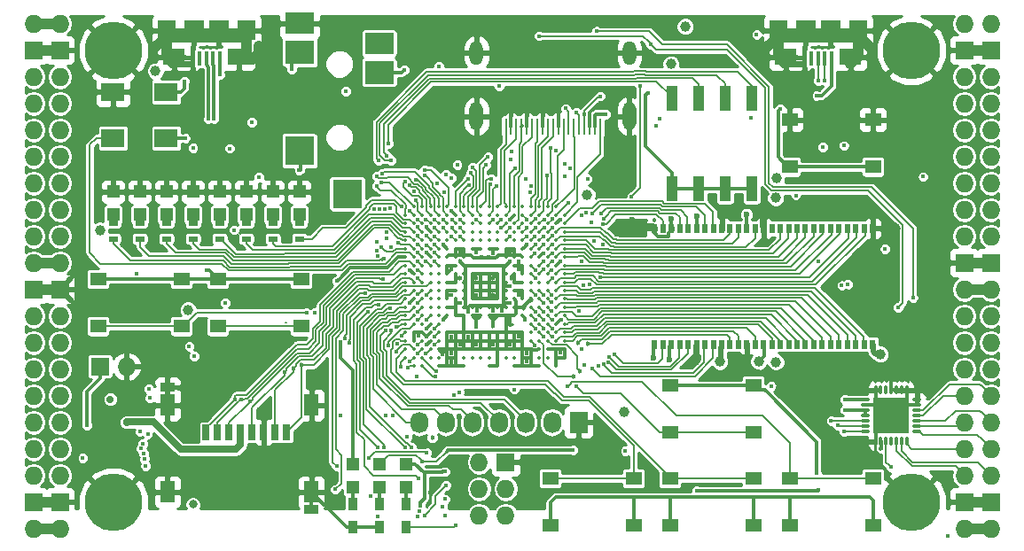
<source format=gtl>
G04 #@! TF.FileFunction,Copper,L1,Top,Signal*
%FSLAX46Y46*%
G04 Gerber Fmt 4.6, Leading zero omitted, Abs format (unit mm)*
G04 Created by KiCad (PCBNEW 4.0.7+dfsg1-1) date Tue Jan  9 14:20:40 2018*
%MOMM*%
%LPD*%
G01*
G04 APERTURE LIST*
%ADD10C,0.100000*%
%ADD11O,1.727200X1.727200*%
%ADD12R,1.727200X1.727200*%
%ADD13C,5.500000*%
%ADD14R,0.900000X1.200000*%
%ADD15R,2.100000X1.600000*%
%ADD16R,1.900000X1.900000*%
%ADD17R,0.400000X1.350000*%
%ADD18R,1.800000X1.900000*%
%ADD19O,0.850000X0.300000*%
%ADD20O,0.300000X0.850000*%
%ADD21R,1.675000X1.675000*%
%ADD22R,1.727200X2.032000*%
%ADD23O,1.727200X2.032000*%
%ADD24R,1.550000X1.300000*%
%ADD25R,1.120000X2.440000*%
%ADD26C,0.350000*%
%ADD27R,1.200000X1.200000*%
%ADD28R,2.800000X2.000000*%
%ADD29R,2.800000X2.200000*%
%ADD30R,2.800000X2.800000*%
%ADD31O,1.300000X2.700000*%
%ADD32O,1.300000X2.300000*%
%ADD33R,0.250000X1.600000*%
%ADD34R,0.700000X1.500000*%
%ADD35R,1.450000X0.900000*%
%ADD36R,1.450000X2.000000*%
%ADD37R,2.200000X1.800000*%
%ADD38R,0.560000X0.900000*%
%ADD39R,0.900000X0.500000*%
%ADD40C,0.400000*%
%ADD41C,1.000000*%
%ADD42C,0.600000*%
%ADD43C,0.454000*%
%ADD44C,0.800000*%
%ADD45C,0.700000*%
%ADD46C,0.300000*%
%ADD47C,0.190000*%
%ADD48C,0.500000*%
%ADD49C,1.000000*%
%ADD50C,0.600000*%
%ADD51C,0.200000*%
%ADD52C,0.700000*%
%ADD53C,0.127000*%
%ADD54C,0.254000*%
G04 APERTURE END LIST*
D10*
D11*
X97910000Y-62690000D03*
X95370000Y-62690000D03*
D12*
X97910000Y-65230000D03*
X95370000Y-65230000D03*
D11*
X97910000Y-67770000D03*
X95370000Y-67770000D03*
X97910000Y-70310000D03*
X95370000Y-70310000D03*
X97910000Y-72850000D03*
X95370000Y-72850000D03*
X97910000Y-75390000D03*
X95370000Y-75390000D03*
X97910000Y-77930000D03*
X95370000Y-77930000D03*
X97910000Y-80470000D03*
X95370000Y-80470000D03*
X97910000Y-83010000D03*
X95370000Y-83010000D03*
X97910000Y-85550000D03*
X95370000Y-85550000D03*
D12*
X97910000Y-88090000D03*
X95370000Y-88090000D03*
D11*
X97910000Y-90630000D03*
X95370000Y-90630000D03*
X97910000Y-93170000D03*
X95370000Y-93170000D03*
X97910000Y-95710000D03*
X95370000Y-95710000D03*
X97910000Y-98250000D03*
X95370000Y-98250000D03*
X97910000Y-100790000D03*
X95370000Y-100790000D03*
X97910000Y-103330000D03*
X95370000Y-103330000D03*
X97910000Y-105870000D03*
X95370000Y-105870000D03*
D12*
X97910000Y-108410000D03*
X95370000Y-108410000D03*
D11*
X97910000Y-110950000D03*
X95370000Y-110950000D03*
X184270000Y-110950000D03*
X186810000Y-110950000D03*
D12*
X184270000Y-108410000D03*
X186810000Y-108410000D03*
D11*
X184270000Y-105870000D03*
X186810000Y-105870000D03*
X184270000Y-103330000D03*
X186810000Y-103330000D03*
X184270000Y-100790000D03*
X186810000Y-100790000D03*
X184270000Y-98250000D03*
X186810000Y-98250000D03*
X184270000Y-95710000D03*
X186810000Y-95710000D03*
X184270000Y-93170000D03*
X186810000Y-93170000D03*
X184270000Y-90630000D03*
X186810000Y-90630000D03*
X184270000Y-88090000D03*
X186810000Y-88090000D03*
D12*
X184270000Y-85550000D03*
X186810000Y-85550000D03*
D11*
X184270000Y-83010000D03*
X186810000Y-83010000D03*
X184270000Y-80470000D03*
X186810000Y-80470000D03*
X184270000Y-77930000D03*
X186810000Y-77930000D03*
X184270000Y-75390000D03*
X186810000Y-75390000D03*
X184270000Y-72850000D03*
X186810000Y-72850000D03*
X184270000Y-70310000D03*
X186810000Y-70310000D03*
X184270000Y-67770000D03*
X186810000Y-67770000D03*
D12*
X184270000Y-65230000D03*
X186810000Y-65230000D03*
D11*
X184270000Y-62690000D03*
X186810000Y-62690000D03*
D13*
X102990000Y-108410000D03*
X179190000Y-108410000D03*
X179190000Y-65230000D03*
X102990000Y-65230000D03*
D12*
X101720000Y-95456000D03*
D11*
X104260000Y-95456000D03*
D14*
X128390000Y-108580000D03*
X128390000Y-110780000D03*
X130930000Y-110780000D03*
X130930000Y-108580000D03*
D15*
X114980000Y-65875000D03*
X108780000Y-65875000D03*
D16*
X113080000Y-63325000D03*
X110680000Y-63325000D03*
D17*
X113180000Y-66000000D03*
X112530000Y-66000000D03*
X111880000Y-66000000D03*
X111230000Y-66000000D03*
X110580000Y-66000000D03*
D18*
X115680000Y-63325000D03*
X108080000Y-63325000D03*
D15*
X173400000Y-65875000D03*
X167200000Y-65875000D03*
D16*
X171500000Y-63325000D03*
X169100000Y-63325000D03*
D17*
X171600000Y-66000000D03*
X170950000Y-66000000D03*
X170300000Y-66000000D03*
X169650000Y-66000000D03*
X169000000Y-66000000D03*
D18*
X174100000Y-63325000D03*
X166500000Y-63325000D03*
D12*
X140455000Y-104600000D03*
D11*
X137915000Y-104600000D03*
X140455000Y-107140000D03*
X137915000Y-107140000D03*
X140455000Y-109680000D03*
X137915000Y-109680000D03*
D19*
X179735000Y-101655000D03*
X179735000Y-101155000D03*
X179735000Y-100655000D03*
X179735000Y-100155000D03*
X179735000Y-99655000D03*
X179735000Y-99155000D03*
X179735000Y-98655000D03*
D20*
X178785000Y-97705000D03*
X178285000Y-97705000D03*
X177785000Y-97705000D03*
X177285000Y-97705000D03*
X176785000Y-97705000D03*
X176285000Y-97705000D03*
X175785000Y-97705000D03*
D19*
X174835000Y-98655000D03*
X174835000Y-99155000D03*
X174835000Y-99655000D03*
X174835000Y-100155000D03*
X174835000Y-100655000D03*
X174835000Y-101155000D03*
X174835000Y-101655000D03*
D20*
X175785000Y-102605000D03*
X176285000Y-102605000D03*
X176785000Y-102605000D03*
X177285000Y-102605000D03*
X177785000Y-102605000D03*
X178285000Y-102605000D03*
X178785000Y-102605000D03*
D21*
X176447500Y-99317500D03*
X176447500Y-100992500D03*
X178122500Y-99317500D03*
X178122500Y-100992500D03*
D22*
X147440000Y-100790000D03*
D23*
X144900000Y-100790000D03*
X142360000Y-100790000D03*
X139820000Y-100790000D03*
X137280000Y-100790000D03*
X134740000Y-100790000D03*
X132200000Y-100790000D03*
D24*
X175550000Y-71870000D03*
X175550000Y-76370000D03*
X167590000Y-76370000D03*
X167590000Y-71870000D03*
X101550000Y-91610000D03*
X101550000Y-87110000D03*
X109510000Y-87110000D03*
X109510000Y-91610000D03*
X112980000Y-91610000D03*
X112980000Y-87110000D03*
X120940000Y-87110000D03*
X120940000Y-91610000D03*
X156160000Y-101770000D03*
X156160000Y-97270000D03*
X164120000Y-97270000D03*
X164120000Y-101770000D03*
X164120000Y-106160000D03*
X164120000Y-110660000D03*
X156160000Y-110660000D03*
X156160000Y-106160000D03*
X152690000Y-106160000D03*
X152690000Y-110660000D03*
X144730000Y-110660000D03*
X144730000Y-106160000D03*
X175550000Y-106160000D03*
X175550000Y-110660000D03*
X167590000Y-110660000D03*
X167590000Y-106160000D03*
D25*
X156330000Y-78425000D03*
X163950000Y-69815000D03*
X158870000Y-78425000D03*
X161410000Y-69815000D03*
X161410000Y-78425000D03*
X158870000Y-69815000D03*
X163950000Y-78425000D03*
X156330000Y-69815000D03*
D26*
X131680000Y-80200000D03*
X132480000Y-80200000D03*
X133280000Y-80200000D03*
X134080000Y-80200000D03*
X134880000Y-80200000D03*
X135680000Y-80200000D03*
X136480000Y-80200000D03*
X137280000Y-80200000D03*
X138080000Y-80200000D03*
X138880000Y-80200000D03*
X139680000Y-80200000D03*
X140480000Y-80200000D03*
X141280000Y-80200000D03*
X142080000Y-80200000D03*
X142880000Y-80200000D03*
X143680000Y-80200000D03*
X144480000Y-80200000D03*
X145280000Y-80200000D03*
X130880000Y-81000000D03*
X131680000Y-81000000D03*
X132480000Y-81000000D03*
X133280000Y-81000000D03*
X134080000Y-81000000D03*
X134880000Y-81000000D03*
X135680000Y-81000000D03*
X136480000Y-81000000D03*
X137280000Y-81000000D03*
X138080000Y-81000000D03*
X138880000Y-81000000D03*
X139680000Y-81000000D03*
X140480000Y-81000000D03*
X141280000Y-81000000D03*
X142080000Y-81000000D03*
X142880000Y-81000000D03*
X143680000Y-81000000D03*
X144480000Y-81000000D03*
X145280000Y-81000000D03*
X146080000Y-81000000D03*
X130880000Y-81800000D03*
X131680000Y-81800000D03*
X132480000Y-81800000D03*
X133280000Y-81800000D03*
X134080000Y-81800000D03*
X134880000Y-81800000D03*
X135680000Y-81800000D03*
X136480000Y-81800000D03*
X137280000Y-81800000D03*
X138080000Y-81800000D03*
X138880000Y-81800000D03*
X139680000Y-81800000D03*
X140480000Y-81800000D03*
X141280000Y-81800000D03*
X142080000Y-81800000D03*
X142880000Y-81800000D03*
X143680000Y-81800000D03*
X144480000Y-81800000D03*
X145280000Y-81800000D03*
X146080000Y-81800000D03*
X130880000Y-82600000D03*
X131680000Y-82600000D03*
X132480000Y-82600000D03*
X133280000Y-82600000D03*
X134080000Y-82600000D03*
X134880000Y-82600000D03*
X135680000Y-82600000D03*
X136480000Y-82600000D03*
X137280000Y-82600000D03*
X138080000Y-82600000D03*
X138880000Y-82600000D03*
X139680000Y-82600000D03*
X140480000Y-82600000D03*
X141280000Y-82600000D03*
X142080000Y-82600000D03*
X142880000Y-82600000D03*
X143680000Y-82600000D03*
X144480000Y-82600000D03*
X145280000Y-82600000D03*
X146080000Y-82600000D03*
X130880000Y-83400000D03*
X131680000Y-83400000D03*
X132480000Y-83400000D03*
X133280000Y-83400000D03*
X134080000Y-83400000D03*
X134880000Y-83400000D03*
X135680000Y-83400000D03*
X136480000Y-83400000D03*
X137280000Y-83400000D03*
X138080000Y-83400000D03*
X138880000Y-83400000D03*
X139680000Y-83400000D03*
X140480000Y-83400000D03*
X141280000Y-83400000D03*
X142080000Y-83400000D03*
X142880000Y-83400000D03*
X143680000Y-83400000D03*
X144480000Y-83400000D03*
X145280000Y-83400000D03*
X146080000Y-83400000D03*
X130880000Y-84200000D03*
X131680000Y-84200000D03*
X132480000Y-84200000D03*
X133280000Y-84200000D03*
X134080000Y-84200000D03*
X134880000Y-84200000D03*
X135680000Y-84200000D03*
X136480000Y-84200000D03*
X137280000Y-84200000D03*
X138080000Y-84200000D03*
X138880000Y-84200000D03*
X139680000Y-84200000D03*
X140480000Y-84200000D03*
X141280000Y-84200000D03*
X142080000Y-84200000D03*
X142880000Y-84200000D03*
X143680000Y-84200000D03*
X144480000Y-84200000D03*
X145280000Y-84200000D03*
X146080000Y-84200000D03*
X130880000Y-85000000D03*
X131680000Y-85000000D03*
X132480000Y-85000000D03*
X133280000Y-85000000D03*
X134080000Y-85000000D03*
X134880000Y-85000000D03*
X135680000Y-85000000D03*
X136480000Y-85000000D03*
X137280000Y-85000000D03*
X138080000Y-85000000D03*
X138880000Y-85000000D03*
X139680000Y-85000000D03*
X140480000Y-85000000D03*
X141280000Y-85000000D03*
X142080000Y-85000000D03*
X142880000Y-85000000D03*
X143680000Y-85000000D03*
X144480000Y-85000000D03*
X145280000Y-85000000D03*
X146080000Y-85000000D03*
X130880000Y-85800000D03*
X131680000Y-85800000D03*
X132480000Y-85800000D03*
X133280000Y-85800000D03*
X134080000Y-85800000D03*
X134880000Y-85800000D03*
X135680000Y-85800000D03*
X136480000Y-85800000D03*
X137280000Y-85800000D03*
X138080000Y-85800000D03*
X138880000Y-85800000D03*
X139680000Y-85800000D03*
X140480000Y-85800000D03*
X141280000Y-85800000D03*
X142080000Y-85800000D03*
X142880000Y-85800000D03*
X143680000Y-85800000D03*
X144480000Y-85800000D03*
X145280000Y-85800000D03*
X146080000Y-85800000D03*
X130880000Y-86600000D03*
X131680000Y-86600000D03*
X132480000Y-86600000D03*
X133280000Y-86600000D03*
X134080000Y-86600000D03*
X134880000Y-86600000D03*
X135680000Y-86600000D03*
X136480000Y-86600000D03*
X137280000Y-86600000D03*
X138080000Y-86600000D03*
X138880000Y-86600000D03*
X139680000Y-86600000D03*
X140480000Y-86600000D03*
X141280000Y-86600000D03*
X142080000Y-86600000D03*
X142880000Y-86600000D03*
X143680000Y-86600000D03*
X144480000Y-86600000D03*
X145280000Y-86600000D03*
X146080000Y-86600000D03*
X130880000Y-87400000D03*
X131680000Y-87400000D03*
X132480000Y-87400000D03*
X133280000Y-87400000D03*
X134080000Y-87400000D03*
X134880000Y-87400000D03*
X135680000Y-87400000D03*
X136480000Y-87400000D03*
X137280000Y-87400000D03*
X138080000Y-87400000D03*
X138880000Y-87400000D03*
X139680000Y-87400000D03*
X140480000Y-87400000D03*
X141280000Y-87400000D03*
X142080000Y-87400000D03*
X142880000Y-87400000D03*
X143680000Y-87400000D03*
X144480000Y-87400000D03*
X145280000Y-87400000D03*
X146080000Y-87400000D03*
X130880000Y-88200000D03*
X131680000Y-88200000D03*
X132480000Y-88200000D03*
X133280000Y-88200000D03*
X134080000Y-88200000D03*
X134880000Y-88200000D03*
X135680000Y-88200000D03*
X136480000Y-88200000D03*
X137280000Y-88200000D03*
X138080000Y-88200000D03*
X138880000Y-88200000D03*
X139680000Y-88200000D03*
X140480000Y-88200000D03*
X141280000Y-88200000D03*
X142080000Y-88200000D03*
X142880000Y-88200000D03*
X143680000Y-88200000D03*
X144480000Y-88200000D03*
X145280000Y-88200000D03*
X146080000Y-88200000D03*
X130880000Y-89000000D03*
X131680000Y-89000000D03*
X132480000Y-89000000D03*
X133280000Y-89000000D03*
X134080000Y-89000000D03*
X134880000Y-89000000D03*
X135680000Y-89000000D03*
X136480000Y-89000000D03*
X137280000Y-89000000D03*
X138080000Y-89000000D03*
X138880000Y-89000000D03*
X139680000Y-89000000D03*
X140480000Y-89000000D03*
X141280000Y-89000000D03*
X142080000Y-89000000D03*
X142880000Y-89000000D03*
X143680000Y-89000000D03*
X144480000Y-89000000D03*
X145280000Y-89000000D03*
X146080000Y-89000000D03*
X130880000Y-89800000D03*
X131680000Y-89800000D03*
X132480000Y-89800000D03*
X133280000Y-89800000D03*
X134080000Y-89800000D03*
X134880000Y-89800000D03*
X135680000Y-89800000D03*
X136480000Y-89800000D03*
X137280000Y-89800000D03*
X138080000Y-89800000D03*
X138880000Y-89800000D03*
X139680000Y-89800000D03*
X140480000Y-89800000D03*
X141280000Y-89800000D03*
X142080000Y-89800000D03*
X142880000Y-89800000D03*
X143680000Y-89800000D03*
X144480000Y-89800000D03*
X145280000Y-89800000D03*
X146080000Y-89800000D03*
X130880000Y-90600000D03*
X131680000Y-90600000D03*
X132480000Y-90600000D03*
X133280000Y-90600000D03*
X134080000Y-90600000D03*
X134880000Y-90600000D03*
X135680000Y-90600000D03*
X136480000Y-90600000D03*
X137280000Y-90600000D03*
X138080000Y-90600000D03*
X138880000Y-90600000D03*
X139680000Y-90600000D03*
X140480000Y-90600000D03*
X141280000Y-90600000D03*
X142080000Y-90600000D03*
X142880000Y-90600000D03*
X143680000Y-90600000D03*
X144480000Y-90600000D03*
X145280000Y-90600000D03*
X146080000Y-90600000D03*
X130880000Y-91400000D03*
X131680000Y-91400000D03*
X132480000Y-91400000D03*
X133280000Y-91400000D03*
X134080000Y-91400000D03*
X142880000Y-91400000D03*
X143680000Y-91400000D03*
X144480000Y-91400000D03*
X145280000Y-91400000D03*
X146080000Y-91400000D03*
X130880000Y-92200000D03*
X131680000Y-92200000D03*
X132480000Y-92200000D03*
X133280000Y-92200000D03*
X134080000Y-92200000D03*
X134880000Y-92200000D03*
X135680000Y-92200000D03*
X136480000Y-92200000D03*
X137280000Y-92200000D03*
X138080000Y-92200000D03*
X138880000Y-92200000D03*
X139680000Y-92200000D03*
X140480000Y-92200000D03*
X141280000Y-92200000D03*
X142080000Y-92200000D03*
X142880000Y-92200000D03*
X143680000Y-92200000D03*
X144480000Y-92200000D03*
X145280000Y-92200000D03*
X146080000Y-92200000D03*
X130880000Y-93000000D03*
X131680000Y-93000000D03*
X132480000Y-93000000D03*
X133280000Y-93000000D03*
X134080000Y-93000000D03*
X134880000Y-93000000D03*
X135680000Y-93000000D03*
X136480000Y-93000000D03*
X137280000Y-93000000D03*
X138080000Y-93000000D03*
X138880000Y-93000000D03*
X139680000Y-93000000D03*
X140480000Y-93000000D03*
X141280000Y-93000000D03*
X142080000Y-93000000D03*
X142880000Y-93000000D03*
X143680000Y-93000000D03*
X144480000Y-93000000D03*
X145280000Y-93000000D03*
X146080000Y-93000000D03*
X130880000Y-93800000D03*
X131680000Y-93800000D03*
X132480000Y-93800000D03*
X133280000Y-93800000D03*
X134080000Y-93800000D03*
X134880000Y-93800000D03*
X135680000Y-93800000D03*
X136480000Y-93800000D03*
X137280000Y-93800000D03*
X138080000Y-93800000D03*
X138880000Y-93800000D03*
X139680000Y-93800000D03*
X140480000Y-93800000D03*
X141280000Y-93800000D03*
X142080000Y-93800000D03*
X142880000Y-93800000D03*
X143680000Y-93800000D03*
X144480000Y-93800000D03*
X145280000Y-93800000D03*
X146080000Y-93800000D03*
X130880000Y-94600000D03*
X131680000Y-94600000D03*
X132480000Y-94600000D03*
X133280000Y-94600000D03*
X134080000Y-94600000D03*
X134880000Y-94600000D03*
X135680000Y-94600000D03*
X136480000Y-94600000D03*
X137280000Y-94600000D03*
X138080000Y-94600000D03*
X138880000Y-94600000D03*
X139680000Y-94600000D03*
X140480000Y-94600000D03*
X141280000Y-94600000D03*
X142080000Y-94600000D03*
X142880000Y-94600000D03*
X143680000Y-94600000D03*
X144480000Y-94600000D03*
X145280000Y-94600000D03*
X146080000Y-94600000D03*
X131680000Y-95400000D03*
X132480000Y-95400000D03*
X134080000Y-95400000D03*
X134880000Y-95400000D03*
X135680000Y-95400000D03*
X136480000Y-95400000D03*
X138880000Y-95400000D03*
X139680000Y-95400000D03*
X141280000Y-95400000D03*
X142080000Y-95400000D03*
X142880000Y-95400000D03*
X143680000Y-95400000D03*
X145280000Y-95400000D03*
D27*
X125850000Y-104770000D03*
X125850000Y-106970000D03*
D14*
X125850000Y-108580000D03*
X125850000Y-110780000D03*
D27*
X128390000Y-104770000D03*
X128390000Y-106970000D03*
X120770000Y-80935000D03*
X120770000Y-78735000D03*
X118230000Y-80935000D03*
X118230000Y-78735000D03*
X115690000Y-80935000D03*
X115690000Y-78735000D03*
X113150000Y-80935000D03*
X113150000Y-78735000D03*
X110610000Y-80935000D03*
X110610000Y-78735000D03*
X108070000Y-80935000D03*
X108070000Y-78735000D03*
X105530000Y-80935000D03*
X105530000Y-78735000D03*
X102990000Y-80935000D03*
X102990000Y-78735000D03*
X130930000Y-104770000D03*
X130930000Y-106970000D03*
D28*
X120780000Y-62648000D03*
D29*
X120780000Y-65448000D03*
D30*
X120780000Y-74848000D03*
X125330000Y-78948000D03*
D29*
X128380000Y-67348000D03*
D28*
X128380000Y-64548000D03*
D31*
X152280000Y-71550000D03*
X137680000Y-71550000D03*
D32*
X137680000Y-65500000D03*
D33*
X140480000Y-72500000D03*
X140980000Y-72500000D03*
X141480000Y-72500000D03*
X141980000Y-72500000D03*
X142480000Y-72500000D03*
X142980000Y-72500000D03*
X143480000Y-72500000D03*
X143980000Y-72500000D03*
X144480000Y-72500000D03*
X144980000Y-72500000D03*
X145480000Y-72500000D03*
X145980000Y-72500000D03*
X146480000Y-72500000D03*
X146980000Y-72500000D03*
X147480000Y-72500000D03*
X147980000Y-72500000D03*
X148480000Y-72500000D03*
X148980000Y-72500000D03*
X149480000Y-72500000D03*
D32*
X152280000Y-65500000D03*
D34*
X111850000Y-101750000D03*
X112950000Y-101750000D03*
X114050000Y-101750000D03*
X115150000Y-101750000D03*
X116250000Y-101750000D03*
X117350000Y-101750000D03*
X118450000Y-101750000D03*
X119550000Y-101750000D03*
D35*
X108175000Y-97450000D03*
X121925000Y-109150000D03*
D36*
X121925000Y-99150000D03*
X108175000Y-99150000D03*
X108175000Y-107450000D03*
X121925000Y-107450000D03*
D37*
X108040000Y-69220000D03*
X102960000Y-69220000D03*
X102960000Y-73620000D03*
X108040000Y-73620000D03*
D38*
X175493000Y-82270000D03*
X154693000Y-93330000D03*
X155493000Y-93330000D03*
X156293000Y-93330000D03*
X157093000Y-93330000D03*
X157893000Y-93330000D03*
X158693000Y-93330000D03*
X159493000Y-93330000D03*
X160293000Y-93330000D03*
X161093000Y-93330000D03*
X161893000Y-93330000D03*
X162693000Y-93330000D03*
X163493000Y-93330000D03*
X164293000Y-93330000D03*
X165093000Y-93330000D03*
X165893000Y-93330000D03*
X166693000Y-93330000D03*
X167493000Y-93330000D03*
X168293000Y-93330000D03*
X169093000Y-93330000D03*
X169893000Y-93330000D03*
X170693000Y-93330000D03*
X171493000Y-93330000D03*
X172293000Y-93330000D03*
X173093000Y-93330000D03*
X173893000Y-93330000D03*
X174693000Y-93330000D03*
X175493000Y-93330000D03*
X174693000Y-82270000D03*
X173893000Y-82270000D03*
X173093000Y-82270000D03*
X172293000Y-82270000D03*
X171493000Y-82270000D03*
X170693000Y-82270000D03*
X169893000Y-82270000D03*
X169093000Y-82270000D03*
X168293000Y-82270000D03*
X167493000Y-82270000D03*
X166693000Y-82270000D03*
X165893000Y-82270000D03*
X165093000Y-82270000D03*
X164293000Y-82270000D03*
X163493000Y-82270000D03*
X162693000Y-82270000D03*
X161893000Y-82270000D03*
X161093000Y-82270000D03*
X160293000Y-82270000D03*
X159493000Y-82270000D03*
X158693000Y-82270000D03*
X157893000Y-82270000D03*
X157093000Y-82270000D03*
X156293000Y-82270000D03*
X155493000Y-82270000D03*
X154693000Y-82270000D03*
D39*
X120770000Y-83252000D03*
X120770000Y-81752000D03*
X118230000Y-83252000D03*
X118230000Y-81752000D03*
X115690000Y-83252000D03*
X115690000Y-81752000D03*
X113150000Y-83252000D03*
X113150000Y-81752000D03*
X110610000Y-83252000D03*
X110610000Y-81752000D03*
X108070000Y-83252000D03*
X108070000Y-81752000D03*
X105530000Y-83252000D03*
X105530000Y-81752000D03*
X102990000Y-83252000D03*
X102990000Y-81752000D03*
D40*
X144103496Y-84660400D03*
D41*
X177658444Y-82281349D03*
D40*
X145680000Y-81405125D03*
X145691238Y-94166752D03*
X145759873Y-91010176D03*
D42*
X152525938Y-81463870D03*
D41*
X162956098Y-95078488D03*
X158539988Y-94868772D03*
D42*
X161075765Y-80992022D03*
X164882869Y-80938986D03*
X156262773Y-81349374D03*
X123437000Y-108972000D03*
D40*
X132871770Y-84533979D03*
X132862998Y-82124544D03*
X131278306Y-86213101D03*
X135281276Y-80583119D03*
X131279502Y-89407325D03*
X170309539Y-85441529D03*
X145672808Y-85396062D03*
X133216000Y-107465000D03*
X137680000Y-88600000D03*
X142480000Y-95000000D03*
X141680000Y-92600000D03*
X140836000Y-84534000D03*
X135284627Y-94985297D03*
X135288625Y-94225619D03*
X134455822Y-94267172D03*
X136095958Y-93369652D03*
D43*
X139264636Y-91615205D03*
D41*
X116880503Y-64802940D03*
X106974809Y-64953974D03*
X175210328Y-64948943D03*
X165417246Y-64954666D03*
D40*
X175495631Y-71457432D03*
X177285000Y-95710000D03*
X140880000Y-81400000D03*
X136085174Y-89394826D03*
X140874194Y-91433353D03*
X142480000Y-94200000D03*
X140880000Y-93400000D03*
X139280000Y-93400000D03*
X137680000Y-93400000D03*
X136880000Y-92600000D03*
X135280000Y-92600000D03*
X132880000Y-91800000D03*
X132880000Y-93400000D03*
D43*
X141042859Y-86994997D03*
X139280000Y-87000000D03*
X136110990Y-86995403D03*
X137680000Y-87000000D03*
X136080000Y-84600000D03*
X139280000Y-88600000D03*
D41*
X101707889Y-82423180D03*
X107021491Y-67228122D03*
X166284693Y-95025145D03*
X166248957Y-79348409D03*
X166343357Y-77477990D03*
D40*
X172564535Y-87722010D03*
X150030853Y-71331848D03*
D41*
X156235582Y-66548363D03*
X157600000Y-62944000D03*
D40*
X114513935Y-82409431D03*
X116912932Y-77355158D03*
X109760378Y-68177900D03*
X109840000Y-73620000D03*
X132110753Y-92527478D03*
X113658000Y-89360000D03*
X165803369Y-97344883D03*
D41*
X148237462Y-79019093D03*
D40*
X148271935Y-77558071D03*
D41*
X160905403Y-95006436D03*
D42*
X158731133Y-81048929D03*
X154593901Y-94607945D03*
X156088245Y-94762980D03*
D41*
X164625730Y-94982471D03*
D42*
X163462982Y-80942429D03*
D41*
X176254940Y-94288458D03*
D44*
X110593913Y-108636458D03*
D40*
X180340784Y-77316932D03*
X173137949Y-87594275D03*
D45*
X102710050Y-98594954D03*
D40*
X154794000Y-72426000D03*
X129005202Y-100174798D03*
X137659051Y-91638034D03*
X139820000Y-68665673D03*
X172834633Y-99599920D03*
X172879922Y-98618650D03*
X176305593Y-103279812D03*
X164433885Y-63737451D03*
X134079160Y-66786153D03*
X100080000Y-104200000D03*
X135273306Y-88618602D03*
X139272517Y-84611349D03*
X137680556Y-84534085D03*
X141680000Y-86200000D03*
X135280000Y-86200000D03*
X132880000Y-92600000D03*
X141680000Y-88600000D03*
X141680000Y-85400000D03*
X129983242Y-91668979D03*
X121431221Y-90311593D03*
X130566572Y-92512084D03*
X121041200Y-91125073D03*
X146394787Y-97333919D03*
X143300000Y-86220000D03*
X147175985Y-97333919D03*
X147700000Y-93820000D03*
X144900000Y-91820000D03*
X142277990Y-91000000D03*
D41*
X110128890Y-90028152D03*
D40*
X142480000Y-83800000D03*
X134480000Y-83800000D03*
X134480000Y-91000000D03*
X105245010Y-86595559D03*
X125193541Y-69156848D03*
X155149360Y-71764535D03*
X170182962Y-69571012D03*
X170362901Y-107286196D03*
X158716651Y-107325176D03*
X136028224Y-97922729D03*
X128216338Y-109760338D03*
X132708000Y-109680000D03*
X134750646Y-106810513D03*
X133680000Y-91800000D03*
X135517016Y-98167170D03*
X134675868Y-108131585D03*
D43*
X133449289Y-102232615D03*
D40*
X133680000Y-92600000D03*
X132936956Y-103711000D03*
X127385678Y-104203668D03*
X133685482Y-93402296D03*
X134463998Y-108841973D03*
X131986331Y-96404793D03*
X131039072Y-102187000D03*
X134636872Y-109719950D03*
X132846234Y-94197073D03*
X176700000Y-84220000D03*
X143260000Y-84620000D03*
X120739932Y-76694083D03*
X130761990Y-67119621D03*
X147186000Y-71200000D03*
X147983153Y-71347080D03*
X149475951Y-69619684D03*
X153297112Y-68608292D03*
X177926984Y-89812061D03*
X154329326Y-64643767D03*
X152497066Y-79193467D03*
X146481406Y-79819384D03*
X143650666Y-63862520D03*
X179351513Y-88868327D03*
X149134122Y-63424051D03*
X140035989Y-81400000D03*
X116077826Y-98825378D03*
X128776655Y-87127857D03*
X132083026Y-86260405D03*
X119350742Y-96005166D03*
D43*
X120203811Y-95638601D03*
X120973581Y-95317151D03*
D40*
X116198000Y-72088000D03*
X127586603Y-107875044D03*
X113157250Y-67567056D03*
X146180000Y-70800000D03*
X131453853Y-103208291D03*
X149771692Y-81825658D03*
X144080000Y-86200000D03*
X149533922Y-86909940D03*
X144894316Y-86977564D03*
X144896700Y-83835368D03*
X149549750Y-80868432D03*
D43*
X147343891Y-93217126D03*
D40*
X144113248Y-92588762D03*
X144875155Y-86292748D03*
X149846468Y-81303978D03*
X148696112Y-80861847D03*
X144916886Y-82991356D03*
D43*
X148349010Y-93322307D03*
D40*
X144882352Y-92577990D03*
X144902941Y-90956495D03*
X148747982Y-95669626D03*
X144867244Y-90112484D03*
X149795895Y-95251084D03*
X144855814Y-89268481D03*
X150278898Y-95040253D03*
X150345974Y-94517527D03*
X144877648Y-88622010D03*
X150889207Y-94332565D03*
X143280000Y-87000000D03*
X131084713Y-95564177D03*
X130135246Y-93288711D03*
X130422000Y-95456000D03*
X131316164Y-94959140D03*
X129978307Y-94019141D03*
X132031990Y-93400000D03*
X129222210Y-93441046D03*
X141280657Y-97642010D03*
X133852393Y-95875797D03*
X133762848Y-96395146D03*
X132080000Y-94200000D03*
X128622659Y-84064643D03*
X105895603Y-103765816D03*
X129449238Y-89873934D03*
X130839486Y-103208291D03*
X132075624Y-89410644D03*
X128806823Y-103185900D03*
X128312094Y-89556924D03*
X132162861Y-106185868D03*
X132880000Y-88600000D03*
X127040053Y-88426410D03*
X124322162Y-105002357D03*
X132080000Y-87000000D03*
X125525099Y-93236764D03*
X124202418Y-107207639D03*
X110599084Y-74589383D03*
X132024412Y-109766775D03*
X114104080Y-74612196D03*
X132219727Y-109277292D03*
X115165033Y-98598050D03*
X131847310Y-79589886D03*
X132080000Y-81400000D03*
X132080007Y-82103333D03*
X132872609Y-82968555D03*
X133627359Y-81414685D03*
X133648389Y-82190597D03*
X131923295Y-77584853D03*
X130856828Y-77786820D03*
X129533728Y-91985990D03*
X132880000Y-91000000D03*
X129006717Y-91985990D03*
X132077648Y-90977990D03*
X131275302Y-80595752D03*
X130489904Y-80167235D03*
X128823114Y-85153560D03*
X132072985Y-85377990D03*
X134476508Y-82180155D03*
X133942383Y-77980766D03*
X163908850Y-71651861D03*
X135656559Y-110610712D03*
X132468001Y-104503413D03*
X146844288Y-103452739D03*
D45*
X104260000Y-100790000D03*
D40*
X114604320Y-98573680D03*
X111895217Y-86253790D03*
X165170594Y-97666317D03*
X170157734Y-105666345D03*
X169506589Y-107953726D03*
X170735900Y-74464979D03*
X143257990Y-83000000D03*
X168166438Y-79108038D03*
X151896383Y-103510715D03*
X112614274Y-71803529D03*
X112074854Y-71810535D03*
X143269694Y-93414905D03*
X177274002Y-105079115D03*
X172761273Y-101651681D03*
X143280000Y-91800000D03*
X172193360Y-101105663D03*
X144064831Y-91877646D03*
X144080000Y-90956495D03*
X171540304Y-100645743D03*
X135320520Y-82196441D03*
X129493343Y-75737814D03*
X136080000Y-82200000D03*
X129125079Y-75315804D03*
X136080000Y-83000000D03*
X129252218Y-74142461D03*
X142377451Y-77497451D03*
X172746637Y-74347988D03*
X143280000Y-83800000D03*
X170300000Y-68151000D03*
X170950000Y-68125562D03*
X125110333Y-92787995D03*
X122207049Y-90299314D03*
X132082956Y-90210779D03*
X124361185Y-87274371D03*
X124361184Y-87274370D03*
X182675150Y-111637626D03*
X166678914Y-70803555D03*
X124658025Y-100155000D03*
X129660000Y-100155000D03*
X127308270Y-90221456D03*
X132084049Y-88558274D03*
X128280000Y-103200000D03*
X120008000Y-67008000D03*
X133680000Y-83000000D03*
X129457990Y-80285112D03*
X133680000Y-83800000D03*
X128943593Y-80399729D03*
X130204628Y-83599483D03*
X128416582Y-80399850D03*
X127889625Y-80407426D03*
X133680000Y-85400000D03*
X144780000Y-74590382D03*
X124681087Y-93093755D03*
X137689001Y-90122990D03*
D41*
X151758000Y-99774000D03*
D40*
X136885174Y-90194826D03*
X140094890Y-90122990D03*
X139280000Y-90122990D03*
X140880000Y-89400000D03*
X140880000Y-87800000D03*
X140880000Y-85400000D03*
D43*
X136080000Y-85400000D03*
D40*
X128333179Y-75769807D03*
X134613000Y-78819000D03*
X135280000Y-83022010D03*
X154052298Y-69302298D03*
X100450000Y-101044000D03*
X132285867Y-108754446D03*
X134707351Y-105508447D03*
X139280000Y-81400000D03*
X139578623Y-78205862D03*
X139034115Y-78040948D03*
X139046749Y-77514088D03*
X138580000Y-76200000D03*
X138779198Y-75400762D03*
X137680000Y-81400000D03*
X137308732Y-76415018D03*
X137106948Y-76979922D03*
X136859538Y-77550820D03*
X136922059Y-78097889D03*
X136096392Y-81395070D03*
X135830698Y-76200613D03*
X135315381Y-81391918D03*
X135280062Y-77463305D03*
X134471370Y-81406751D03*
X134758050Y-77130140D03*
D43*
X146942280Y-96452058D03*
X147534467Y-95913260D03*
D40*
X147928857Y-95339016D03*
X143322010Y-91000657D03*
X149284391Y-95377990D03*
X144077013Y-90266968D03*
X147430953Y-90112484D03*
X144076240Y-89395301D03*
X143322010Y-90201951D03*
X147910791Y-87683418D03*
X144082832Y-88584510D03*
X143322010Y-88595030D03*
X148483539Y-87608166D03*
X144102010Y-85397219D03*
X144889349Y-85448737D03*
X147687390Y-85374093D03*
X149732494Y-83807694D03*
X144912409Y-84635817D03*
X148921512Y-83442010D03*
X144103186Y-83777990D03*
X148610661Y-81705858D03*
X144102010Y-83000000D03*
X144888125Y-82147345D03*
X148175253Y-80781550D03*
X144125486Y-82186468D03*
X147688311Y-80983115D03*
X144880008Y-81303333D03*
X142841210Y-78784254D03*
X142473549Y-82998913D03*
X142864275Y-78217369D03*
X142437464Y-82181475D03*
X146089079Y-77300571D03*
X144144931Y-81387081D03*
X144394875Y-77219934D03*
X146577729Y-76500816D03*
X143281475Y-82206074D03*
X146130802Y-76060132D03*
X143300920Y-81377293D03*
X145255695Y-74817220D03*
X141662690Y-82207782D03*
X142456909Y-81405800D03*
X140030954Y-82200000D03*
X141342967Y-76554996D03*
X141046643Y-74873804D03*
X140864029Y-83041403D03*
X140874966Y-82177164D03*
X140980062Y-75681941D03*
X132761172Y-77202673D03*
X132737245Y-76676207D03*
X128644933Y-77050030D03*
X128152012Y-77257840D03*
X128125571Y-78233647D03*
X110718734Y-94451783D03*
X128590544Y-77894041D03*
X110249038Y-93533767D03*
X106368514Y-97598098D03*
X131253134Y-78134216D03*
X106477197Y-98487772D03*
X131709326Y-78745875D03*
X132783339Y-81400004D03*
X132079024Y-82984045D03*
X129109095Y-82655074D03*
X105572759Y-101661319D03*
X106276126Y-101893466D03*
X132880889Y-83897835D03*
X129054383Y-83179239D03*
X129487667Y-84079929D03*
X132083682Y-83828056D03*
X105813763Y-102819336D03*
X128165458Y-83509725D03*
X132062099Y-84533979D03*
X105627254Y-103312241D03*
X128182016Y-84353737D03*
X105992720Y-104283802D03*
X133671942Y-84595200D03*
X128207686Y-84880123D03*
X106088753Y-104974041D03*
X132834641Y-85377990D03*
D46*
X154680000Y-81486121D02*
X154657528Y-81463649D01*
D47*
X119425148Y-91210000D02*
X119484873Y-91269725D01*
D46*
X105530000Y-78735000D02*
X102990000Y-78735000D01*
X108070000Y-78735000D02*
X105530000Y-78735000D01*
X110610000Y-78735000D02*
X108070000Y-78735000D01*
X113150000Y-78735000D02*
X110610000Y-78735000D01*
X115690000Y-78735000D02*
X113150000Y-78735000D01*
X118230000Y-78735000D02*
X115690000Y-78735000D01*
X120770000Y-78735000D02*
X118230000Y-78735000D01*
X152525938Y-81463870D02*
X152982068Y-81920000D01*
X152982068Y-81920000D02*
X154589000Y-81920000D01*
X154589000Y-81920000D02*
X154589000Y-82564717D01*
X154589000Y-82564717D02*
X154935999Y-82911716D01*
X154935999Y-82911716D02*
X154935999Y-82941601D01*
X154935999Y-82941601D02*
X154991399Y-82997001D01*
X156050001Y-82941601D02*
X156050001Y-82696040D01*
X154991399Y-82997001D02*
X155994601Y-82997001D01*
X155994601Y-82997001D02*
X156050001Y-82941601D01*
X156050001Y-82696040D02*
X156205000Y-82541041D01*
X156205000Y-82541041D02*
X156205000Y-81920000D01*
X144019600Y-84660400D02*
X144103496Y-84660400D01*
X143680000Y-85000000D02*
X144019600Y-84660400D01*
X177252609Y-82281349D02*
X177658444Y-82281349D01*
X177241260Y-82270000D02*
X177252609Y-82281349D01*
X145280000Y-81800000D02*
X145674875Y-81405125D01*
X145674875Y-81405125D02*
X145680000Y-81405125D01*
X145691238Y-93811238D02*
X145691238Y-93883910D01*
X145680000Y-93800000D02*
X145691238Y-93811238D01*
X145691238Y-93883910D02*
X145691238Y-94166752D01*
X145280000Y-91400000D02*
X145669824Y-91010176D01*
X145669824Y-91010176D02*
X145759873Y-91010176D01*
X121925000Y-107450000D02*
X121925000Y-109150000D01*
X163456097Y-94578489D02*
X162956098Y-95078488D01*
X163480000Y-94554586D02*
X163456097Y-94578489D01*
X163480000Y-93330000D02*
X163480000Y-94554586D01*
X158539988Y-93470012D02*
X158539988Y-94161666D01*
X158680000Y-93330000D02*
X158539988Y-93470012D01*
X158539988Y-94161666D02*
X158539988Y-94868772D01*
X161075765Y-81416286D02*
X161075765Y-80992022D01*
X161075765Y-82265765D02*
X161075765Y-81416286D01*
X161080000Y-82270000D02*
X161075765Y-82265765D01*
X164882869Y-82072869D02*
X164882869Y-81363250D01*
X165080000Y-82270000D02*
X164882869Y-82072869D01*
X164882869Y-81363250D02*
X164882869Y-80938986D01*
X156280000Y-82270000D02*
X156280000Y-81366601D01*
X156280000Y-81366601D02*
X156262773Y-81349374D01*
D48*
X175480000Y-82270000D02*
X177241260Y-82270000D01*
D46*
X148480000Y-71200000D02*
X149230000Y-70450000D01*
X148480000Y-72500000D02*
X148480000Y-71200000D01*
X145480000Y-72500000D02*
X145480000Y-71200000D01*
X143980000Y-72500000D02*
X143980000Y-71200000D01*
X142480000Y-72500000D02*
X142480000Y-71450000D01*
X142480000Y-71200000D02*
X142480000Y-71450000D01*
X140980000Y-72500000D02*
X140980000Y-71200000D01*
X134455822Y-94267172D02*
X134455822Y-94224178D01*
X134455822Y-94224178D02*
X134880000Y-93800000D01*
X123437000Y-108972000D02*
X125245000Y-110780000D01*
X125245000Y-110780000D02*
X125850000Y-110780000D01*
X125850000Y-110780000D02*
X125889531Y-110819531D01*
X125889531Y-110819531D02*
X126234488Y-110819531D01*
X126234488Y-110819531D02*
X126274019Y-110780000D01*
X126274019Y-110780000D02*
X127640000Y-110780000D01*
X127640000Y-110780000D02*
X128390000Y-110780000D01*
X121930000Y-107465000D02*
X123437000Y-108972000D01*
D49*
X184270000Y-65230000D02*
X186810000Y-65230000D01*
X184270000Y-85550000D02*
X186810000Y-85550000D01*
X184270000Y-108410000D02*
X186810000Y-108410000D01*
X95370000Y-108410000D02*
X97910000Y-108410000D01*
D48*
X97910000Y-88090000D02*
X98956608Y-87043392D01*
D46*
X98956608Y-87043392D02*
X98974574Y-87043392D01*
D48*
X97910000Y-88090000D02*
X99013590Y-89193590D01*
D46*
X99013590Y-89193590D02*
X99060056Y-89193590D01*
D49*
X95370000Y-88090000D02*
X97910000Y-88090000D01*
X95370000Y-65230000D02*
X97910000Y-65230000D01*
D46*
X139264636Y-90984636D02*
X139295364Y-90984636D01*
X139295364Y-90984636D02*
X139680000Y-90600000D01*
X132871770Y-84591770D02*
X132871770Y-84533979D01*
X133280000Y-85000000D02*
X132871770Y-84591770D01*
X133280000Y-82600000D02*
X132862998Y-82182998D01*
X132862998Y-82182998D02*
X132862998Y-82124544D01*
X131293101Y-86213101D02*
X131278306Y-86213101D01*
X131680000Y-86600000D02*
X131293101Y-86213101D01*
X140480000Y-90600000D02*
X140480000Y-92200000D01*
X135281276Y-80601276D02*
X135281276Y-80583119D01*
X135680000Y-81000000D02*
X135281276Y-80601276D01*
X131279502Y-89400498D02*
X131279502Y-89407325D01*
X131680000Y-89000000D02*
X131279502Y-89400498D01*
X145672808Y-85407192D02*
X145672808Y-85396062D01*
X145280000Y-85800000D02*
X145672808Y-85407192D01*
X137280000Y-89000000D02*
X137680000Y-88600000D01*
X142480000Y-94600000D02*
X142880000Y-94600000D01*
X142080000Y-94600000D02*
X142480000Y-94600000D01*
X142480000Y-94600000D02*
X142480000Y-95000000D01*
X141680000Y-92200000D02*
X142080000Y-92200000D01*
X141280000Y-92200000D02*
X141680000Y-92200000D01*
X141680000Y-92200000D02*
X141680000Y-92600000D01*
X141280000Y-84200000D02*
X141170000Y-84200000D01*
X141170000Y-84200000D02*
X140836000Y-84534000D01*
X135284627Y-95395373D02*
X135284627Y-95268139D01*
X135280000Y-95400000D02*
X135284627Y-95395373D01*
X135284627Y-95268139D02*
X135284627Y-94985297D01*
X135288625Y-93942777D02*
X135288625Y-94225619D01*
X135288625Y-93808625D02*
X135288625Y-93942777D01*
X135280000Y-93800000D02*
X135288625Y-93808625D01*
X134455822Y-94175822D02*
X134455822Y-94267172D01*
X134080000Y-93800000D02*
X134455822Y-94175822D01*
X145280000Y-94600000D02*
X145280000Y-95400000D01*
X143498655Y-93891906D02*
X143590561Y-93800000D01*
X143040733Y-93891906D02*
X143498655Y-93891906D01*
X142880000Y-93800000D02*
X142948827Y-93800000D01*
X142948827Y-93800000D02*
X143040733Y-93891906D01*
X143590561Y-93800000D02*
X143680000Y-93800000D01*
X145280000Y-93800000D02*
X144480000Y-93800000D01*
X146080000Y-94600000D02*
X146080000Y-93800000D01*
X145280000Y-94600000D02*
X146080000Y-94600000D01*
X142080000Y-95400000D02*
X142080000Y-94600000D01*
X142880000Y-95400000D02*
X142880000Y-94600000D01*
X142880000Y-95400000D02*
X143680000Y-95400000D01*
X142080000Y-95400000D02*
X142880000Y-95400000D01*
X141280000Y-95400000D02*
X142080000Y-95400000D01*
X142080000Y-93000000D02*
X142080000Y-93800000D01*
X138880000Y-92200000D02*
X138880000Y-93000000D01*
X139680000Y-92200000D02*
X139680000Y-93000000D01*
X140480000Y-93000000D02*
X140480000Y-92200000D01*
X141280000Y-93000000D02*
X141280000Y-92200000D01*
X142080000Y-93000000D02*
X141280000Y-93000000D01*
X142080000Y-92200000D02*
X142080000Y-93000000D01*
X140480000Y-92200000D02*
X141280000Y-92200000D01*
X139680000Y-92200000D02*
X140480000Y-92200000D01*
X138880000Y-92200000D02*
X139680000Y-92200000D01*
X138080000Y-92200000D02*
X138880000Y-92200000D01*
X136095958Y-93086810D02*
X136095958Y-93369652D01*
X136080000Y-93000000D02*
X136095958Y-93015958D01*
X136095958Y-93015958D02*
X136095958Y-93086810D01*
X139264636Y-91294179D02*
X139264636Y-91615205D01*
X139264636Y-90984636D02*
X139264636Y-91294179D01*
X138880000Y-90600000D02*
X139264636Y-90984636D01*
D49*
X116880503Y-65510046D02*
X116880503Y-64802940D01*
X116265561Y-66124988D02*
X116880503Y-65510046D01*
X115680000Y-65910000D02*
X115894988Y-66124988D01*
X115680000Y-63960000D02*
X115680000Y-65910000D01*
X115894988Y-66124988D02*
X116265561Y-66124988D01*
X107474808Y-64453975D02*
X106974809Y-64953974D01*
X107968783Y-63960000D02*
X107474808Y-64453975D01*
X108080000Y-63960000D02*
X107968783Y-63960000D01*
X174710329Y-64448944D02*
X175210328Y-64948943D01*
X174100000Y-63960000D02*
X174221385Y-63960000D01*
X174221385Y-63960000D02*
X174710329Y-64448944D01*
X165917245Y-64454667D02*
X165417246Y-64954666D01*
X166411912Y-63960000D02*
X165917245Y-64454667D01*
X166500000Y-63960000D02*
X166411912Y-63960000D01*
D46*
X175495631Y-71740274D02*
X175495631Y-71457432D01*
X175495631Y-72230631D02*
X175495631Y-71740274D01*
X175535000Y-72270000D02*
X175495631Y-72230631D01*
D50*
X108780000Y-66510000D02*
X110455000Y-66510000D01*
D46*
X110455000Y-66510000D02*
X110580000Y-66635000D01*
D49*
X108080000Y-63960000D02*
X108080000Y-65810000D01*
X108080000Y-65810000D02*
X108780000Y-66510000D01*
X115680000Y-63960000D02*
X115680000Y-65810000D01*
D46*
X115680000Y-65810000D02*
X114980000Y-66510000D01*
D49*
X113080000Y-63960000D02*
X115680000Y-63960000D01*
X110680000Y-63960000D02*
X113080000Y-63960000D01*
X108080000Y-63960000D02*
X110680000Y-63960000D01*
D50*
X167200000Y-66510000D02*
X168875000Y-66510000D01*
D46*
X168875000Y-66510000D02*
X169000000Y-66635000D01*
D49*
X174100000Y-63960000D02*
X174100000Y-65810000D01*
X174100000Y-65810000D02*
X173400000Y-66510000D01*
X166500000Y-63960000D02*
X166500000Y-65810000D01*
X166500000Y-65810000D02*
X167200000Y-66510000D01*
X171500000Y-63960000D02*
X174100000Y-63960000D01*
X169100000Y-63960000D02*
X171500000Y-63960000D01*
X166500000Y-63960000D02*
X169100000Y-63960000D01*
D46*
X178785000Y-97705000D02*
X178785000Y-98655000D01*
X178785000Y-98655000D02*
X178122500Y-99317500D01*
X176285000Y-97705000D02*
X175785000Y-97705000D01*
X175785000Y-102605000D02*
X175785000Y-101655000D01*
X175785000Y-101655000D02*
X176447500Y-100992500D01*
X178122500Y-99317500D02*
X178122500Y-100992500D01*
X176447500Y-99317500D02*
X178122500Y-99317500D01*
X176447500Y-100992500D02*
X178122500Y-100992500D01*
X177285000Y-97705000D02*
X177285000Y-95710000D01*
X178122500Y-99317500D02*
X178285000Y-99155000D01*
X178285000Y-99155000D02*
X179735000Y-99155000D01*
X179735000Y-98655000D02*
X179735000Y-99155000D01*
X177785000Y-97705000D02*
X177920000Y-97705000D01*
X177920000Y-97705000D02*
X178285000Y-97705000D01*
X178285000Y-97705000D02*
X178785000Y-97705000D01*
X177285000Y-97705000D02*
X177785000Y-97705000D01*
X175785000Y-97705000D02*
X175785000Y-98655000D01*
X175785000Y-98655000D02*
X176447500Y-99317500D01*
X174835000Y-99155000D02*
X176285000Y-99155000D01*
X176285000Y-99155000D02*
X176447500Y-99317500D01*
X141280000Y-81000000D02*
X140880000Y-81400000D01*
X135685174Y-89394826D02*
X135802332Y-89394826D01*
X135680000Y-89400000D02*
X135685174Y-89394826D01*
X135802332Y-89394826D02*
X136085174Y-89394826D01*
X135054999Y-84825001D02*
X137080000Y-84825001D01*
X137280000Y-85000000D02*
X137105001Y-84825001D01*
X137105001Y-84825001D02*
X137080000Y-84825001D01*
X138280000Y-85088351D02*
X137368351Y-85088351D01*
X137368351Y-85088351D02*
X137280000Y-85000000D01*
X139680000Y-86600000D02*
X139280000Y-87000000D01*
X139680000Y-88200000D02*
X139680000Y-89000000D01*
X139680000Y-87400000D02*
X139680000Y-88200000D01*
X139680000Y-86600000D02*
X139680000Y-87400000D01*
X137280000Y-88200000D02*
X137280000Y-89000000D01*
X137280000Y-87400000D02*
X137280000Y-88200000D01*
X137280000Y-86600000D02*
X137280000Y-87400000D01*
X138880000Y-87400000D02*
X138880000Y-88200000D01*
X138880000Y-86600000D02*
X138880000Y-87400000D01*
X138080000Y-87400000D02*
X138080000Y-86600000D01*
X138080000Y-88200000D02*
X138080000Y-87400000D01*
X138080000Y-89000000D02*
X138080000Y-88200000D01*
X138080000Y-88200000D02*
X138880000Y-88200000D01*
X138080000Y-87400000D02*
X138880000Y-87400000D01*
X137280000Y-87400000D02*
X138080000Y-87400000D01*
X141480000Y-89800000D02*
X141480000Y-89200000D01*
X141480000Y-89200000D02*
X141280000Y-89000000D01*
X141280000Y-89800000D02*
X141480000Y-89800000D01*
X141480000Y-89800000D02*
X142080000Y-89800000D01*
X141454999Y-90425001D02*
X141454999Y-89825001D01*
X141454999Y-89825001D02*
X141480000Y-89800000D01*
X140874194Y-90605806D02*
X140874194Y-91150511D01*
X140880000Y-90600000D02*
X140874194Y-90605806D01*
X140874194Y-91150511D02*
X140874194Y-91433353D01*
X140480000Y-90600000D02*
X140880000Y-90600000D01*
X140880000Y-90600000D02*
X141280000Y-90600000D01*
X139680000Y-90600000D02*
X140480000Y-90600000D01*
X138880000Y-90600000D02*
X139680000Y-90600000D01*
X141280000Y-85000000D02*
X141280000Y-84800000D01*
X141280000Y-84200000D02*
X141280000Y-85000000D01*
X140480000Y-84200000D02*
X141280000Y-84200000D01*
X141280000Y-84800000D02*
X141280000Y-84200000D01*
X141905001Y-84825001D02*
X141305001Y-84825001D01*
X141305001Y-84825001D02*
X141280000Y-84800000D01*
X140480000Y-85000000D02*
X140480000Y-84200000D01*
X139680000Y-85000000D02*
X139680000Y-84898347D01*
X139680000Y-84898347D02*
X139753346Y-84825001D01*
X138280000Y-85088351D02*
X138680000Y-85088351D01*
X138280000Y-85088351D02*
X139489996Y-85088351D01*
X138080000Y-85000000D02*
X138191649Y-85000000D01*
X138191649Y-85000000D02*
X138280000Y-85088351D01*
X138880000Y-85000000D02*
X138768351Y-85000000D01*
X138768351Y-85000000D02*
X138680000Y-85088351D01*
X135680000Y-84200000D02*
X135680000Y-84800000D01*
X135680000Y-84800000D02*
X135680000Y-85000000D01*
X135054999Y-84825001D02*
X135654999Y-84825001D01*
X135654999Y-84825001D02*
X135680000Y-84800000D01*
X136480000Y-85000000D02*
X136480000Y-84200000D01*
X134880000Y-85000000D02*
X135054999Y-84825001D01*
X138880000Y-87400000D02*
X139680000Y-87400000D01*
X138880000Y-88200000D02*
X138880000Y-89000000D01*
X138880000Y-88200000D02*
X139680000Y-88200000D01*
X137280000Y-88200000D02*
X138080000Y-88200000D01*
X141280000Y-90600000D02*
X141454999Y-90425001D01*
X142080000Y-89800000D02*
X142880000Y-89000000D01*
X145680000Y-93800000D02*
X145280000Y-93800000D01*
X146080000Y-93800000D02*
X145680000Y-93800000D01*
X135680000Y-89400000D02*
X135680000Y-89800000D01*
X135680000Y-89000000D02*
X135680000Y-89400000D01*
X135280000Y-95400000D02*
X135680000Y-95400000D01*
X134880000Y-95400000D02*
X135280000Y-95400000D01*
X135280000Y-93800000D02*
X135680000Y-93800000D01*
X134880000Y-93800000D02*
X135280000Y-93800000D01*
X142480000Y-93800000D02*
X142080000Y-93800000D01*
X142880000Y-93800000D02*
X142480000Y-93800000D01*
X142480000Y-93800000D02*
X142480000Y-94200000D01*
X140880000Y-93000000D02*
X141280000Y-93000000D01*
X140480000Y-93000000D02*
X140880000Y-93000000D01*
X140880000Y-93000000D02*
X140880000Y-93400000D01*
X139280000Y-93000000D02*
X138880000Y-93000000D01*
X139680000Y-93000000D02*
X139280000Y-93000000D01*
X139280000Y-93000000D02*
X139280000Y-93400000D01*
X137680000Y-93000000D02*
X137280000Y-93000000D01*
X137680000Y-93000000D02*
X137680000Y-93400000D01*
X138080000Y-93000000D02*
X137680000Y-93000000D01*
X136080000Y-93000000D02*
X135680000Y-93000000D01*
X136480000Y-93000000D02*
X136080000Y-93000000D01*
X136880000Y-93000000D02*
X136480000Y-93000000D01*
X137280000Y-93000000D02*
X136880000Y-93000000D01*
X136880000Y-93000000D02*
X136880000Y-92600000D01*
X135280000Y-93000000D02*
X135680000Y-93000000D01*
X134880000Y-93000000D02*
X135280000Y-93000000D01*
X135280000Y-93000000D02*
X135280000Y-92600000D01*
X133280000Y-91400000D02*
X132880000Y-91800000D01*
X133280000Y-93000000D02*
X132880000Y-93400000D01*
X139753346Y-84825001D02*
X141905001Y-84825001D01*
X139489996Y-85088351D02*
X139753346Y-84825001D01*
X141905001Y-84825001D02*
X142080000Y-85000000D01*
X141042859Y-86837141D02*
X141042859Y-86994997D01*
X141280000Y-86600000D02*
X141042859Y-86837141D01*
X135684597Y-86995403D02*
X135789964Y-86995403D01*
X135680000Y-87000000D02*
X135684597Y-86995403D01*
X135789964Y-86995403D02*
X136110990Y-86995403D01*
X135680000Y-87000000D02*
X135680000Y-86600000D01*
X135680000Y-87400000D02*
X135680000Y-87000000D01*
X136480000Y-90600000D02*
X136480000Y-92200000D01*
X139680000Y-89000000D02*
X139280000Y-88600000D01*
X137280000Y-86600000D02*
X137680000Y-87000000D01*
X136480000Y-84200000D02*
X136080000Y-84600000D01*
X141280000Y-86600000D02*
X141280000Y-87400000D01*
X142080000Y-87400000D02*
X141280000Y-87400000D01*
X135680000Y-84200000D02*
X136480000Y-84200000D01*
X134880000Y-87400000D02*
X135680000Y-87400000D01*
X138880000Y-86600000D02*
X139680000Y-86600000D01*
X138080000Y-86600000D02*
X138880000Y-86600000D01*
X137280000Y-86600000D02*
X138080000Y-86600000D01*
X138880000Y-89000000D02*
X139680000Y-89000000D01*
X138080000Y-89000000D02*
X138880000Y-89000000D01*
X137280000Y-89000000D02*
X138080000Y-89000000D01*
X135680000Y-89800000D02*
X134880000Y-89800000D01*
X135680000Y-90600000D02*
X135680000Y-89800000D01*
X135680000Y-90600000D02*
X136480000Y-90600000D01*
X140480000Y-93000000D02*
X139680000Y-93000000D01*
X139680000Y-93800000D02*
X140480000Y-93800000D01*
X139680000Y-93800000D02*
X139680000Y-94600000D01*
X139680000Y-95400000D02*
X139680000Y-94600000D01*
X138880000Y-95400000D02*
X139680000Y-95400000D01*
X135680000Y-95400000D02*
X136480000Y-95400000D01*
X135680000Y-95400000D02*
X135680000Y-94600000D01*
X134880000Y-95400000D02*
X134080000Y-95400000D01*
X134880000Y-94600000D02*
X134880000Y-95400000D01*
X134080000Y-93800000D02*
X134880000Y-93800000D01*
X134880000Y-94600000D02*
X134880000Y-93800000D01*
X135680000Y-94600000D02*
X134880000Y-94600000D01*
X135680000Y-93800000D02*
X135680000Y-94600000D01*
X134880000Y-93000000D02*
X134880000Y-93800000D01*
X134880000Y-92200000D02*
X134880000Y-93000000D01*
X135680000Y-92200000D02*
X134880000Y-92200000D01*
X135680000Y-93800000D02*
X136480000Y-93800000D01*
X135680000Y-93000000D02*
X135680000Y-93800000D01*
X135680000Y-92200000D02*
X135680000Y-93000000D01*
X135680000Y-92200000D02*
X136480000Y-92200000D01*
X136480000Y-92200000D02*
X137280000Y-92200000D01*
X137280000Y-93800000D02*
X137280000Y-93000000D01*
X136480000Y-93800000D02*
X137280000Y-93800000D01*
X136480000Y-93000000D02*
X136480000Y-93800000D01*
X136480000Y-92200000D02*
X136480000Y-93000000D01*
X137280000Y-92200000D02*
X138080000Y-92200000D01*
X137280000Y-93800000D02*
X138080000Y-93800000D01*
X137280000Y-92200000D02*
X137280000Y-93000000D01*
X138080000Y-92200000D02*
X138080000Y-93000000D01*
X138080000Y-93000000D02*
X138880000Y-93000000D01*
X138080000Y-93800000D02*
X138080000Y-93000000D01*
X138880000Y-93800000D02*
X138080000Y-93800000D01*
X138880000Y-93000000D02*
X138880000Y-93800000D01*
X139680000Y-93800000D02*
X139680000Y-93000000D01*
X138880000Y-93800000D02*
X139680000Y-93800000D01*
X140480000Y-93000000D02*
X140480000Y-93800000D01*
X141280000Y-93000000D02*
X141280000Y-93800000D01*
X141280000Y-93800000D02*
X142080000Y-93800000D01*
X140480000Y-93800000D02*
X141280000Y-93800000D01*
X142080000Y-93800000D02*
X142080000Y-94600000D01*
X142880000Y-94600000D02*
X142880000Y-93800000D01*
X145280000Y-93800000D02*
X145280000Y-94600000D01*
X149048152Y-71331848D02*
X149748011Y-71331848D01*
X148980000Y-72500000D02*
X148980000Y-71400000D01*
X148980000Y-71400000D02*
X149048152Y-71331848D01*
X149748011Y-71331848D02*
X150030853Y-71331848D01*
X186810000Y-62877865D02*
X186810000Y-62690000D01*
X109760378Y-68460742D02*
X109760378Y-68177900D01*
X109760378Y-68899622D02*
X109760378Y-68460742D01*
X109440000Y-69220000D02*
X109760378Y-68899622D01*
X108040000Y-69220000D02*
X109440000Y-69220000D01*
X108040000Y-73620000D02*
X109840000Y-73620000D01*
X132110753Y-92244636D02*
X132110753Y-92527478D01*
X132110753Y-92230753D02*
X132110753Y-92244636D01*
X132080000Y-92200000D02*
X132110753Y-92230753D01*
D48*
X161044112Y-93600355D02*
X161044112Y-94816963D01*
X161044112Y-94816963D02*
X160905403Y-94955672D01*
X160905403Y-94955672D02*
X160905403Y-95006436D01*
D46*
X158731133Y-82218867D02*
X158731133Y-81473193D01*
X158731133Y-81473193D02*
X158731133Y-81048929D01*
X158680000Y-82270000D02*
X158731133Y-82218867D01*
X154593901Y-93416099D02*
X154593901Y-94183681D01*
X154593901Y-94183681D02*
X154593901Y-94607945D01*
X154680000Y-93330000D02*
X154593901Y-93416099D01*
X156088245Y-93521755D02*
X156088245Y-94338716D01*
X156280000Y-93330000D02*
X156088245Y-93521755D01*
X156088245Y-94338716D02*
X156088245Y-94762980D01*
X165125729Y-94482472D02*
X164625730Y-94982471D01*
X165125729Y-93375729D02*
X165125729Y-94482472D01*
X165080000Y-93330000D02*
X165125729Y-93375729D01*
X163462982Y-81366693D02*
X163462982Y-80942429D01*
X163462982Y-82252982D02*
X163462982Y-81366693D01*
X163480000Y-82270000D02*
X163462982Y-82252982D01*
D48*
X175548724Y-93398724D02*
X175548724Y-94034638D01*
X175802544Y-94288458D02*
X176254940Y-94288458D01*
X175548724Y-94034638D02*
X175802544Y-94288458D01*
D49*
X184270000Y-88090000D02*
X186810000Y-88090000D01*
X184270000Y-110950000D02*
X186810000Y-110950000D01*
X95370000Y-110950000D02*
X97910000Y-110950000D01*
X95370000Y-85550000D02*
X97910000Y-85550000D01*
X95370000Y-62690000D02*
X97910000Y-62690000D01*
D46*
X137280000Y-90600000D02*
X138080000Y-90600000D01*
X137659051Y-91355192D02*
X137659051Y-91638034D01*
X137659051Y-90820949D02*
X137659051Y-91355192D01*
X137680000Y-90800000D02*
X137659051Y-90820949D01*
X172889713Y-99655000D02*
X172834633Y-99599920D01*
X174835000Y-99655000D02*
X172889713Y-99655000D01*
X172916272Y-98655000D02*
X172879922Y-98618650D01*
X174835000Y-98655000D02*
X172916272Y-98655000D01*
X176305593Y-102996970D02*
X176305593Y-103279812D01*
X176285000Y-102605000D02*
X176305593Y-102625593D01*
X176285000Y-103300405D02*
X176305593Y-103279812D01*
X176285000Y-103330000D02*
X176285000Y-103300405D01*
X176305593Y-102625593D02*
X176305593Y-102996970D01*
X176280000Y-103335000D02*
X176285000Y-103330000D01*
X174835000Y-99655000D02*
X174835000Y-100155000D01*
X134880000Y-86600000D02*
X135280000Y-86200000D01*
X135280000Y-85800000D02*
X135280000Y-86200000D01*
X134880000Y-85800000D02*
X134880000Y-86600000D01*
X137680000Y-90800000D02*
X137880000Y-90800000D01*
X137480000Y-90800000D02*
X137680000Y-90800000D01*
X137880000Y-90800000D02*
X138080000Y-90600000D01*
X137280000Y-90600000D02*
X137480000Y-90800000D01*
X132880000Y-92600000D02*
X133280000Y-92200000D01*
X132480000Y-92200000D02*
X132880000Y-92600000D01*
X134990464Y-88618602D02*
X135273306Y-88618602D01*
X134898602Y-88618602D02*
X134990464Y-88618602D01*
X134880000Y-88600000D02*
X134898602Y-88618602D01*
X139272517Y-84328507D02*
X139272517Y-84611349D01*
X139272517Y-84207483D02*
X139272517Y-84328507D01*
X139280000Y-84200000D02*
X139272517Y-84207483D01*
X137680556Y-84200556D02*
X137680556Y-84251243D01*
X137680000Y-84200000D02*
X137680556Y-84200556D01*
X137680556Y-84251243D02*
X137680556Y-84534085D01*
X142080000Y-88600000D02*
X142080000Y-89000000D01*
X142080000Y-88200000D02*
X142080000Y-88600000D01*
X141680000Y-85800000D02*
X141680000Y-86200000D01*
X135280000Y-85800000D02*
X135680000Y-85800000D01*
X134880000Y-85800000D02*
X135280000Y-85800000D01*
X132080000Y-92200000D02*
X132480000Y-92200000D01*
X131680000Y-92200000D02*
X132080000Y-92200000D01*
X131680000Y-93000000D02*
X131680000Y-92200000D01*
X134880000Y-88600000D02*
X134880000Y-89000000D01*
X134880000Y-88200000D02*
X134880000Y-88600000D01*
X141680000Y-88200000D02*
X142080000Y-88200000D01*
X141280000Y-88200000D02*
X141680000Y-88200000D01*
X141680000Y-88200000D02*
X141680000Y-88600000D01*
X141680000Y-85800000D02*
X142080000Y-85800000D01*
X141280000Y-85800000D02*
X141680000Y-85800000D01*
X141680000Y-85800000D02*
X141680000Y-85400000D01*
X139280000Y-84200000D02*
X139680000Y-84200000D01*
X138880000Y-84200000D02*
X139280000Y-84200000D01*
X137680000Y-84200000D02*
X138080000Y-84200000D01*
X137280000Y-84200000D02*
X137680000Y-84200000D01*
X142080000Y-85800000D02*
X142080000Y-86600000D01*
X134880000Y-88200000D02*
X135680000Y-88200000D01*
D47*
X130705001Y-93974999D02*
X130880000Y-93800000D01*
X129999999Y-94680001D02*
X130705001Y-93974999D01*
X129999999Y-95994884D02*
X129999999Y-94680001D01*
X130865089Y-96859974D02*
X129999999Y-95994884D01*
X148488969Y-98358968D02*
X145980952Y-98358968D01*
X156690000Y-106560000D02*
X148488969Y-98358968D01*
X136018451Y-96859974D02*
X136009197Y-96850720D01*
X144481958Y-96859974D02*
X136018451Y-96859974D01*
X145980952Y-98358968D02*
X144481958Y-96859974D01*
X135341455Y-96850720D02*
X135332201Y-96859974D01*
X135332201Y-96859974D02*
X130865089Y-96859974D01*
X136009197Y-96850720D02*
X135341455Y-96850720D01*
X156160000Y-106160000D02*
X164120000Y-106160000D01*
X109510000Y-91610000D02*
X101550000Y-91610000D01*
X130489025Y-91400000D02*
X130220046Y-91668979D01*
X130880000Y-91400000D02*
X130489025Y-91400000D01*
X130220046Y-91668979D02*
X129983242Y-91668979D01*
X110978071Y-90311593D02*
X121148379Y-90311593D01*
X121148379Y-90311593D02*
X121431221Y-90311593D01*
X110079664Y-91210000D02*
X110978071Y-90311593D01*
X121041200Y-91125073D02*
X121041200Y-91203800D01*
X121041200Y-91203800D02*
X120635000Y-91610000D01*
X120635000Y-91610000D02*
X112983182Y-91610000D01*
X112983182Y-91610000D02*
X112980537Y-91607355D01*
X130880000Y-92200000D02*
X130567916Y-92512084D01*
X130567916Y-92512084D02*
X130566572Y-92512084D01*
X145849642Y-98675979D02*
X148357659Y-98675979D01*
X135877887Y-97167731D02*
X135887141Y-97176985D01*
X148357659Y-98675979D02*
X152690000Y-103008320D01*
X135472765Y-97167731D02*
X135877887Y-97167731D01*
X144240962Y-97176985D02*
X145100000Y-98036023D01*
X145100000Y-98036023D02*
X145209686Y-98036023D01*
X145209686Y-98036023D02*
X145849642Y-98675979D01*
X135887141Y-97176985D02*
X144240962Y-97176985D01*
X152690000Y-105320000D02*
X152690000Y-106160000D01*
X152690000Y-103008320D02*
X152690000Y-105320000D01*
X130471097Y-93000000D02*
X130337807Y-92866710D01*
X129665979Y-93133416D02*
X129665979Y-93735338D01*
X129513368Y-93887949D02*
X129513368Y-95956574D01*
X129665979Y-93735338D02*
X129513368Y-93887949D01*
X130337807Y-92866710D02*
X129932685Y-92866710D01*
X129932685Y-92866710D02*
X129665979Y-93133416D01*
X130880000Y-93000000D02*
X130471097Y-93000000D01*
X130733779Y-97176985D02*
X135463511Y-97176985D01*
X135463511Y-97176985D02*
X135472765Y-97167731D01*
X129513368Y-95956574D02*
X130733779Y-97176985D01*
X144730000Y-106160000D02*
X152690000Y-106160000D01*
X167590000Y-106160000D02*
X167590000Y-102747145D01*
X167590000Y-102747145D02*
X165018693Y-100175838D01*
X165018693Y-100175838D02*
X156768379Y-100175838D01*
X156768379Y-100175838D02*
X153499034Y-96906493D01*
X153499034Y-96906493D02*
X146822213Y-96906493D01*
X146822213Y-96906493D02*
X146594786Y-97133920D01*
X146594786Y-97133920D02*
X146394787Y-97333919D01*
X142880000Y-85800000D02*
X143300000Y-86220000D01*
X167590000Y-106160000D02*
X175550000Y-106160000D01*
X147375984Y-97533918D02*
X147175985Y-97333919D01*
X151466957Y-98041957D02*
X147884023Y-98041957D01*
X155195000Y-101770000D02*
X151466957Y-98041957D01*
X147884023Y-98041957D02*
X147375984Y-97533918D01*
X156160000Y-101770000D02*
X155195000Y-101770000D01*
X144480000Y-91400000D02*
X144900000Y-91820000D01*
X164120000Y-101770000D02*
X156160000Y-101770000D01*
D46*
X142277990Y-90797990D02*
X142277990Y-91000000D01*
X142080000Y-90600000D02*
X142277990Y-90797990D01*
X142254999Y-84025001D02*
X142480000Y-83800000D01*
X142080000Y-84200000D02*
X142254999Y-84025001D01*
X134880000Y-84200000D02*
X134480000Y-83800000D01*
X134880000Y-90600000D02*
X134480000Y-91000000D01*
X171600000Y-66635000D02*
X171600000Y-68605136D01*
X170634556Y-69570580D02*
X170183394Y-69570580D01*
X171600000Y-68605136D02*
X170634556Y-69570580D01*
X170183394Y-69570580D02*
X170182962Y-69571012D01*
X170323921Y-107325176D02*
X170362901Y-107286196D01*
X158716651Y-107325176D02*
X170323921Y-107325176D01*
D47*
X132708000Y-109680000D02*
X133755686Y-108632314D01*
X133755686Y-108632314D02*
X133755686Y-107805473D01*
X133755686Y-107805473D02*
X134550647Y-107010512D01*
X134550647Y-107010512D02*
X134750646Y-106810513D01*
X134080000Y-91400000D02*
X133680000Y-91800000D01*
X134080000Y-92200000D02*
X133680000Y-92600000D01*
X131868342Y-103630301D02*
X132856257Y-103630301D01*
X132856257Y-103630301D02*
X132936956Y-103711000D01*
X127585677Y-104003669D02*
X127385678Y-104203668D01*
X131868342Y-103630301D02*
X127959045Y-103630301D01*
X127959045Y-103630301D02*
X127585677Y-104003669D01*
X134080000Y-93000000D02*
X133685482Y-93394518D01*
X133685482Y-93394518D02*
X133685482Y-93402296D01*
X133280000Y-93800000D02*
X132882927Y-94197073D01*
X132882927Y-94197073D02*
X132846234Y-94197073D01*
X142880000Y-85000000D02*
X143260000Y-84620000D01*
D46*
X120833651Y-76694083D02*
X120739932Y-76694083D01*
X120880000Y-76647734D02*
X120833651Y-76694083D01*
X120880000Y-76647734D02*
X120885889Y-76653623D01*
X120880000Y-74840000D02*
X120880000Y-76647734D01*
X128280000Y-67340000D02*
X130541611Y-67340000D01*
X130541611Y-67340000D02*
X130761990Y-67119621D01*
D47*
X147480000Y-71450000D02*
X147230000Y-71200000D01*
X147230000Y-71200000D02*
X147186000Y-71200000D01*
X147480000Y-72500000D02*
X147480000Y-71450000D01*
X149475951Y-69619684D02*
X149346123Y-69619684D01*
X149346123Y-69619684D02*
X147983153Y-70982654D01*
X147983153Y-70982654D02*
X147983153Y-71347080D01*
X147980000Y-72500000D02*
X147980000Y-71350233D01*
X147980000Y-71350233D02*
X147983153Y-71347080D01*
X178380446Y-81934787D02*
X178380446Y-89358599D01*
X178380446Y-89358599D02*
X178126983Y-89612062D01*
X175072067Y-78626408D02*
X178380446Y-81934787D01*
X154855774Y-65170215D02*
X161633939Y-65170215D01*
X161633939Y-65170215D02*
X165282602Y-68818878D01*
X165282602Y-68818878D02*
X165282602Y-78050153D01*
X165282602Y-78050153D02*
X165858857Y-78626408D01*
X165858857Y-78626408D02*
X175072067Y-78626408D01*
X154329326Y-64643767D02*
X154855774Y-65170215D01*
X178126983Y-89612062D02*
X177926984Y-89812061D01*
X153297112Y-78393421D02*
X153297112Y-68891134D01*
X153297112Y-68891134D02*
X153297112Y-68608292D01*
X152497066Y-79193467D02*
X153297112Y-78393421D01*
X153548079Y-63862520D02*
X154129327Y-64443768D01*
X143650666Y-63862520D02*
X153548079Y-63862520D01*
X154129327Y-64443768D02*
X154329326Y-64643767D01*
X146460616Y-79819384D02*
X146481406Y-79819384D01*
X145280000Y-81000000D02*
X146460616Y-79819384D01*
X179351513Y-88585485D02*
X179351513Y-88868327D01*
X179351513Y-82259100D02*
X179351513Y-88585485D01*
X154171754Y-63424051D02*
X155402809Y-64655106D01*
X175401810Y-78309397D02*
X179351513Y-82259100D01*
X165599613Y-68687568D02*
X165599613Y-77918843D01*
X165599613Y-77918843D02*
X165990167Y-78309397D01*
X155402809Y-64655106D02*
X161567151Y-64655106D01*
X165990167Y-78309397D02*
X175401810Y-78309397D01*
X149134122Y-63424051D02*
X154171754Y-63424051D01*
X161567151Y-64655106D02*
X165599613Y-68687568D01*
X139680000Y-81800000D02*
X140035989Y-81444011D01*
X140035989Y-81444011D02*
X140035989Y-81400000D01*
X122674022Y-92085074D02*
X123370988Y-91388108D01*
X116277825Y-98481271D02*
X120573096Y-94186000D01*
X128493813Y-87127857D02*
X128776655Y-87127857D01*
X126103388Y-87053375D02*
X128419331Y-87053375D01*
X121726320Y-94186000D02*
X122674022Y-93238298D01*
X120573096Y-94186000D02*
X121726320Y-94186000D01*
X116077826Y-98825378D02*
X116277825Y-98625379D01*
X123370988Y-89785774D02*
X126103388Y-87053375D01*
X128419331Y-87053375D02*
X128493813Y-87127857D01*
X122674022Y-93238298D02*
X122674022Y-92085074D01*
X116277825Y-98625379D02*
X116277825Y-98481271D01*
X123370988Y-91388108D02*
X123370988Y-89785774D01*
X114055000Y-101765000D02*
X114055000Y-100848204D01*
X115877827Y-99025377D02*
X116077826Y-98825378D01*
X114055000Y-100848204D02*
X115877827Y-99025377D01*
X132140405Y-86260405D02*
X132083026Y-86260405D01*
X132480000Y-86600000D02*
X132140405Y-86260405D01*
X123687999Y-89917083D02*
X126234697Y-87370386D01*
X119550741Y-95805167D02*
X119550741Y-95656676D01*
X122991033Y-93488967D02*
X122991033Y-92216384D01*
X119350742Y-96005166D02*
X119550741Y-95805167D01*
X123687999Y-91519418D02*
X123687999Y-89917083D01*
X130632513Y-86600000D02*
X130880000Y-86600000D01*
X130401310Y-86600000D02*
X130632513Y-86600000D01*
X127944218Y-87549867D02*
X129451443Y-87549867D01*
X127764737Y-87370386D02*
X127944218Y-87549867D01*
X126234697Y-87370386D02*
X127764737Y-87370386D01*
X121976989Y-94503011D02*
X122991033Y-93488967D01*
X120704406Y-94503011D02*
X121976989Y-94503011D01*
X119550741Y-95656676D02*
X120704406Y-94503011D01*
X122991033Y-92216384D02*
X123687999Y-91519418D01*
X129451443Y-87549867D02*
X130401310Y-86600000D01*
X119350742Y-96288008D02*
X119350742Y-96005166D01*
X116255000Y-99383750D02*
X119350742Y-96288008D01*
X116255000Y-101765000D02*
X116255000Y-99383750D01*
X131280000Y-87000000D02*
X131505001Y-87225001D01*
X130519342Y-87000000D02*
X131280000Y-87000000D01*
X127553406Y-87866878D02*
X129652464Y-87866878D01*
X124005010Y-90048392D02*
X126366006Y-87687397D01*
X123308044Y-92347694D02*
X124005010Y-91650728D01*
X120835716Y-94820022D02*
X122167978Y-94820022D01*
X120430810Y-95411602D02*
X120430810Y-95224928D01*
X120203811Y-95638601D02*
X120430810Y-95411602D01*
X120430810Y-95224928D02*
X120835716Y-94820022D01*
X131505001Y-87225001D02*
X131680000Y-87400000D01*
X126366006Y-87687397D02*
X127373925Y-87687397D01*
X129652464Y-87866878D02*
X130519342Y-87000000D01*
X124005010Y-91650728D02*
X124005010Y-90048392D01*
X122167978Y-94820022D02*
X123308044Y-93679956D01*
X123308044Y-93679956D02*
X123308044Y-92347694D01*
X127373925Y-87687397D02*
X127553406Y-87866878D01*
X118455000Y-97708438D02*
X120203811Y-95959627D01*
X118455000Y-101765000D02*
X118455000Y-97708438D01*
X120203811Y-95959627D02*
X120203811Y-95638601D01*
X120973581Y-95317151D02*
X122119169Y-95317151D01*
X127242615Y-88004408D02*
X127422096Y-88183889D01*
X127422096Y-88183889D02*
X129783774Y-88183889D01*
X124322021Y-90179701D02*
X126497315Y-88004408D01*
X123625055Y-93811265D02*
X123625055Y-92479005D01*
X130632513Y-87400000D02*
X130880000Y-87400000D01*
X130567663Y-87400000D02*
X130632513Y-87400000D01*
X126497315Y-88004408D02*
X127242615Y-88004408D01*
X122119169Y-95317151D02*
X123625055Y-93811265D01*
X124322021Y-91782038D02*
X124322021Y-90179701D01*
X123625055Y-92479005D02*
X124322021Y-91782038D01*
X129783774Y-88183889D02*
X130567663Y-87400000D01*
X120973581Y-100346419D02*
X120973581Y-95638177D01*
X119555000Y-101765000D02*
X120973581Y-100346419D01*
X120973581Y-95638177D02*
X120973581Y-95317151D01*
D46*
X113157250Y-67284214D02*
X113157250Y-67567056D01*
X113157250Y-66657750D02*
X113157250Y-67284214D01*
X113180000Y-66635000D02*
X113157250Y-66657750D01*
D47*
X146480000Y-72500000D02*
X146480000Y-71100000D01*
X146480000Y-71100000D02*
X146180000Y-70800000D01*
X128410226Y-90612956D02*
X127215145Y-91808037D01*
X129162215Y-90295944D02*
X128845204Y-90612956D01*
X131253854Y-103008292D02*
X131453853Y-103208291D01*
X131032539Y-102786977D02*
X131253854Y-103008292D01*
X130980312Y-102786977D02*
X131032539Y-102786977D01*
X127215145Y-94404510D02*
X127490055Y-94679420D01*
X128845204Y-90612956D02*
X128410226Y-90612956D01*
X129790839Y-90295944D02*
X129162215Y-90295944D01*
X130286783Y-89800000D02*
X129790839Y-90295944D01*
X127490055Y-99296720D02*
X130980312Y-102786977D01*
X130880000Y-89800000D02*
X130286783Y-89800000D01*
X127490055Y-94679420D02*
X127490055Y-99296720D01*
X127215145Y-91808037D02*
X127215145Y-94404510D01*
X150472526Y-84982375D02*
X166517936Y-84982375D01*
X150393034Y-84902883D02*
X150472526Y-84982375D01*
X146080000Y-84200000D02*
X148052881Y-84200000D01*
X168280000Y-83220311D02*
X168280000Y-82270000D01*
X150068116Y-84863717D02*
X150107282Y-84902883D01*
X148052881Y-84200000D02*
X148716597Y-84863717D01*
X150107282Y-84902883D02*
X150393034Y-84902883D01*
X148716597Y-84863717D02*
X150068116Y-84863717D01*
X166517936Y-84982375D02*
X168280000Y-83220311D01*
X146327487Y-86600000D02*
X146080000Y-86600000D01*
X147103555Y-86448772D02*
X146952327Y-86600000D01*
X149736484Y-86487938D02*
X149450732Y-86487938D01*
X149450732Y-86487938D02*
X149411566Y-86448772D01*
X149815976Y-86567430D02*
X149736484Y-86487938D01*
X168559076Y-86567430D02*
X149815976Y-86567430D01*
X172363670Y-82762836D02*
X168559076Y-86567430D01*
X172363670Y-81986643D02*
X172363670Y-82762836D01*
X149411566Y-86448772D02*
X147103555Y-86448772D01*
X146952327Y-86600000D02*
X146327487Y-86600000D01*
X154866009Y-80933893D02*
X150946299Y-80933893D01*
X150054534Y-81825658D02*
X149771692Y-81825658D01*
X155480000Y-82270000D02*
X155480000Y-81547884D01*
X150946299Y-80933893D02*
X150054534Y-81825658D01*
X155480000Y-81547884D02*
X154866009Y-80933893D01*
X143680000Y-86600000D02*
X144080000Y-86200000D01*
X167541035Y-89551035D02*
X170680000Y-92690000D01*
X147118875Y-89800000D02*
X147228392Y-89690483D01*
X147228392Y-89690483D02*
X149263573Y-89690483D01*
X149403021Y-89551035D02*
X167541035Y-89551035D01*
X146080000Y-89800000D02*
X147118875Y-89800000D01*
X149263573Y-89690483D02*
X149403021Y-89551035D01*
X170680000Y-92690000D02*
X170680000Y-93330000D01*
X146080000Y-93000000D02*
X146881538Y-93000000D01*
X150322189Y-91770110D02*
X163467736Y-91770110D01*
X164280000Y-92582374D02*
X164280000Y-93330000D01*
X146881538Y-93000000D02*
X147325250Y-92556288D01*
X147325250Y-92556288D02*
X149536011Y-92556288D01*
X149536011Y-92556288D02*
X150322189Y-91770110D01*
X163467736Y-91770110D02*
X164280000Y-92582374D01*
X149816764Y-86909940D02*
X149533922Y-86909940D01*
X169437941Y-86909940D02*
X149816764Y-86909940D01*
X173182410Y-83165471D02*
X169437941Y-86909940D01*
X173182410Y-81935472D02*
X173182410Y-83165471D01*
X144894316Y-86985684D02*
X144894316Y-86977564D01*
X144480000Y-87400000D02*
X144894316Y-86985684D01*
X166042849Y-84665364D02*
X167480000Y-83228213D01*
X150199426Y-84546706D02*
X150238592Y-84585872D01*
X148103369Y-83802167D02*
X148847907Y-84546706D01*
X150238592Y-84585872D02*
X150524344Y-84585872D01*
X148847907Y-84546706D02*
X150199426Y-84546706D01*
X150524344Y-84585872D02*
X150603836Y-84665364D01*
X167480000Y-83228213D02*
X167480000Y-82270000D01*
X150603836Y-84665364D02*
X166042849Y-84665364D01*
X145280000Y-84200000D02*
X145677833Y-83802167D01*
X145677833Y-83802167D02*
X148103369Y-83802167D01*
D51*
X144480000Y-84200000D02*
X144844632Y-83835368D01*
X144844632Y-83835368D02*
X144896700Y-83835368D01*
D47*
X157821798Y-81957260D02*
X157821798Y-81134824D01*
X157821798Y-81134824D02*
X157187996Y-80501022D01*
X157187996Y-80501022D02*
X155329777Y-80501022D01*
X155329777Y-80501022D02*
X155128628Y-80299871D01*
X155128628Y-80299871D02*
X150118311Y-80299871D01*
X150118311Y-80299871D02*
X149749749Y-80668433D01*
X149749749Y-80668433D02*
X149549750Y-80868432D01*
X147228392Y-90654224D02*
X148748149Y-90654224D01*
X166760648Y-89868046D02*
X169880000Y-92987398D01*
X146775564Y-90201396D02*
X147228392Y-90654224D01*
X145678604Y-90201396D02*
X146775564Y-90201396D01*
X169880000Y-92987398D02*
X169880000Y-93330000D01*
X149534331Y-89868046D02*
X166760648Y-89868046D01*
X148748149Y-90654224D02*
X149534331Y-89868046D01*
X145280000Y-90600000D02*
X145678604Y-90201396D01*
X162680000Y-93330000D02*
X162680000Y-92531580D01*
X162680000Y-92531580D02*
X162235541Y-92087121D01*
X162235541Y-92087121D02*
X150453499Y-92087121D01*
X150453499Y-92087121D02*
X149667323Y-92873297D01*
X149667323Y-92873297D02*
X147687720Y-92873297D01*
X147687720Y-92873297D02*
X147570890Y-92990127D01*
X147570890Y-92990127D02*
X147343891Y-93217126D01*
X144068762Y-92588762D02*
X144113248Y-92588762D01*
X143680000Y-92200000D02*
X144068762Y-92588762D01*
X173981000Y-82660000D02*
X173981000Y-81920000D01*
X173981000Y-83111488D02*
X173981000Y-82660000D01*
X149345824Y-87331958D02*
X169760530Y-87331958D01*
X169760530Y-87331958D02*
X173981000Y-83111488D01*
X148779649Y-86765783D02*
X149345824Y-87331958D01*
X147234865Y-86765783D02*
X148779649Y-86765783D01*
X147000648Y-87000000D02*
X147234865Y-86765783D01*
X145680000Y-87000000D02*
X147000648Y-87000000D01*
X145280000Y-87400000D02*
X145680000Y-87000000D01*
X144787252Y-86292748D02*
X144875155Y-86292748D01*
X144480000Y-86600000D02*
X144787252Y-86292748D01*
X157080000Y-82270000D02*
X157080000Y-81181531D01*
X157080000Y-81181531D02*
X156716500Y-80818031D01*
X156716500Y-80818031D02*
X155198465Y-80818031D01*
X150046467Y-81103979D02*
X149846468Y-81303978D01*
X155198465Y-80818031D02*
X154997318Y-80616882D01*
X150533564Y-80616882D02*
X150046467Y-81103979D01*
X154997318Y-80616882D02*
X150533564Y-80616882D01*
X167279886Y-85616397D02*
X169880000Y-83016283D01*
X148453977Y-85497739D02*
X149805496Y-85497739D01*
X149805496Y-85497739D02*
X149844662Y-85536905D01*
X169880000Y-83016283D02*
X169880000Y-82270000D01*
X150209906Y-85616397D02*
X167279886Y-85616397D01*
X149844662Y-85536905D02*
X150130414Y-85536905D01*
X147423756Y-84910045D02*
X147866283Y-84910045D01*
X147333801Y-85000000D02*
X147423756Y-84910045D01*
X146080000Y-85000000D02*
X147333801Y-85000000D01*
X150130414Y-85536905D02*
X150209906Y-85616397D01*
X147866283Y-84910045D02*
X148453977Y-85497739D01*
X159445423Y-80965423D02*
X158664012Y-80184012D01*
X158664012Y-80184012D02*
X155461089Y-80184012D01*
X149575099Y-79982860D02*
X148896111Y-80661848D01*
X155259938Y-79982860D02*
X149575099Y-79982860D01*
X155461089Y-80184012D02*
X155259938Y-79982860D01*
X159445423Y-81946101D02*
X159445423Y-80965423D01*
X148896111Y-80661848D02*
X148696112Y-80861847D01*
D51*
X144480000Y-83400000D02*
X144888644Y-82991356D01*
X144888644Y-82991356D02*
X144916886Y-82991356D01*
D47*
X161623029Y-92404132D02*
X150584809Y-92404132D01*
X161880000Y-92661103D02*
X161623029Y-92404132D01*
X148670036Y-93322307D02*
X148349010Y-93322307D01*
X150584809Y-92404132D02*
X149666634Y-93322307D01*
X149666634Y-93322307D02*
X148670036Y-93322307D01*
X161880000Y-93330000D02*
X161880000Y-92661103D01*
X144857990Y-92577990D02*
X144882352Y-92577990D01*
X144480000Y-92200000D02*
X144857990Y-92577990D01*
X146080000Y-87400000D02*
X147048969Y-87400000D01*
X174789000Y-82660000D02*
X174789000Y-81920000D01*
X174789000Y-82955019D02*
X174789000Y-82660000D01*
X170095050Y-87648969D02*
X174789000Y-82955019D01*
X148601365Y-87082794D02*
X149167540Y-87648969D01*
X149167540Y-87648969D02*
X170095050Y-87648969D01*
X147048969Y-87400000D02*
X147366175Y-87082794D01*
X147366175Y-87082794D02*
X148601365Y-87082794D01*
X145680000Y-89400000D02*
X147070554Y-89400000D01*
X149132263Y-89373472D02*
X149271711Y-89234024D01*
X149271711Y-89234024D02*
X168144708Y-89234024D01*
X171480000Y-92690000D02*
X171480000Y-93330000D01*
X147070554Y-89400000D02*
X147097082Y-89373472D01*
X147097082Y-89373472D02*
X149132263Y-89373472D01*
X145280000Y-89800000D02*
X145680000Y-89400000D01*
X168144708Y-89234024D02*
X171480000Y-92569316D01*
X171480000Y-92569316D02*
X171480000Y-92690000D01*
X146080000Y-81800000D02*
X147562191Y-80317809D01*
X147562191Y-80317809D02*
X148766442Y-80317809D01*
X148766442Y-80317809D02*
X149418402Y-79665849D01*
X160280000Y-81630000D02*
X160280000Y-82270000D01*
X149418402Y-79665849D02*
X155391248Y-79665849D01*
X155391248Y-79665849D02*
X155592399Y-79867001D01*
X155592399Y-79867001D02*
X159447001Y-79867001D01*
X159447001Y-79867001D02*
X160280000Y-80700000D01*
X160280000Y-80700000D02*
X160280000Y-81630000D01*
X174680000Y-92622471D02*
X170023509Y-87965980D01*
X170023509Y-87965980D02*
X148735645Y-87965980D01*
X145454999Y-88025001D02*
X145280000Y-88200000D01*
X147283070Y-87800000D02*
X145680000Y-87800000D01*
X147588498Y-88105428D02*
X147283070Y-87800000D01*
X148596197Y-88105428D02*
X147588498Y-88105428D01*
X174680000Y-93330000D02*
X174680000Y-92622471D01*
X145680000Y-87800000D02*
X145454999Y-88025001D01*
X148735645Y-87965980D02*
X148596197Y-88105428D01*
X144836495Y-90956495D02*
X144902941Y-90956495D01*
X144480000Y-90600000D02*
X144836495Y-90956495D01*
X160280000Y-94645645D02*
X158527646Y-96397999D01*
X160280000Y-93330000D02*
X160280000Y-94645645D01*
X158527646Y-96397999D02*
X149476355Y-96397999D01*
X149476355Y-96397999D02*
X148947981Y-95869625D01*
X148947981Y-95869625D02*
X148747982Y-95669626D01*
X145682999Y-82197001D02*
X149532206Y-82197001D01*
X161298944Y-83397320D02*
X161880000Y-82816264D01*
X151129076Y-83397320D02*
X161298944Y-83397320D01*
X149532206Y-82197001D02*
X150058700Y-82723495D01*
X150058700Y-82723495D02*
X150169499Y-82723495D01*
X145280000Y-82600000D02*
X145682999Y-82197001D01*
X150169499Y-82723495D02*
X150763832Y-83317828D01*
X150763832Y-83317828D02*
X151049584Y-83317828D01*
X151049584Y-83317828D02*
X151129076Y-83397320D01*
X161880000Y-82816264D02*
X161880000Y-82270000D01*
X146080000Y-82600000D02*
X149486884Y-82600000D01*
X162680000Y-83139269D02*
X162680000Y-82270000D01*
X150997766Y-83714331D02*
X162104938Y-83714331D01*
X150918274Y-83634839D02*
X150997766Y-83714331D01*
X150632522Y-83634839D02*
X150918274Y-83634839D01*
X150038189Y-83040506D02*
X150632522Y-83634839D01*
X149927390Y-83040506D02*
X150038189Y-83040506D01*
X162104938Y-83714331D02*
X162680000Y-83139269D01*
X149486884Y-82600000D02*
X149927390Y-83040506D01*
X146342237Y-85814750D02*
X149674186Y-85814750D01*
X150078596Y-85933408D02*
X167656592Y-85933408D01*
X146327487Y-85800000D02*
X146342237Y-85814750D01*
X149674186Y-85814750D02*
X149713352Y-85853916D01*
X167656592Y-85933408D02*
X170770053Y-82819947D01*
X170770053Y-82819947D02*
X170770053Y-82059745D01*
X149713352Y-85853916D02*
X149999104Y-85853916D01*
X146080000Y-85800000D02*
X146327487Y-85800000D01*
X149999104Y-85853916D02*
X150078596Y-85933408D01*
X144792484Y-90112484D02*
X144867244Y-90112484D01*
X144480000Y-89800000D02*
X144792484Y-90112484D01*
X159435241Y-95026373D02*
X158380626Y-96080988D01*
X159435241Y-93374759D02*
X159435241Y-95026373D01*
X158380626Y-96080988D02*
X150625799Y-96080988D01*
X150625799Y-96080988D02*
X149995894Y-95451083D01*
X149995894Y-95451083D02*
X149795895Y-95251084D01*
X150501212Y-83951850D02*
X150786964Y-83951850D01*
X149824256Y-83385693D02*
X149935055Y-83385693D01*
X149441562Y-83002999D02*
X149824256Y-83385693D01*
X149935055Y-83385693D02*
X150501212Y-83951850D01*
X164280000Y-83169703D02*
X164280000Y-82270000D01*
X150786964Y-83951850D02*
X150866456Y-84031342D01*
X145677001Y-83002999D02*
X149441562Y-83002999D01*
X163418361Y-84031342D02*
X164280000Y-83169703D01*
X145280000Y-83400000D02*
X145677001Y-83002999D01*
X150866456Y-84031342D02*
X163418361Y-84031342D01*
X149867794Y-86170927D02*
X149947286Y-86250419D01*
X149542876Y-86131761D02*
X149582042Y-86170927D01*
X149582042Y-86170927D02*
X149867794Y-86170927D01*
X145682999Y-86197001D02*
X146907005Y-86197001D01*
X171552241Y-82837759D02*
X171552241Y-81942782D01*
X168139581Y-86250419D02*
X171552241Y-82837759D01*
X146907005Y-86197001D02*
X146972245Y-86131761D01*
X146972245Y-86131761D02*
X149542876Y-86131761D01*
X145280000Y-86600000D02*
X145682999Y-86197001D01*
X149947286Y-86250419D02*
X168139581Y-86250419D01*
X148877777Y-88282991D02*
X148738329Y-88422439D01*
X148738329Y-88422439D02*
X147457188Y-88422439D01*
X173880000Y-93330000D02*
X173880000Y-92533049D01*
X146327487Y-88200000D02*
X146080000Y-88200000D01*
X147234749Y-88200000D02*
X146327487Y-88200000D01*
X147457188Y-88422439D02*
X147234749Y-88200000D01*
X169629942Y-88282991D02*
X148877777Y-88282991D01*
X173880000Y-92533049D02*
X169629942Y-88282991D01*
X148869643Y-88739450D02*
X149009091Y-88600002D01*
X145280000Y-89000000D02*
X145680000Y-88600000D01*
X169280002Y-88600002D02*
X173080000Y-92400000D01*
X149009091Y-88600002D02*
X169280002Y-88600002D01*
X173080000Y-92400000D02*
X173080000Y-93330000D01*
X147325878Y-88739450D02*
X148869643Y-88739450D01*
X145680000Y-88600000D02*
X147186428Y-88600000D01*
X147186428Y-88600000D02*
X147325878Y-88739450D01*
X146080000Y-89000000D02*
X146327487Y-89000000D01*
X146327487Y-89000000D02*
X146383948Y-89056461D01*
X149000953Y-89056461D02*
X149140401Y-88917013D01*
X146383948Y-89056461D02*
X149000953Y-89056461D01*
X149140401Y-88917013D02*
X168731673Y-88917013D01*
X168731673Y-88917013D02*
X172280000Y-92465340D01*
X172280000Y-92465340D02*
X172280000Y-93330000D01*
X144480000Y-89000000D02*
X144748481Y-89268481D01*
X144748481Y-89268481D02*
X144855814Y-89268481D01*
X151002622Y-95763977D02*
X150478897Y-95240252D01*
X156301979Y-95763977D02*
X151002622Y-95763977D01*
X157880000Y-94185956D02*
X156301979Y-95763977D01*
X157880000Y-93330000D02*
X157880000Y-94185956D01*
X150478897Y-95240252D02*
X150278898Y-95040253D01*
X157016553Y-93393447D02*
X157016553Y-94601082D01*
X157016553Y-94601082D02*
X156170669Y-95446966D01*
X156170669Y-95446966D02*
X151298899Y-95446966D01*
X151298899Y-95446966D02*
X150369460Y-94517527D01*
X150369460Y-94517527D02*
X150345974Y-94517527D01*
X144877648Y-88597648D02*
X144877648Y-88622010D01*
X144480000Y-88200000D02*
X144877648Y-88597648D01*
X155394473Y-93415527D02*
X155394473Y-94738726D01*
X155394473Y-94738726D02*
X155003244Y-95129955D01*
X155003244Y-95129955D02*
X151686597Y-95129955D01*
X151686597Y-95129955D02*
X150889207Y-94332565D01*
X142880000Y-86600000D02*
X143280000Y-87000000D01*
X145280000Y-93000000D02*
X145680000Y-92600000D01*
X145680000Y-92600000D02*
X146833217Y-92600000D01*
X146833217Y-92600000D02*
X147193940Y-92239277D01*
X147193940Y-92239277D02*
X149404701Y-92239277D01*
X149404701Y-92239277D02*
X150190879Y-91453099D01*
X164596115Y-91453099D02*
X165880000Y-92736984D01*
X150190879Y-91453099D02*
X164596115Y-91453099D01*
X165880000Y-92736984D02*
X165880000Y-93330000D01*
X149665641Y-90185057D02*
X166277659Y-90185057D01*
X148879459Y-90971235D02*
X149665641Y-90185057D01*
X146451235Y-90971235D02*
X148879459Y-90971235D01*
X166277659Y-90185057D02*
X169080000Y-92987398D01*
X146080000Y-90600000D02*
X146451235Y-90971235D01*
X169080000Y-92987398D02*
X169080000Y-93330000D01*
X168280000Y-92987398D02*
X168280000Y-93330000D01*
X165794670Y-90502068D02*
X168280000Y-92987398D01*
X149796951Y-90502068D02*
X165794670Y-90502068D01*
X149010769Y-91288246D02*
X149796951Y-90502068D01*
X146327487Y-91400000D02*
X146439241Y-91288246D01*
X146439241Y-91288246D02*
X149010769Y-91288246D01*
X146080000Y-91400000D02*
X146327487Y-91400000D01*
X150735146Y-84348353D02*
X165599133Y-84348353D01*
X150369902Y-84268861D02*
X150655654Y-84268861D01*
X150655654Y-84268861D02*
X150735146Y-84348353D01*
X150330736Y-84229695D02*
X150369902Y-84268861D01*
X148979217Y-84229695D02*
X150330736Y-84229695D01*
X148149522Y-83400000D02*
X148979217Y-84229695D01*
X146080000Y-83400000D02*
X148149522Y-83400000D01*
X166680000Y-83267486D02*
X166680000Y-82270000D01*
X165599133Y-84348353D02*
X166680000Y-83267486D01*
X146931320Y-91605257D02*
X149142079Y-91605257D01*
X167480000Y-92987398D02*
X167480000Y-93330000D01*
X149928261Y-90819079D02*
X165311681Y-90819079D01*
X149142079Y-91605257D02*
X149928261Y-90819079D01*
X146736576Y-91800000D02*
X146931320Y-91605257D01*
X145680000Y-91800000D02*
X146736576Y-91800000D01*
X165311681Y-90819079D02*
X167480000Y-92987398D01*
X145280000Y-92200000D02*
X145680000Y-91800000D01*
X146080000Y-92200000D02*
X146784897Y-92200000D01*
X149273389Y-91922268D02*
X150059570Y-91136089D01*
X166680000Y-92987398D02*
X166680000Y-93330000D01*
X164828691Y-91136089D02*
X166680000Y-92987398D01*
X147062630Y-91922268D02*
X149273389Y-91922268D01*
X146784897Y-92200000D02*
X147062630Y-91922268D01*
X150059570Y-91136089D02*
X164828691Y-91136089D01*
X131248890Y-95400000D02*
X131084713Y-95564177D01*
X131680000Y-95400000D02*
X131248890Y-95400000D01*
X130422000Y-95456000D02*
X130422000Y-95058000D01*
X130422000Y-95058000D02*
X130880000Y-94600000D01*
X131680000Y-94600000D02*
X131320860Y-94959140D01*
X131320860Y-94959140D02*
X131316164Y-94959140D01*
X130178306Y-93819142D02*
X129978307Y-94019141D01*
X130648519Y-93400000D02*
X130229377Y-93819142D01*
X131680000Y-93800000D02*
X131280000Y-93400000D01*
X130229377Y-93819142D02*
X130178306Y-93819142D01*
X131280000Y-93400000D02*
X130648519Y-93400000D01*
X132080000Y-93400000D02*
X132031990Y-93400000D01*
X132480000Y-93000000D02*
X132080000Y-93400000D01*
X129222210Y-93118179D02*
X129222210Y-93158204D01*
X131680000Y-91400000D02*
X131280000Y-91800000D01*
X130540389Y-91800000D02*
X129222210Y-93118179D01*
X129222210Y-93158204D02*
X129222210Y-93441046D01*
X131280000Y-91800000D02*
X130540389Y-91800000D01*
X132480000Y-94600000D02*
X133755797Y-95875797D01*
X133755797Y-95875797D02*
X133852393Y-95875797D01*
X133762848Y-96395146D02*
X133475146Y-96395146D01*
X133475146Y-96395146D02*
X132480000Y-95400000D01*
X132480000Y-93800000D02*
X132080000Y-94200000D01*
X135051596Y-99234979D02*
X131121391Y-99234979D01*
X131505001Y-90774999D02*
X131680000Y-90600000D01*
X130434659Y-90997087D02*
X131282913Y-90997087D01*
X129287420Y-91563989D02*
X129604431Y-91246977D01*
X136226400Y-99584000D02*
X135400617Y-99584000D01*
X135400617Y-99584000D02*
X135051596Y-99234979D01*
X130184769Y-91246977D02*
X130434659Y-90997087D01*
X128804156Y-91563989D02*
X129287420Y-91563989D01*
X131282913Y-90997087D02*
X131505001Y-90774999D01*
X128441088Y-94285490D02*
X128166178Y-94010580D01*
X128166178Y-92201967D02*
X128804156Y-91563989D01*
X137280000Y-100790000D02*
X137280000Y-100637600D01*
X128166178Y-94010580D02*
X128166178Y-92201967D01*
X129604431Y-91246977D02*
X130184769Y-91246977D01*
X128441088Y-96554676D02*
X128441088Y-94285490D01*
X137280000Y-100637600D02*
X136226400Y-99584000D01*
X131121391Y-99234979D02*
X128441088Y-96554676D01*
X130632513Y-90600000D02*
X130880000Y-90600000D01*
X130053459Y-90929966D02*
X130383425Y-90600000D01*
X128124077Y-94416800D02*
X127849167Y-94141890D01*
X134740000Y-100790000D02*
X134740000Y-100637600D01*
X128124077Y-97150713D02*
X128124077Y-94416800D01*
X130525354Y-99551990D02*
X128124077Y-97150713D01*
X134740000Y-100637600D02*
X133654390Y-99551990D01*
X133654390Y-99551990D02*
X130525354Y-99551990D01*
X127849167Y-92070657D02*
X128672846Y-91246978D01*
X127849167Y-94141890D02*
X127849167Y-92070657D01*
X130383425Y-90600000D02*
X130632513Y-90600000D01*
X128672846Y-91246978D02*
X129156110Y-91246978D01*
X129156110Y-91246978D02*
X129473121Y-90929966D01*
X129473121Y-90929966D02*
X130053459Y-90929966D01*
X131277001Y-90202999D02*
X130332105Y-90202999D01*
X128976514Y-90929967D02*
X128541536Y-90929967D01*
X128541536Y-90929967D02*
X127532156Y-91939347D01*
X130332105Y-90202999D02*
X129922149Y-90612955D01*
X131146400Y-100790000D02*
X132200000Y-100790000D01*
X131680000Y-89800000D02*
X131277001Y-90202999D01*
X130959585Y-100790000D02*
X131146400Y-100790000D01*
X127807066Y-94548110D02*
X127807066Y-97637481D01*
X127532156Y-94273200D02*
X127807066Y-94548110D01*
X127532156Y-91939347D02*
X127532156Y-94273200D01*
X129293525Y-90612955D02*
X128976514Y-90929967D01*
X129922149Y-90612955D02*
X129293525Y-90612955D01*
X127807066Y-97637481D02*
X130959585Y-100790000D01*
X128822658Y-84264642D02*
X128622659Y-84064643D01*
X129687703Y-84504416D02*
X129062432Y-84504416D01*
X129062432Y-84504416D02*
X128822658Y-84264642D01*
X130880000Y-84200000D02*
X129992119Y-84200000D01*
X129992119Y-84200000D02*
X129687703Y-84504416D01*
X129166396Y-89873934D02*
X129449238Y-89873934D01*
X126898134Y-94535820D02*
X126898134Y-91676727D01*
X130839486Y-103208291D02*
X127173044Y-99541849D01*
X127173044Y-94810730D02*
X126898134Y-94535820D01*
X127173044Y-99541849D02*
X127173044Y-94810730D01*
X128278916Y-90295945D02*
X128713894Y-90295945D01*
X126898134Y-91676727D02*
X128278916Y-90295945D01*
X128713894Y-90295945D02*
X129135905Y-89873934D01*
X129135905Y-89873934D02*
X129166396Y-89873934D01*
X132075624Y-89404376D02*
X132075624Y-89410644D01*
X132480000Y-89000000D02*
X132075624Y-89404376D01*
X126856033Y-94942040D02*
X126856033Y-100952268D01*
X128806823Y-102903058D02*
X128806823Y-103185900D01*
X126856033Y-100952268D02*
X128806823Y-102903058D01*
X126581123Y-94667130D02*
X126856033Y-94942040D01*
X128582584Y-89978934D02*
X128147606Y-89978934D01*
X129109586Y-89451932D02*
X128582584Y-89978934D01*
X130428068Y-89451932D02*
X129109586Y-89451932D01*
X126581123Y-91545417D02*
X126581123Y-94667130D01*
X128147606Y-89978934D02*
X126581123Y-91545417D01*
X130880000Y-89000000D02*
X130428068Y-89451932D01*
X126222011Y-101738022D02*
X126222011Y-95204661D01*
X126941521Y-104981386D02*
X126941521Y-102457532D01*
X126941521Y-102457532D02*
X126222011Y-101738022D01*
X127830135Y-105870000D02*
X126941521Y-104981386D01*
X127933719Y-89556924D02*
X128029252Y-89556924D01*
X128029252Y-89556924D02*
X128312094Y-89556924D01*
X127691188Y-89799455D02*
X127933719Y-89556924D01*
X127105709Y-89799455D02*
X127691188Y-89799455D01*
X125947101Y-90958063D02*
X127105709Y-89799455D01*
X125947101Y-94929751D02*
X125947101Y-90958063D01*
X126222011Y-95204661D02*
X125947101Y-94929751D01*
X131846993Y-105870000D02*
X127830135Y-105870000D01*
X132162861Y-106185868D02*
X131846993Y-105870000D01*
X133280000Y-88200000D02*
X132880000Y-88600000D01*
X124639032Y-90311011D02*
X126523633Y-88426410D01*
X126523633Y-88426410D02*
X126757211Y-88426410D01*
X123942066Y-92610313D02*
X124639032Y-91913348D01*
X123942066Y-93942575D02*
X123942066Y-92610313D01*
X123919004Y-93965637D02*
X123942066Y-93942575D01*
X124322162Y-105002357D02*
X123919004Y-104599199D01*
X126757211Y-88426410D02*
X127040053Y-88426410D01*
X123919004Y-104599199D02*
X123919004Y-93965637D01*
X124639032Y-91913348D02*
X124639032Y-90311011D01*
X132480000Y-87400000D02*
X132080000Y-87000000D01*
X127907400Y-89134922D02*
X127559878Y-89482444D01*
X125590065Y-92888956D02*
X125525099Y-92953922D01*
X125525099Y-92953922D02*
X125525099Y-93236764D01*
X131680000Y-88200000D02*
X131280204Y-88599796D01*
X125590065Y-90704942D02*
X125590065Y-92888956D01*
X127559878Y-89482444D02*
X126812563Y-89482444D01*
X130712830Y-88599796D02*
X130177704Y-89134922D01*
X131280204Y-88599796D02*
X130712830Y-88599796D01*
X130177704Y-89134922D02*
X127907400Y-89134922D01*
X126812563Y-89482444D02*
X125590065Y-90704942D01*
X127644780Y-88500900D02*
X129915084Y-88500900D01*
X127297258Y-88848422D02*
X127644780Y-88500900D01*
X124259077Y-94073885D02*
X124259077Y-92741622D01*
X124956043Y-92044658D02*
X124956043Y-90442322D01*
X132880000Y-87800000D02*
X133105001Y-87574999D01*
X124236015Y-103377451D02*
X124236015Y-94096947D01*
X124782161Y-103923597D02*
X124236015Y-103377451D01*
X130615984Y-87800000D02*
X132880000Y-87800000D01*
X124956043Y-90442322D02*
X126549943Y-88848422D01*
X124202418Y-107207639D02*
X124782161Y-106627896D01*
X129915084Y-88500900D02*
X130615984Y-87800000D01*
X126549943Y-88848422D02*
X127297258Y-88848422D01*
X133105001Y-87574999D02*
X133280000Y-87400000D01*
X124236015Y-94096947D02*
X124259077Y-94073885D01*
X124782161Y-106627896D02*
X124782161Y-103923597D01*
X124259077Y-92741622D02*
X124956043Y-92044658D01*
X146080000Y-81000000D02*
X147325702Y-79754298D01*
X147325702Y-79754298D02*
X147325702Y-77354298D01*
X147325702Y-77354298D02*
X149480000Y-75200000D01*
X149480000Y-75200000D02*
X149480000Y-72500000D01*
X145280000Y-80200000D02*
X146083046Y-79396954D01*
X146083046Y-79396954D02*
X146092573Y-79396954D01*
X146092573Y-79396954D02*
X146999739Y-78489788D01*
X146999739Y-78489788D02*
X146999739Y-73509739D01*
X146999739Y-73509739D02*
X146980000Y-73490000D01*
X146980000Y-73490000D02*
X146980000Y-72500000D01*
X140000633Y-79879367D02*
X140000633Y-74697267D01*
X140000633Y-74697267D02*
X140480000Y-74217900D01*
X140480000Y-74217900D02*
X140480000Y-72500000D01*
X139680000Y-80200000D02*
X140000633Y-79879367D01*
X140317644Y-77760384D02*
X140324129Y-77753899D01*
X140324129Y-77753899D02*
X140324129Y-74855871D01*
X141480000Y-73700000D02*
X141480000Y-73490000D01*
X141480000Y-73490000D02*
X141480000Y-72500000D01*
X140317644Y-79790157D02*
X140317644Y-77760384D01*
X140324129Y-74855871D02*
X141480000Y-73700000D01*
X140480000Y-79952513D02*
X140317644Y-79790157D01*
X140480000Y-80200000D02*
X140480000Y-79952513D01*
X141280000Y-80200000D02*
X141280000Y-77278796D01*
X141280000Y-77278796D02*
X141764977Y-76793819D01*
X141764977Y-76793819D02*
X141764977Y-74213750D01*
X141764977Y-74213750D02*
X141980000Y-73998727D01*
X141980000Y-73998727D02*
X141980000Y-73490000D01*
X141980000Y-73490000D02*
X141980000Y-72500000D01*
D46*
X142000564Y-72479436D02*
X141980000Y-72500000D01*
D47*
X141280000Y-81800000D02*
X141678144Y-81401856D01*
X141678144Y-81401856D02*
X141678144Y-77328973D01*
X141678144Y-77328973D02*
X142081988Y-76925129D01*
X142081988Y-76925129D02*
X142081988Y-74431026D01*
X142081988Y-74431026D02*
X142980000Y-73533014D01*
X142980000Y-73533014D02*
X142980000Y-73490000D01*
X142980000Y-73490000D02*
X142980000Y-72500000D01*
X143480000Y-72500000D02*
X143480000Y-73971739D01*
X143286285Y-74165454D02*
X143286285Y-79006404D01*
X143480000Y-73971739D02*
X143286285Y-74165454D01*
X143286285Y-79006404D02*
X142880000Y-79412689D01*
X142880000Y-79412689D02*
X142880000Y-79400000D01*
X142880000Y-80200000D02*
X142880000Y-79412689D01*
X143603296Y-79249612D02*
X143603296Y-74366704D01*
X143603296Y-74366704D02*
X144480000Y-73490000D01*
X143280000Y-79572908D02*
X143603296Y-79249612D01*
X143280000Y-80600000D02*
X143280000Y-79572908D01*
X142880000Y-81000000D02*
X143280000Y-80600000D01*
X144480000Y-73490000D02*
X144480000Y-72500000D01*
X144980000Y-73490000D02*
X144980000Y-72500000D01*
X143680000Y-79621229D02*
X143920307Y-79380922D01*
X143680000Y-80200000D02*
X143680000Y-79621229D01*
X143920307Y-74549693D02*
X144980000Y-73490000D01*
X143920307Y-79380922D02*
X143920307Y-74549693D01*
X146025720Y-72782904D02*
X145980000Y-72737184D01*
X145980000Y-73490000D02*
X145980000Y-72500000D01*
X145402144Y-75295333D02*
X145980000Y-74717477D01*
X145980000Y-74717477D02*
X145980000Y-73490000D01*
X145402144Y-79490294D02*
X145402144Y-75295333D01*
X144882999Y-80009439D02*
X145402144Y-79490294D01*
X144882999Y-80597001D02*
X144882999Y-80009439D01*
X144480000Y-81000000D02*
X144882999Y-80597001D01*
X115817716Y-98493059D02*
X120516000Y-93794775D01*
X122357011Y-91953764D02*
X123053977Y-91256798D01*
X130632513Y-85800000D02*
X130880000Y-85800000D01*
X123053977Y-89654465D02*
X126002587Y-86705856D01*
X121609546Y-93794775D02*
X122357011Y-93047310D01*
X115552866Y-98493059D02*
X115817716Y-98493059D01*
X115165033Y-98598050D02*
X115447875Y-98598050D01*
X120516000Y-93794775D02*
X121609546Y-93794775D01*
X122357011Y-93047310D02*
X122357011Y-91953764D01*
X129726658Y-86705855D02*
X130632513Y-85800000D01*
X126002587Y-86705856D02*
X129726658Y-86705855D01*
X115447875Y-98598050D02*
X115552866Y-98493059D01*
X123053977Y-91256798D02*
X123053977Y-89654465D01*
X114965034Y-98809779D02*
X114965034Y-98798049D01*
X112955000Y-101765000D02*
X112955000Y-100819813D01*
X112955000Y-100819813D02*
X114965034Y-98809779D01*
X114965034Y-98798049D02*
X115165033Y-98598050D01*
X132047309Y-79789885D02*
X131847310Y-79589886D01*
X132082999Y-79825575D02*
X132047309Y-79789885D01*
X132082999Y-80602999D02*
X132082999Y-79825575D01*
X132480000Y-81000000D02*
X132082999Y-80602999D01*
X132480000Y-81800000D02*
X132080000Y-81400000D01*
X132080007Y-82200007D02*
X132080007Y-82103333D01*
X132480000Y-82600000D02*
X132080007Y-82200007D01*
X133280000Y-83400000D02*
X132872609Y-82992609D01*
X132872609Y-82992609D02*
X132872609Y-82968555D01*
X133694685Y-81414685D02*
X133627359Y-81414685D01*
X134080000Y-81800000D02*
X133694685Y-81414685D01*
X133670597Y-82190597D02*
X133648389Y-82190597D01*
X134080000Y-82600000D02*
X133670597Y-82190597D01*
X132071787Y-77584853D02*
X131923295Y-77584853D01*
X132847411Y-78360477D02*
X132071787Y-77584853D01*
X132847411Y-78533747D02*
X132847411Y-78360477D01*
X133556977Y-79243313D02*
X132847411Y-78533747D01*
X133677001Y-80597001D02*
X133677001Y-79404206D01*
X134080000Y-81000000D02*
X133677001Y-80597001D01*
X133556977Y-79284181D02*
X133556977Y-79243313D01*
X133677001Y-79404206D02*
X133556977Y-79284181D01*
X130656829Y-78313674D02*
X130656829Y-77986819D01*
X132136579Y-79167876D02*
X131511031Y-79167876D01*
X132480000Y-79511298D02*
X132136579Y-79167876D01*
X131511031Y-79167876D02*
X130656829Y-78313674D01*
X130656829Y-77986819D02*
X130856828Y-77786820D01*
X132480000Y-80200000D02*
X132480000Y-79511298D01*
X135719808Y-98600957D02*
X135719573Y-98601192D01*
X129533728Y-92268832D02*
X129533728Y-91985990D01*
X128800200Y-93747960D02*
X128800200Y-93008667D01*
X129533728Y-92275139D02*
X129533728Y-92268832D01*
X128800200Y-93008667D02*
X129533728Y-92275139D01*
X129075110Y-96292056D02*
X129075110Y-94022870D01*
X131384011Y-98600957D02*
X129075110Y-96292056D01*
X135314451Y-98601192D02*
X135314216Y-98600957D01*
X140323357Y-98600957D02*
X135719808Y-98600957D01*
X142360000Y-100637600D02*
X140323357Y-98600957D01*
X142360000Y-100790000D02*
X142360000Y-100637600D01*
X129075110Y-94022870D02*
X128800200Y-93747960D01*
X135314216Y-98600957D02*
X131384011Y-98600957D01*
X135719573Y-98601192D02*
X135314451Y-98601192D01*
X133280000Y-90600000D02*
X132880000Y-91000000D01*
X135850883Y-98918203D02*
X135183141Y-98918203D01*
X139820000Y-100790000D02*
X139820000Y-100637600D01*
X135182906Y-98917968D02*
X131252701Y-98917968D01*
X128483189Y-92509518D02*
X128806718Y-92185989D01*
X131252701Y-98917968D02*
X128758099Y-96423366D01*
X128758099Y-94154180D02*
X128483189Y-93879270D01*
X139820000Y-100637600D02*
X138100368Y-98917968D01*
X135183141Y-98918203D02*
X135182906Y-98917968D01*
X135851118Y-98917968D02*
X135850883Y-98918203D01*
X128483189Y-93879270D02*
X128483189Y-92509518D01*
X128806718Y-92185989D02*
X129006717Y-91985990D01*
X138100368Y-98917968D02*
X135851118Y-98917968D01*
X128758099Y-96423366D02*
X128758099Y-94154180D01*
X132102010Y-90977990D02*
X132077648Y-90977990D01*
X132480000Y-90600000D02*
X132102010Y-90977990D01*
X139820000Y-100790000D02*
X139820000Y-100942400D01*
X120770000Y-83252000D02*
X121960259Y-83252000D01*
X121960259Y-83252000D02*
X123007259Y-82205000D01*
X123007259Y-82205000D02*
X125201503Y-82205000D01*
X127150613Y-80073555D02*
X127678068Y-79546100D01*
X125201503Y-82205000D02*
X127150613Y-80255890D01*
X127150613Y-80255890D02*
X127150613Y-80073555D01*
X127678068Y-79546100D02*
X129869924Y-79546100D01*
X129869924Y-79546100D02*
X130289905Y-79966081D01*
X130289905Y-79966081D02*
X130289905Y-79967236D01*
X130289905Y-79967236D02*
X130489904Y-80167235D01*
X131275752Y-80595752D02*
X131275302Y-80595752D01*
X131680000Y-81000000D02*
X131275752Y-80595752D01*
X118230000Y-83252000D02*
X118230000Y-83692000D01*
X118230000Y-83692000D02*
X118529655Y-83991655D01*
X127809378Y-79863111D02*
X129738614Y-79863111D01*
X118529655Y-83991655D02*
X123928920Y-83991655D01*
X123928920Y-83991655D02*
X127467624Y-80452951D01*
X130003020Y-80127517D02*
X130003020Y-80710582D01*
X127467624Y-80452951D02*
X127467624Y-80204865D01*
X127467624Y-80204865D02*
X127809378Y-79863111D01*
X131277001Y-81397001D02*
X131680000Y-81800000D01*
X129738614Y-79863111D02*
X130003020Y-80127517D01*
X130003020Y-80710582D02*
X130689439Y-81397001D01*
X130689439Y-81397001D02*
X131277001Y-81397001D01*
X115690000Y-83252000D02*
X115690000Y-83692000D01*
X115690000Y-83692000D02*
X116306666Y-84308666D01*
X116306666Y-84308666D02*
X124060230Y-84308666D01*
X127411226Y-80957670D02*
X129801789Y-80957670D01*
X124060230Y-84308666D02*
X127411226Y-80957670D01*
X129801789Y-80957670D02*
X130644117Y-81800000D01*
X130644117Y-81800000D02*
X130880000Y-81800000D01*
X113150000Y-83252000D02*
X113254785Y-83252000D01*
X113254785Y-83252000D02*
X114699040Y-84696255D01*
X114699040Y-84696255D02*
X119287538Y-84696255D01*
X119287538Y-84696255D02*
X119330849Y-84652944D01*
X119330849Y-84652944D02*
X124164273Y-84652944D01*
X124164273Y-84652944D02*
X127542536Y-81274681D01*
X127542536Y-81274681D02*
X129670479Y-81274681D01*
X129670479Y-81274681D02*
X130597843Y-82202047D01*
X130597843Y-82202047D02*
X131282047Y-82202047D01*
X131282047Y-82202047D02*
X131680000Y-82600000D01*
X114538263Y-85013266D02*
X119418848Y-85013266D01*
X110610000Y-83692000D02*
X111185580Y-84267580D01*
X129539169Y-81591692D02*
X130477294Y-82529818D01*
X113792577Y-84267580D02*
X114538263Y-85013266D01*
X110610000Y-83252000D02*
X110610000Y-83692000D01*
X111185580Y-84267580D02*
X113792577Y-84267580D01*
X127673846Y-81591692D02*
X129539169Y-81591692D01*
X119418848Y-85013266D02*
X119462159Y-84969955D01*
X119462159Y-84969955D02*
X124295583Y-84969955D01*
X124295583Y-84969955D02*
X127673846Y-81591692D01*
X130477294Y-82529818D02*
X130809818Y-82529818D01*
X130809818Y-82529818D02*
X130880000Y-82600000D01*
X108070000Y-83252000D02*
X108070000Y-83692000D01*
X130345984Y-82846829D02*
X130547594Y-82846829D01*
X108070000Y-83692000D02*
X108962588Y-84584588D01*
X124426893Y-85286966D02*
X127805156Y-81908703D01*
X127805156Y-81908703D02*
X129407859Y-81908703D01*
X108962588Y-84584588D02*
X113661267Y-84584588D01*
X113661267Y-84584588D02*
X114406956Y-85330277D01*
X114406956Y-85330277D02*
X119550158Y-85330277D01*
X119550158Y-85330277D02*
X119593469Y-85286966D01*
X119593469Y-85286966D02*
X124426893Y-85286966D01*
X129407859Y-81908703D02*
X130345984Y-82846829D01*
X130547594Y-82846829D02*
X130697766Y-82997001D01*
X130697766Y-82997001D02*
X131277001Y-82997001D01*
X131277001Y-82997001D02*
X131680000Y-83400000D01*
X105530000Y-83252000D02*
X105530000Y-84026000D01*
X105530000Y-84026000D02*
X106405599Y-84901599D01*
X106405599Y-84901599D02*
X113529957Y-84901599D01*
X113529957Y-84901599D02*
X114275646Y-85647288D01*
X114275646Y-85647288D02*
X119681468Y-85647288D01*
X119681468Y-85647288D02*
X119724779Y-85603977D01*
X119724779Y-85603977D02*
X124558203Y-85603977D01*
X124558203Y-85603977D02*
X127936466Y-82225714D01*
X130632513Y-83400000D02*
X130880000Y-83400000D01*
X127936466Y-82225714D02*
X129276549Y-82225714D01*
X129276549Y-82225714D02*
X130214674Y-83163840D01*
X130396353Y-83163840D02*
X130632513Y-83400000D01*
X130214674Y-83163840D02*
X130396353Y-83163840D01*
X102990000Y-83252000D02*
X102990000Y-83692000D01*
X114144337Y-85964299D02*
X119812778Y-85964299D01*
X102990000Y-83692000D02*
X104600124Y-85302124D01*
X113482162Y-85302124D02*
X114144337Y-85964299D01*
X104600124Y-85302124D02*
X113482162Y-85302124D01*
X119812778Y-85964299D02*
X119856089Y-85920988D01*
X119856089Y-85920988D02*
X124689513Y-85920988D01*
X125308377Y-85302124D02*
X128391708Y-85302124D01*
X124689513Y-85920988D02*
X125308377Y-85302124D01*
X128391708Y-85302124D02*
X128540272Y-85153560D01*
X128540272Y-85153560D02*
X128823114Y-85153560D01*
X128648863Y-85327811D02*
X128823114Y-85153560D01*
X132072985Y-85392985D02*
X132072985Y-85377990D01*
X132480000Y-85800000D02*
X132072985Y-85392985D01*
X134476508Y-82196508D02*
X134476508Y-82180155D01*
X134880000Y-82600000D02*
X134476508Y-82196508D01*
X130930000Y-110780000D02*
X135487271Y-110780000D01*
X135487271Y-110780000D02*
X135656559Y-110610712D01*
X129262981Y-103947999D02*
X131912587Y-103947999D01*
X131912587Y-103947999D02*
X132268002Y-104303414D01*
X134805677Y-103568204D02*
X133870468Y-104503413D01*
X132750843Y-104503413D02*
X132468001Y-104503413D01*
X132268002Y-104303414D02*
X132468001Y-104503413D01*
X128390000Y-104820980D02*
X129262981Y-103947999D01*
X133870468Y-104503413D02*
X132750843Y-104503413D01*
D46*
X134921142Y-103452739D02*
X134805677Y-103568204D01*
X146844288Y-103452739D02*
X134921142Y-103452739D01*
X128390000Y-106919020D02*
X128390000Y-108580000D01*
X130930000Y-108580000D02*
X130930000Y-107173020D01*
D52*
X104260000Y-100790000D02*
X104283149Y-100766851D01*
X104283149Y-100766851D02*
X106803383Y-100766851D01*
X106803383Y-100766851D02*
X109417708Y-103381176D01*
X109417708Y-103381176D02*
X114736618Y-103381176D01*
X114736618Y-103381176D02*
X115155000Y-102962794D01*
X115155000Y-102962794D02*
X115155000Y-101765000D01*
D47*
X114604320Y-98573680D02*
X114604320Y-98290838D01*
X114604320Y-98290838D02*
X114719110Y-98176048D01*
X114719110Y-98176048D02*
X115686406Y-98176048D01*
X115686406Y-98176048D02*
X120516000Y-93346454D01*
X120516000Y-93346454D02*
X121454454Y-93346454D01*
X121454454Y-93346454D02*
X122040000Y-92760908D01*
X122040000Y-92760908D02*
X122040000Y-91822454D01*
X122040000Y-91822454D02*
X122736966Y-91125488D01*
X122736966Y-91125488D02*
X122736966Y-89523156D01*
X122736966Y-89523156D02*
X125871279Y-86388843D01*
X131505001Y-85625001D02*
X131680000Y-85800000D01*
X125871279Y-86388843D02*
X125923803Y-86388844D01*
X125923803Y-86388844D02*
X129317274Y-86388844D01*
X129317274Y-86388844D02*
X130306118Y-85400000D01*
X130306118Y-85400000D02*
X131280000Y-85400000D01*
X131280000Y-85400000D02*
X131505001Y-85625001D01*
X112395000Y-100783000D02*
X114604320Y-98573680D01*
X111855000Y-101765000D02*
X111855000Y-101365000D01*
X112395000Y-100825000D02*
X112395000Y-100783000D01*
X111855000Y-101365000D02*
X112395000Y-100825000D01*
X113376540Y-85644822D02*
X101779185Y-85644822D01*
X101670000Y-73620000D02*
X102960000Y-73620000D01*
X100718726Y-74272367D02*
X101371093Y-73620000D01*
X100718726Y-84584363D02*
X100718726Y-74272367D01*
X101779185Y-85644822D02*
X100718726Y-84584363D01*
X130053911Y-84600000D02*
X129009089Y-85644822D01*
X114013028Y-86281310D02*
X113376540Y-85644822D01*
X119944088Y-86281310D02*
X114013028Y-86281310D01*
X119987399Y-86237999D02*
X119944088Y-86281310D01*
X124820823Y-86237999D02*
X119987399Y-86237999D01*
X131680000Y-85000000D02*
X131280000Y-84600000D01*
X131280000Y-84600000D02*
X130053911Y-84600000D01*
X125414000Y-85644822D02*
X124820823Y-86237999D01*
X101371093Y-73620000D02*
X101670000Y-73620000D01*
X129009089Y-85644822D02*
X125414000Y-85644822D01*
D46*
X111895217Y-86253790D02*
X112123790Y-86253790D01*
X112123790Y-86253790D02*
X112980000Y-87110000D01*
X109510000Y-87110000D02*
X101550000Y-87110000D01*
X112980000Y-87110000D02*
X111905000Y-87110000D01*
X111905000Y-87110000D02*
X109510000Y-87110000D01*
X120940000Y-87110000D02*
X112980000Y-87110000D01*
X101520779Y-87110000D02*
X101485717Y-87145062D01*
X170157734Y-105666345D02*
X170157734Y-102653457D01*
X164120000Y-97270000D02*
X164516317Y-97666317D01*
X164887752Y-97666317D02*
X165170594Y-97666317D01*
X165370593Y-97866316D02*
X165170594Y-97666317D01*
X170157734Y-102653457D02*
X165370593Y-97866316D01*
X164516317Y-97666317D02*
X164887752Y-97666317D01*
X167590000Y-110660000D02*
X167590000Y-108063726D01*
X167590000Y-108063726D02*
X167480000Y-107953726D01*
X164120000Y-110660000D02*
X164120000Y-108093726D01*
X164120000Y-108093726D02*
X163980000Y-107953726D01*
X156160000Y-110660000D02*
X156160000Y-108023726D01*
X156160000Y-108023726D02*
X156230000Y-107953726D01*
X152690000Y-110660000D02*
X152690000Y-107993726D01*
X152690000Y-107993726D02*
X152730000Y-107953726D01*
X169506589Y-107953726D02*
X167480000Y-107953726D01*
X167480000Y-107953726D02*
X163980000Y-107953726D01*
X163980000Y-107953726D02*
X156230000Y-107953726D01*
X156230000Y-107953726D02*
X152730000Y-107953726D01*
X152730000Y-107953726D02*
X148447328Y-107953726D01*
X145230000Y-107950000D02*
X144730000Y-108450000D01*
X144730000Y-108450000D02*
X144730000Y-110660000D01*
X148443602Y-107950000D02*
X145230000Y-107950000D01*
X148447328Y-107953726D02*
X148443602Y-107950000D01*
X175233726Y-107953726D02*
X175550000Y-108270000D01*
X175550000Y-108270000D02*
X175550000Y-110660000D01*
X169506589Y-107953726D02*
X175233726Y-107953726D01*
X164120000Y-97270000D02*
X156160000Y-97270000D01*
D47*
X143257990Y-83022010D02*
X143257990Y-83000000D01*
X142880000Y-83400000D02*
X143257990Y-83022010D01*
D46*
X120770000Y-80935000D02*
X120770000Y-81752000D01*
X118230000Y-80935000D02*
X118230000Y-81752000D01*
X115690000Y-80935000D02*
X115690000Y-81752000D01*
X113150000Y-80935000D02*
X113150000Y-81752000D01*
X110610000Y-80935000D02*
X110610000Y-81752000D01*
X108070000Y-80935000D02*
X108070000Y-81752000D01*
X105530000Y-80935000D02*
X105530000Y-81752000D01*
X102990000Y-80935000D02*
X102990000Y-81752000D01*
X112614274Y-71520687D02*
X112614274Y-71803529D01*
X112614274Y-66719274D02*
X112614274Y-71520687D01*
X112530000Y-66635000D02*
X112614274Y-66719274D01*
X111880000Y-66635000D02*
X112074854Y-66829854D01*
X112074854Y-66829854D02*
X112074854Y-71527693D01*
X112074854Y-71527693D02*
X112074854Y-71810535D01*
D47*
X142880000Y-93000000D02*
X143269694Y-93389694D01*
X143269694Y-93389694D02*
X143269694Y-93414905D01*
X176785000Y-104590113D02*
X177074003Y-104879116D01*
X177074003Y-104879116D02*
X177274002Y-105079115D01*
X176785000Y-102605000D02*
X176785000Y-104590113D01*
X172764592Y-101655000D02*
X172761273Y-101651681D01*
X174835000Y-101655000D02*
X172764592Y-101655000D01*
X142880000Y-91400000D02*
X143280000Y-91800000D01*
X172242697Y-101155000D02*
X172193360Y-101105663D01*
X174835000Y-101155000D02*
X172242697Y-101155000D01*
X144064831Y-91784831D02*
X144064831Y-91877646D01*
X143680000Y-91400000D02*
X144064831Y-91784831D01*
X144036495Y-90956495D02*
X144080000Y-90956495D01*
X143680000Y-90600000D02*
X144036495Y-90956495D01*
X171549561Y-100655000D02*
X171540304Y-100645743D01*
X174835000Y-100655000D02*
X171549561Y-100655000D01*
X128898000Y-75737814D02*
X129493343Y-75737814D01*
X161410000Y-69780391D02*
X161410000Y-68377917D01*
X161410000Y-68377917D02*
X160619467Y-67587384D01*
X133046541Y-67609641D02*
X128443747Y-72212435D01*
X161382213Y-69808178D02*
X161410000Y-69780391D01*
X160619467Y-67587384D02*
X153797410Y-67587384D01*
X153797410Y-67587384D02*
X153762294Y-67552268D01*
X153762294Y-67552268D02*
X152802241Y-67552268D01*
X152802241Y-67552268D02*
X152744868Y-67609641D01*
X152744868Y-67609641D02*
X133046541Y-67609641D01*
X128443747Y-72212435D02*
X128443747Y-75283561D01*
X128443747Y-75283561D02*
X128898000Y-75737814D01*
X135680000Y-82600000D02*
X135320520Y-82240520D01*
X135320520Y-82240520D02*
X135320520Y-82196441D01*
X133177851Y-67926652D02*
X128810253Y-72294250D01*
X158870000Y-69702255D02*
X158870000Y-68509080D01*
X128925080Y-75115805D02*
X129125079Y-75315804D01*
X158870000Y-68509080D02*
X158265315Y-67904395D01*
X153666100Y-67904395D02*
X153630984Y-67869279D01*
X128810253Y-75000978D02*
X128925080Y-75115805D01*
X152933551Y-67869279D02*
X152876178Y-67926652D01*
X153630984Y-67869279D02*
X152933551Y-67869279D01*
X158880218Y-69712473D02*
X158870000Y-69702255D01*
X128810253Y-72294250D02*
X128810253Y-75000978D01*
X158265315Y-67904395D02*
X153666100Y-67904395D01*
X152876178Y-67926652D02*
X133177851Y-67926652D01*
X136480000Y-82600000D02*
X136080000Y-82200000D01*
X154846140Y-68221406D02*
X153534790Y-68221406D01*
X153007488Y-68243663D02*
X133360390Y-68243663D01*
X156309863Y-69685129D02*
X154846140Y-68221406D01*
X153499674Y-68186290D02*
X153064861Y-68186290D01*
X133360390Y-68243663D02*
X129252218Y-72351835D01*
X153064861Y-68186290D02*
X153007488Y-68243663D01*
X129252218Y-73859619D02*
X129252218Y-74142461D01*
X129252218Y-72351835D02*
X129252218Y-73859619D01*
X153534790Y-68221406D02*
X153499674Y-68186290D01*
X136480000Y-83400000D02*
X136080000Y-83000000D01*
X142880000Y-84200000D02*
X143280000Y-83800000D01*
X170300000Y-66635000D02*
X170300000Y-68151000D01*
X170950000Y-66635000D02*
X170950000Y-68125562D01*
X130880000Y-88200000D02*
X130664305Y-88200000D01*
X130664305Y-88200000D02*
X130046394Y-88817911D01*
X127428568Y-89165433D02*
X126681253Y-89165433D01*
X125273054Y-90573632D02*
X125273054Y-92342432D01*
X125273054Y-92342432D02*
X125110333Y-92505153D01*
X127776090Y-88817911D02*
X127428568Y-89165433D01*
X125110333Y-92505153D02*
X125110333Y-92787995D01*
X130046394Y-88817911D02*
X127776090Y-88817911D01*
X126681253Y-89165433D02*
X125273054Y-90573632D01*
X132082956Y-90197044D02*
X132082956Y-90210779D01*
X132480000Y-89800000D02*
X132082956Y-90197044D01*
D46*
X124561184Y-87074372D02*
X124361185Y-87274371D01*
X130880000Y-85000000D02*
X130180015Y-85000000D01*
X125618723Y-86016833D02*
X124561184Y-87074372D01*
X129163182Y-86016833D02*
X125618723Y-86016833D01*
X130180015Y-85000000D02*
X129163182Y-86016833D01*
X167590000Y-76370000D02*
X167394757Y-76370000D01*
X167394757Y-76370000D02*
X166478915Y-75454158D01*
X166478915Y-75454158D02*
X166478915Y-71003554D01*
X166478915Y-71003554D02*
X166678914Y-70803555D01*
X175550000Y-76370000D02*
X167590000Y-76370000D01*
X167590000Y-76370000D02*
X167524219Y-76370000D01*
X167590000Y-76370000D02*
X167715000Y-76370000D01*
D47*
X126539022Y-101459022D02*
X126539022Y-95073350D01*
X126264112Y-91265614D02*
X127108271Y-90421455D01*
X126264112Y-94798440D02*
X126264112Y-91265614D01*
X126539022Y-95073350D02*
X126264112Y-94798440D01*
X128280000Y-103200000D02*
X126539022Y-101459022D01*
X127108271Y-90421455D02*
X127308270Y-90221456D01*
X132480000Y-88200000D02*
X132121726Y-88558274D01*
X132121726Y-88558274D02*
X132084049Y-88558274D01*
X166922439Y-85299386D02*
X169080000Y-83141825D01*
X149975972Y-85219894D02*
X150261724Y-85219894D01*
X149936806Y-85180728D02*
X149975972Y-85219894D01*
X148585287Y-85180728D02*
X149936806Y-85180728D01*
X147014311Y-84600000D02*
X147021277Y-84593034D01*
X145280000Y-85000000D02*
X145680000Y-84600000D01*
X147021277Y-84593034D02*
X147997593Y-84593034D01*
X150261724Y-85219894D02*
X150341216Y-85299386D01*
X145680000Y-84600000D02*
X147014311Y-84600000D01*
X150341216Y-85299386D02*
X166922439Y-85299386D01*
X169080000Y-83141825D02*
X169080000Y-82270000D01*
X147997593Y-84593034D02*
X148585287Y-85180728D01*
D46*
X120008000Y-67008000D02*
X120008000Y-66312000D01*
X120008000Y-66312000D02*
X120880000Y-65440000D01*
D47*
X134080000Y-83400000D02*
X133680000Y-83000000D01*
X134080000Y-84200000D02*
X133680000Y-83800000D01*
X131680000Y-84200000D02*
X131280000Y-83800000D01*
X131280000Y-83800000D02*
X130405145Y-83800000D01*
X130404627Y-83799482D02*
X130204628Y-83599483D01*
D53*
X130405145Y-83800000D02*
X130404627Y-83799482D01*
D47*
X134080000Y-85800000D02*
X133680000Y-85400000D01*
X144816876Y-77012488D02*
X144780000Y-76975612D01*
X144480000Y-80200000D02*
X144480000Y-79717870D01*
X144480000Y-79717870D02*
X144816876Y-79380994D01*
X144816876Y-79380994D02*
X144816876Y-77012488D01*
X144780000Y-76975612D02*
X144780000Y-74873224D01*
X144780000Y-74873224D02*
X144780000Y-74590382D01*
D46*
X125850000Y-106970000D02*
X125850000Y-108580000D01*
X124681087Y-93376597D02*
X124681087Y-93093755D01*
X125850000Y-104770000D02*
X125850000Y-95831081D01*
X124681087Y-94662168D02*
X124681087Y-93376597D01*
X125850000Y-95831081D02*
X124681087Y-94662168D01*
X137689001Y-89840148D02*
X137689001Y-90122990D01*
X137689001Y-89634002D02*
X137689001Y-89840148D01*
X137680000Y-89625001D02*
X137689001Y-89634002D01*
X136654999Y-86800000D02*
X136654999Y-87200000D01*
X136654999Y-86600000D02*
X136654999Y-86800000D01*
X136654999Y-86800000D02*
X136654999Y-86774999D01*
X136654999Y-86774999D02*
X136480000Y-86600000D01*
X136654999Y-87200000D02*
X136654999Y-88200000D01*
X136480000Y-87400000D02*
X136654999Y-87225001D01*
X136654999Y-87225001D02*
X136654999Y-87200000D01*
X136885174Y-89911984D02*
X136885174Y-90194826D01*
X136880000Y-89800000D02*
X136885174Y-89805174D01*
X136885174Y-89805174D02*
X136885174Y-89911984D01*
X138080000Y-89625001D02*
X138880000Y-89625001D01*
X138880000Y-89625001D02*
X139280000Y-89625001D01*
X138880000Y-89800000D02*
X138880000Y-89625001D01*
X138080000Y-89800000D02*
X138080000Y-89625001D01*
X137054999Y-89625001D02*
X137280000Y-89625001D01*
X137280000Y-89625001D02*
X137680000Y-89625001D01*
X137280000Y-89800000D02*
X137280000Y-89625001D01*
X137680000Y-89625001D02*
X138080000Y-89625001D01*
X136480000Y-89000000D02*
X136654999Y-89000000D01*
X136654999Y-88200000D02*
X136654999Y-89000000D01*
X136480000Y-88200000D02*
X136654999Y-88200000D01*
X140094890Y-89840148D02*
X140094890Y-90122990D01*
X140094890Y-89639891D02*
X140094890Y-89840148D01*
X140080000Y-89625001D02*
X140094890Y-89639891D01*
X139280000Y-89625001D02*
X139280000Y-90122990D01*
X139280000Y-89625001D02*
X139680000Y-89625001D01*
X139680000Y-89625001D02*
X140080000Y-89625001D01*
X140080000Y-89625001D02*
X140305001Y-89625001D01*
X139680000Y-89800000D02*
X139680000Y-89625001D01*
X140305001Y-89400000D02*
X140305001Y-89000000D01*
X140305001Y-89000000D02*
X140305001Y-88200000D01*
X140480000Y-89000000D02*
X140305001Y-89000000D01*
X140305001Y-88200000D02*
X140305001Y-87800000D01*
X140480000Y-88200000D02*
X140305001Y-88200000D01*
X140305001Y-87800000D02*
X140305001Y-87400000D01*
X140305001Y-87400000D02*
X140305001Y-86600000D01*
X140480000Y-87400000D02*
X140305001Y-87400000D01*
X140305001Y-86600000D02*
X140305001Y-85974999D01*
X140480000Y-86600000D02*
X140305001Y-86600000D01*
X140480000Y-85800000D02*
X139480000Y-85800000D01*
X139480000Y-85800000D02*
X138680000Y-85800000D01*
X139680000Y-85800000D02*
X139480000Y-85800000D01*
X138680000Y-85800000D02*
X137880000Y-85800000D01*
X138880000Y-85800000D02*
X138680000Y-85800000D01*
X137880000Y-85800000D02*
X137080000Y-85800000D01*
X138080000Y-85800000D02*
X137880000Y-85800000D01*
X137080000Y-85800000D02*
X136480000Y-85800000D01*
X137280000Y-85800000D02*
X137080000Y-85800000D01*
X136654999Y-85974999D02*
X136654999Y-86600000D01*
X136654999Y-89000000D02*
X136654999Y-89625001D01*
X140305001Y-89400000D02*
X140880000Y-89400000D01*
X136880000Y-89800000D02*
X137054999Y-89625001D01*
X140305001Y-89625001D02*
X140480000Y-89800000D01*
X140305001Y-87800000D02*
X140880000Y-87800000D01*
X140305001Y-89625001D02*
X140305001Y-89400000D01*
X140480000Y-85800000D02*
X140880000Y-85400000D01*
X136480000Y-89800000D02*
X136880000Y-89800000D01*
X136480000Y-85800000D02*
X136080000Y-85400000D01*
X140305001Y-85974999D02*
X140480000Y-85800000D01*
X136480000Y-85800000D02*
X136654999Y-85974999D01*
X136654999Y-89625001D02*
X136480000Y-89800000D01*
D47*
X128133180Y-75569808D02*
X128333179Y-75769807D01*
X153893604Y-67235257D02*
X152670931Y-67235257D01*
X128126736Y-75563364D02*
X128133180Y-75569808D01*
X152613558Y-67292630D02*
X132915231Y-67292630D01*
X152670931Y-67235257D02*
X152613558Y-67292630D01*
X162598931Y-67270373D02*
X153928720Y-67270373D01*
X164014181Y-68685623D02*
X162598931Y-67270373D01*
X153928720Y-67270373D02*
X153893604Y-67235257D01*
X132915231Y-67292630D02*
X128126736Y-72081125D01*
X128126736Y-72081125D02*
X128126736Y-75563364D01*
X163950000Y-69815000D02*
X163950000Y-68621442D01*
X135302010Y-83022010D02*
X135280000Y-83022010D01*
X135680000Y-83400000D02*
X135302010Y-83022010D01*
D46*
X156330000Y-76905000D02*
X153852299Y-74427299D01*
X153852299Y-69502297D02*
X154052298Y-69302298D01*
X153852299Y-74427299D02*
X153852299Y-69502297D01*
X156330000Y-78425000D02*
X156330000Y-76905000D01*
X161410000Y-78425000D02*
X163950000Y-78425000D01*
X158870000Y-78425000D02*
X161410000Y-78425000D01*
X156330000Y-78425000D02*
X158870000Y-78425000D01*
X100450000Y-97889600D02*
X100450000Y-101044000D01*
X101720000Y-95456000D02*
X101720000Y-96619600D01*
X101720000Y-96619600D02*
X100450000Y-97889600D01*
X130930000Y-104770000D02*
X131830000Y-104770000D01*
X131830000Y-104770000D02*
X132612318Y-105552318D01*
X132612318Y-105552318D02*
X132835000Y-105552318D01*
X132698095Y-108059376D02*
X132285867Y-108471604D01*
X132698095Y-105689223D02*
X132698095Y-108059376D01*
X132285867Y-108471604D02*
X132285867Y-108754446D01*
X132835000Y-105552318D02*
X132698095Y-105689223D01*
X132835000Y-105552318D02*
X134380638Y-105552318D01*
X134380638Y-105552318D02*
X134424509Y-105508447D01*
X134424509Y-105508447D02*
X134707351Y-105508447D01*
D47*
X139280000Y-81400000D02*
X138880000Y-81800000D01*
X139280000Y-80600000D02*
X139280000Y-78504485D01*
X138880000Y-81000000D02*
X139280000Y-80600000D01*
X139280000Y-78504485D02*
X139378624Y-78405861D01*
X139378624Y-78405861D02*
X139578623Y-78205862D01*
X138880000Y-80200000D02*
X138880000Y-79952513D01*
X138880000Y-79952513D02*
X138929116Y-79903397D01*
X138929116Y-79903397D02*
X138929116Y-78145947D01*
X138929116Y-78145947D02*
X139034115Y-78040948D01*
X138080000Y-80200000D02*
X138612105Y-79667895D01*
X138612105Y-79667895D02*
X138612105Y-77665890D01*
X138612105Y-77665890D02*
X138763907Y-77514088D01*
X138763907Y-77514088D02*
X139046749Y-77514088D01*
X138580000Y-76200000D02*
X138280000Y-76500000D01*
X138280000Y-76500000D02*
X138295094Y-76515094D01*
X138295094Y-76515094D02*
X138295094Y-78694381D01*
X138295094Y-78694381D02*
X137682630Y-79306845D01*
X137682630Y-79306845D02*
X137682630Y-80602630D01*
X137682630Y-80602630D02*
X138080000Y-81000000D01*
X138579199Y-75600761D02*
X138779198Y-75400762D01*
X137962990Y-76216970D02*
X138579199Y-75600761D01*
X137978083Y-76646403D02*
X137962990Y-76631310D01*
X137962990Y-76631310D02*
X137962990Y-76216970D01*
X137978083Y-78563071D02*
X137978083Y-76646403D01*
X137280000Y-79261154D02*
X137978083Y-78563071D01*
X137280000Y-80200000D02*
X137280000Y-79261154D01*
X137680000Y-81400000D02*
X138080000Y-81800000D01*
X137661072Y-78431761D02*
X137661072Y-76767358D01*
X137508731Y-76615017D02*
X137308732Y-76415018D01*
X137661072Y-76767358D02*
X137508731Y-76615017D01*
X137280000Y-81000000D02*
X136880000Y-80600000D01*
X136880000Y-79212833D02*
X137661072Y-78431761D01*
X136880000Y-80600000D02*
X136880000Y-79212833D01*
X136480000Y-80200000D02*
X136480000Y-79164512D01*
X137306947Y-77179921D02*
X137106948Y-76979922D01*
X137344061Y-77217035D02*
X137306947Y-77179921D01*
X137344061Y-78300451D02*
X137344061Y-77217035D01*
X136480000Y-79164512D02*
X137344061Y-78300451D01*
X136659539Y-77750819D02*
X136859538Y-77550820D01*
X135680000Y-78730358D02*
X136659539Y-77750819D01*
X135680000Y-80200000D02*
X135680000Y-78730358D01*
X136722060Y-78297888D02*
X136922059Y-78097889D01*
X136077561Y-78942387D02*
X136722060Y-78297888D01*
X136077561Y-80597561D02*
X136077561Y-78942387D01*
X136480000Y-81000000D02*
X136077561Y-80597561D01*
X136096392Y-81416392D02*
X136096392Y-81395070D01*
X136480000Y-81800000D02*
X136096392Y-81416392D01*
X135315381Y-81435381D02*
X135315381Y-81391918D01*
X135680000Y-81800000D02*
X135315381Y-81435381D01*
X134486751Y-81406751D02*
X134471370Y-81406751D01*
X134880000Y-81800000D02*
X134486751Y-81406751D01*
X145388058Y-96452058D02*
X146621254Y-96452058D01*
X146621254Y-96452058D02*
X146942280Y-96452058D01*
X144082999Y-95146999D02*
X145388058Y-96452058D01*
X143680000Y-93000000D02*
X144082999Y-93402999D01*
X144082999Y-93402999D02*
X144082999Y-95146999D01*
X183406401Y-105006401D02*
X184270000Y-105870000D01*
X179287017Y-105006401D02*
X183406401Y-105006401D01*
X177785000Y-103504384D02*
X179287017Y-105006401D01*
X177785000Y-102605000D02*
X177785000Y-103504384D01*
X146280000Y-93400000D02*
X147307468Y-94427468D01*
X147307468Y-94427468D02*
X147307468Y-95686261D01*
X147307468Y-95686261D02*
X147534467Y-95913260D01*
X144880000Y-93400000D02*
X146280000Y-93400000D01*
X144480000Y-93000000D02*
X144880000Y-93400000D01*
X178285000Y-102605000D02*
X178285000Y-103556063D01*
X178285000Y-103556063D02*
X179328937Y-104600000D01*
X179328937Y-104600000D02*
X185540000Y-104600000D01*
X185540000Y-104600000D02*
X186810000Y-105870000D01*
X142880000Y-90600000D02*
X143280657Y-91000657D01*
X143280657Y-91000657D02*
X143322010Y-91000657D01*
X178785000Y-102605000D02*
X178785000Y-102880000D01*
X178785000Y-102880000D02*
X179235000Y-103330000D01*
X179235000Y-103330000D02*
X183048686Y-103330000D01*
X183048686Y-103330000D02*
X184270000Y-103330000D01*
X144077013Y-90197013D02*
X144077013Y-90266968D01*
X143680000Y-89800000D02*
X144077013Y-90197013D01*
X179735000Y-101655000D02*
X180010000Y-101655000D01*
X180010000Y-101655000D02*
X180350000Y-101995000D01*
X185475000Y-101995000D02*
X185946401Y-102466401D01*
X180350000Y-101995000D02*
X185475000Y-101995000D01*
X185946401Y-102466401D02*
X186810000Y-103330000D01*
X144075301Y-89395301D02*
X144076240Y-89395301D01*
X143680000Y-89000000D02*
X144075301Y-89395301D01*
X179735000Y-101155000D02*
X183905000Y-101155000D01*
X183905000Y-101155000D02*
X184270000Y-100790000D01*
X143281951Y-90201951D02*
X143322010Y-90201951D01*
X142880000Y-89800000D02*
X143281951Y-90201951D01*
X179735000Y-100655000D02*
X182460641Y-100655000D01*
X182460641Y-100655000D02*
X183411242Y-99704399D01*
X183411242Y-99704399D02*
X185724399Y-99704399D01*
X185724399Y-99704399D02*
X185946401Y-99926401D01*
X185946401Y-99926401D02*
X186810000Y-100790000D01*
X179735000Y-100155000D02*
X180350000Y-100155000D01*
X180350000Y-100155000D02*
X182255000Y-98250000D01*
X182255000Y-98250000D02*
X183048686Y-98250000D01*
X183048686Y-98250000D02*
X184270000Y-98250000D01*
X144064510Y-88584510D02*
X144082832Y-88584510D01*
X143680000Y-88200000D02*
X144064510Y-88584510D01*
X142880000Y-88200000D02*
X143275030Y-88595030D01*
X143275030Y-88595030D02*
X143322010Y-88595030D01*
X179735000Y-99655000D02*
X180350000Y-99655000D01*
X180350000Y-99655000D02*
X182840601Y-97164399D01*
X182840601Y-97164399D02*
X185724399Y-97164399D01*
X185724399Y-97164399D02*
X185946401Y-97386401D01*
X185946401Y-97386401D02*
X186810000Y-98250000D01*
X143680000Y-85800000D02*
X144082781Y-85397219D01*
X144082781Y-85397219D02*
X144102010Y-85397219D01*
X144831263Y-85448737D02*
X144889349Y-85448737D01*
X144480000Y-85800000D02*
X144831263Y-85448737D01*
X144480000Y-85000000D02*
X144844183Y-84635817D01*
X144844183Y-84635817D02*
X144912409Y-84635817D01*
X144102010Y-83777990D02*
X144103186Y-83777990D01*
X143680000Y-84200000D02*
X144102010Y-83777990D01*
X143680000Y-83400000D02*
X144080000Y-83000000D01*
X144080000Y-83000000D02*
X144102010Y-83000000D01*
X144480000Y-82600000D02*
X144888125Y-82191875D01*
X144888125Y-82191875D02*
X144888125Y-82147345D01*
X144093532Y-82186468D02*
X144125486Y-82186468D01*
X143680000Y-82600000D02*
X144093532Y-82186468D01*
X144880008Y-81399992D02*
X144880008Y-81303333D01*
X144480000Y-81800000D02*
X144880008Y-81399992D01*
X142473549Y-83006451D02*
X142473549Y-82998913D01*
X142080000Y-83400000D02*
X142473549Y-83006451D01*
X142437464Y-82242536D02*
X142437464Y-82181475D01*
X142080000Y-82600000D02*
X142437464Y-82242536D01*
X143680000Y-81800000D02*
X144092919Y-81387081D01*
X144092919Y-81387081D02*
X144144931Y-81387081D01*
X144082999Y-79666551D02*
X144394875Y-79354675D01*
X144082999Y-80597001D02*
X144082999Y-79666551D01*
X144394875Y-79354675D02*
X144394875Y-77502776D01*
X144394875Y-77502776D02*
X144394875Y-77219934D01*
X143680000Y-81000000D02*
X144082999Y-80597001D01*
X143273926Y-82206074D02*
X143281475Y-82206074D01*
X142880000Y-82600000D02*
X143273926Y-82206074D01*
X142880000Y-81800000D02*
X143300920Y-81379080D01*
X143300920Y-81379080D02*
X143300920Y-81377293D01*
X141672218Y-82207782D02*
X141662690Y-82207782D01*
X142080000Y-81800000D02*
X141672218Y-82207782D01*
X142080000Y-81000000D02*
X142456909Y-81376909D01*
X142456909Y-81376909D02*
X142456909Y-81405800D01*
X140080000Y-82200000D02*
X140030954Y-82200000D01*
X140480000Y-81800000D02*
X140080000Y-82200000D01*
X140480000Y-81000000D02*
X140878407Y-80601593D01*
X140878407Y-80601593D02*
X140878407Y-77019556D01*
X140878407Y-77019556D02*
X141142968Y-76754995D01*
X141142968Y-76754995D02*
X141342967Y-76554996D01*
X140838597Y-83041403D02*
X140864029Y-83041403D01*
X140480000Y-83400000D02*
X140838597Y-83041403D01*
X140874966Y-82205034D02*
X140874966Y-82177164D01*
X140480000Y-82600000D02*
X140874966Y-82205034D01*
X134190999Y-79021561D02*
X134190999Y-78980693D01*
X134480099Y-80600099D02*
X134480099Y-79310661D01*
X132961171Y-77402672D02*
X132761172Y-77202673D01*
X133481433Y-78271127D02*
X133481433Y-77922934D01*
X134190999Y-78980693D02*
X133481433Y-78271127D01*
X134880000Y-81000000D02*
X134480099Y-80600099D01*
X134480099Y-79310661D02*
X134190999Y-79021561D01*
X133481433Y-77922934D02*
X132961171Y-77402672D01*
X134880000Y-80200000D02*
X135054999Y-80025001D01*
X135054999Y-78370199D02*
X133361007Y-76676207D01*
X133361007Y-76676207D02*
X133020087Y-76676207D01*
X135054999Y-80025001D02*
X135054999Y-78370199D01*
X133020087Y-76676207D02*
X132737245Y-76676207D01*
X134080000Y-80200000D02*
X134080000Y-79358883D01*
X133164422Y-78402437D02*
X133164422Y-78229167D01*
X133873988Y-79152871D02*
X133873988Y-79112003D01*
X133873988Y-79112003D02*
X133164422Y-78402437D01*
X128844932Y-76850031D02*
X128644933Y-77050030D01*
X134080000Y-79358883D02*
X133873988Y-79152871D01*
X133164422Y-78229167D02*
X131785286Y-76850031D01*
X131785286Y-76850031D02*
X128844932Y-76850031D01*
X128366212Y-77472040D02*
X128352011Y-77457839D01*
X129086828Y-77472040D02*
X128366212Y-77472040D01*
X129194058Y-77364810D02*
X129086828Y-77472040D01*
X131729266Y-78006854D02*
X131087222Y-77364810D01*
X132045468Y-78006854D02*
X131729266Y-78006854D01*
X132530400Y-78491786D02*
X132045468Y-78006854D01*
X132530400Y-78665057D02*
X132530400Y-78491786D01*
X133239966Y-79374624D02*
X132530400Y-78665057D01*
X133239966Y-79912479D02*
X133239966Y-79374624D01*
X133280000Y-79952513D02*
X133239966Y-79912479D01*
X133280000Y-80200000D02*
X133280000Y-79952513D01*
X131087222Y-77364810D02*
X129194058Y-77364810D01*
X128352011Y-77457839D02*
X128152012Y-77257840D01*
X130853300Y-80381795D02*
X130923201Y-80311894D01*
X130853300Y-80725813D02*
X130853300Y-80381795D01*
X129544172Y-78611692D02*
X128503616Y-78611692D01*
X130880000Y-80752513D02*
X130853300Y-80725813D01*
X130880000Y-81000000D02*
X130880000Y-80752513D01*
X128503616Y-78611692D02*
X128325570Y-78433646D01*
X128325570Y-78433646D02*
X128125571Y-78233647D01*
X130923201Y-79990721D02*
X129544172Y-78611692D01*
X130923201Y-80311894D02*
X130923201Y-79990721D01*
X131680000Y-80200000D02*
X129374041Y-77894041D01*
X129374041Y-77894041D02*
X128873386Y-77894041D01*
X128873386Y-77894041D02*
X128590544Y-77894041D01*
X131442783Y-78323865D02*
X131253134Y-78134216D01*
X132213389Y-78796367D02*
X132213389Y-78623097D01*
X131914158Y-78323865D02*
X131442783Y-78323865D01*
X132213389Y-78623097D02*
X131914158Y-78323865D01*
X133280000Y-81000000D02*
X132877001Y-80597001D01*
X132877001Y-79459978D02*
X132213389Y-78796367D01*
X132877001Y-80597001D02*
X132877001Y-79459978D01*
D51*
X132880004Y-81400004D02*
X132783339Y-81400004D01*
X133280000Y-81800000D02*
X132880004Y-81400004D01*
D47*
X132079024Y-82999024D02*
X132079024Y-82984045D01*
X132480000Y-83400000D02*
X132079024Y-82999024D01*
X132977835Y-83897835D02*
X132880889Y-83897835D01*
X133280000Y-84200000D02*
X132977835Y-83897835D01*
D51*
X132108056Y-83828056D02*
X132083682Y-83828056D01*
X132480000Y-84200000D02*
X132108056Y-83828056D01*
X132062099Y-84582099D02*
X132062099Y-84533979D01*
X132480000Y-85000000D02*
X132062099Y-84582099D01*
X133675200Y-84595200D02*
X133671942Y-84595200D01*
X134080000Y-85000000D02*
X133675200Y-84595200D01*
X133280000Y-85800000D02*
X132857990Y-85377990D01*
X132857990Y-85377990D02*
X132834641Y-85377990D01*
D54*
G36*
X140699557Y-97757071D02*
X140787822Y-97970690D01*
X140951117Y-98134270D01*
X141164582Y-98222908D01*
X141395718Y-98223110D01*
X141609337Y-98134845D01*
X141772917Y-97971550D01*
X141861555Y-97758085D01*
X141861647Y-97652985D01*
X144043796Y-97652985D01*
X144763417Y-98372606D01*
X144917842Y-98475790D01*
X144990799Y-98490302D01*
X145513059Y-99012562D01*
X145667485Y-99115746D01*
X145849642Y-99151979D01*
X146418757Y-99151979D01*
X146216702Y-99235673D01*
X146038073Y-99414301D01*
X145941400Y-99647690D01*
X145941400Y-99971621D01*
X145780065Y-99730166D01*
X145376288Y-99460371D01*
X144900000Y-99365631D01*
X144423712Y-99460371D01*
X144019935Y-99730166D01*
X143750140Y-100133943D01*
X143655400Y-100610231D01*
X143655400Y-100969769D01*
X143750140Y-101446057D01*
X144019935Y-101849834D01*
X144423712Y-102119629D01*
X144900000Y-102214369D01*
X145376288Y-102119629D01*
X145780065Y-101849834D01*
X145941400Y-101608379D01*
X145941400Y-101932310D01*
X146038073Y-102165699D01*
X146216702Y-102344327D01*
X146450091Y-102441000D01*
X147154250Y-102441000D01*
X147313000Y-102282250D01*
X147313000Y-100917000D01*
X147567000Y-100917000D01*
X147567000Y-102282250D01*
X147725750Y-102441000D01*
X148429909Y-102441000D01*
X148663298Y-102344327D01*
X148841927Y-102165699D01*
X148938600Y-101932310D01*
X148938600Y-101075750D01*
X148779850Y-100917000D01*
X147567000Y-100917000D01*
X147313000Y-100917000D01*
X147293000Y-100917000D01*
X147293000Y-100663000D01*
X147313000Y-100663000D01*
X147313000Y-100643000D01*
X147567000Y-100643000D01*
X147567000Y-100663000D01*
X148779850Y-100663000D01*
X148938600Y-100504250D01*
X148938600Y-99930086D01*
X151938266Y-102929752D01*
X151781322Y-102929615D01*
X151567703Y-103017880D01*
X151404123Y-103181175D01*
X151315485Y-103394640D01*
X151315283Y-103625776D01*
X151403548Y-103839395D01*
X151566843Y-104002975D01*
X151780308Y-104091613D01*
X152011444Y-104091815D01*
X152214000Y-104008121D01*
X152214000Y-105121536D01*
X151915000Y-105121536D01*
X151773810Y-105148103D01*
X151644135Y-105231546D01*
X151557141Y-105358866D01*
X151526536Y-105510000D01*
X151526536Y-105684000D01*
X145893464Y-105684000D01*
X145893464Y-105510000D01*
X145866897Y-105368810D01*
X145783454Y-105239135D01*
X145656134Y-105152141D01*
X145505000Y-105121536D01*
X143955000Y-105121536D01*
X143813810Y-105148103D01*
X143684135Y-105231546D01*
X143597141Y-105358866D01*
X143566536Y-105510000D01*
X143566536Y-106810000D01*
X143593103Y-106951190D01*
X143676546Y-107080865D01*
X143803866Y-107167859D01*
X143955000Y-107198464D01*
X145505000Y-107198464D01*
X145646190Y-107171897D01*
X145775865Y-107088454D01*
X145862859Y-106961134D01*
X145893464Y-106810000D01*
X145893464Y-106636000D01*
X151526536Y-106636000D01*
X151526536Y-106810000D01*
X151553103Y-106951190D01*
X151636546Y-107080865D01*
X151763866Y-107167859D01*
X151915000Y-107198464D01*
X153465000Y-107198464D01*
X153606190Y-107171897D01*
X153735865Y-107088454D01*
X153822859Y-106961134D01*
X153853464Y-106810000D01*
X153853464Y-105510000D01*
X153826897Y-105368810D01*
X153743454Y-105239135D01*
X153616134Y-105152141D01*
X153465000Y-105121536D01*
X153166000Y-105121536D01*
X153166000Y-103709166D01*
X154996536Y-105539702D01*
X154996536Y-106810000D01*
X155023103Y-106951190D01*
X155106546Y-107080865D01*
X155233866Y-107167859D01*
X155385000Y-107198464D01*
X156935000Y-107198464D01*
X157076190Y-107171897D01*
X157205865Y-107088454D01*
X157292859Y-106961134D01*
X157323464Y-106810000D01*
X157323464Y-106636000D01*
X162956536Y-106636000D01*
X162956536Y-106794176D01*
X158952894Y-106794176D01*
X158832726Y-106744278D01*
X158601590Y-106744076D01*
X158387971Y-106832341D01*
X158224391Y-106995636D01*
X158135753Y-107209101D01*
X158135566Y-107422726D01*
X152730005Y-107422726D01*
X152730000Y-107422725D01*
X152729995Y-107422726D01*
X148462334Y-107422726D01*
X148443602Y-107419000D01*
X145230005Y-107419000D01*
X145230000Y-107418999D01*
X145026795Y-107459420D01*
X144854526Y-107574526D01*
X144354526Y-108074526D01*
X144239420Y-108246795D01*
X144199000Y-108450000D01*
X144199000Y-109045000D01*
X141515104Y-109045000D01*
X141335065Y-108775552D01*
X140931288Y-108505757D01*
X140455000Y-108411017D01*
X139978712Y-108505757D01*
X139574935Y-108775552D01*
X139394896Y-109045000D01*
X138975104Y-109045000D01*
X138795065Y-108775552D01*
X138391288Y-108505757D01*
X137915000Y-108411017D01*
X137438712Y-108505757D01*
X137034935Y-108775552D01*
X136854896Y-109045000D01*
X135008791Y-109045000D01*
X135044896Y-108958048D01*
X135045098Y-108726912D01*
X135003012Y-108625055D01*
X135004548Y-108624420D01*
X135168128Y-108461125D01*
X135256766Y-108247660D01*
X135256968Y-108016524D01*
X135168703Y-107802905D01*
X135005408Y-107639325D01*
X134791943Y-107550687D01*
X134683733Y-107550592D01*
X134842732Y-107391593D01*
X134865707Y-107391613D01*
X135079326Y-107303348D01*
X135242906Y-107140053D01*
X135253052Y-107115617D01*
X136670400Y-107115617D01*
X136670400Y-107164383D01*
X136765140Y-107640671D01*
X137034935Y-108044448D01*
X137438712Y-108314243D01*
X137915000Y-108408983D01*
X138391288Y-108314243D01*
X138795065Y-108044448D01*
X139064860Y-107640671D01*
X139159600Y-107164383D01*
X139159600Y-107115617D01*
X139064860Y-106639329D01*
X138795065Y-106235552D01*
X138391288Y-105965757D01*
X137915000Y-105871017D01*
X137438712Y-105965757D01*
X137034935Y-106235552D01*
X136765140Y-106639329D01*
X136670400Y-107115617D01*
X135253052Y-107115617D01*
X135331544Y-106926588D01*
X135331746Y-106695452D01*
X135243481Y-106481833D01*
X135080186Y-106318253D01*
X134866721Y-106229615D01*
X134635585Y-106229413D01*
X134421966Y-106317678D01*
X134258386Y-106480973D01*
X134169748Y-106694438D01*
X134169727Y-106718266D01*
X133419103Y-107468890D01*
X133315919Y-107623315D01*
X133288936Y-107758969D01*
X133279686Y-107805473D01*
X133279686Y-108435148D01*
X132866785Y-108848049D01*
X132866965Y-108641453D01*
X133073566Y-108434852D01*
X133073569Y-108434850D01*
X133188675Y-108262581D01*
X133229095Y-108059376D01*
X133229095Y-106083318D01*
X134380638Y-106083318D01*
X134513240Y-106056942D01*
X134591276Y-106089345D01*
X134822412Y-106089547D01*
X135036031Y-106001282D01*
X135199611Y-105837987D01*
X135288249Y-105624522D01*
X135288451Y-105393386D01*
X135200186Y-105179767D01*
X135036891Y-105016187D01*
X134823426Y-104927549D01*
X134592290Y-104927347D01*
X134471038Y-104977447D01*
X134424509Y-104977447D01*
X134221304Y-105017867D01*
X134216139Y-105021318D01*
X132832266Y-105021318D01*
X132801943Y-104990995D01*
X132813545Y-104979413D01*
X133870468Y-104979413D01*
X134052626Y-104943180D01*
X134207051Y-104839996D01*
X134983143Y-104063904D01*
X135008882Y-104058784D01*
X135121195Y-103983739D01*
X136842375Y-103983739D01*
X136765140Y-104099329D01*
X136670400Y-104575617D01*
X136670400Y-104624383D01*
X136765140Y-105100671D01*
X137034935Y-105504448D01*
X137438712Y-105774243D01*
X137915000Y-105868983D01*
X138391288Y-105774243D01*
X138795065Y-105504448D01*
X138956400Y-105262993D01*
X138956400Y-105589909D01*
X139053073Y-105823298D01*
X139231701Y-106001927D01*
X139465090Y-106098600D01*
X139779898Y-106098600D01*
X139574935Y-106235552D01*
X139305140Y-106639329D01*
X139210400Y-107115617D01*
X139210400Y-107164383D01*
X139305140Y-107640671D01*
X139574935Y-108044448D01*
X139978712Y-108314243D01*
X140455000Y-108408983D01*
X140931288Y-108314243D01*
X141335065Y-108044448D01*
X141604860Y-107640671D01*
X141699600Y-107164383D01*
X141699600Y-107115617D01*
X141604860Y-106639329D01*
X141335065Y-106235552D01*
X141130102Y-106098600D01*
X141444910Y-106098600D01*
X141678299Y-106001927D01*
X141856927Y-105823298D01*
X141953600Y-105589909D01*
X141953600Y-104885750D01*
X141794850Y-104727000D01*
X140582000Y-104727000D01*
X140582000Y-104747000D01*
X140328000Y-104747000D01*
X140328000Y-104727000D01*
X140308000Y-104727000D01*
X140308000Y-104473000D01*
X140328000Y-104473000D01*
X140328000Y-104453000D01*
X140582000Y-104453000D01*
X140582000Y-104473000D01*
X141794850Y-104473000D01*
X141953600Y-104314250D01*
X141953600Y-103983739D01*
X146608045Y-103983739D01*
X146728213Y-104033637D01*
X146959349Y-104033839D01*
X147172968Y-103945574D01*
X147336548Y-103782279D01*
X147425186Y-103568814D01*
X147425388Y-103337678D01*
X147337123Y-103124059D01*
X147173828Y-102960479D01*
X146960363Y-102871841D01*
X146729227Y-102871639D01*
X146607975Y-102921739D01*
X134921142Y-102921739D01*
X134717937Y-102962159D01*
X134545668Y-103077265D01*
X134430203Y-103192730D01*
X134315097Y-103364999D01*
X134309977Y-103390738D01*
X133673302Y-104027413D01*
X133434667Y-104027413D01*
X133517854Y-103827075D01*
X133518056Y-103595939D01*
X133429791Y-103382320D01*
X133266496Y-103218740D01*
X133053031Y-103130102D01*
X132821895Y-103129900D01*
X132762840Y-103154301D01*
X132034900Y-103154301D01*
X132034953Y-103093230D01*
X131946688Y-102879611D01*
X131783393Y-102716031D01*
X131569928Y-102627393D01*
X131546100Y-102627372D01*
X131483258Y-102564530D01*
X131531332Y-102516540D01*
X131619970Y-102303075D01*
X131620172Y-102071939D01*
X131607904Y-102042249D01*
X131723712Y-102119629D01*
X132200000Y-102214369D01*
X132676288Y-102119629D01*
X132899920Y-101970203D01*
X132841395Y-102111146D01*
X132841184Y-102353023D01*
X132933551Y-102576569D01*
X133104435Y-102747751D01*
X133327820Y-102840509D01*
X133569697Y-102840720D01*
X133793243Y-102748353D01*
X133964425Y-102577469D01*
X134057183Y-102354084D01*
X134057394Y-102112207D01*
X133982945Y-101932027D01*
X134263712Y-102119629D01*
X134740000Y-102214369D01*
X135216288Y-102119629D01*
X135620065Y-101849834D01*
X135889860Y-101446057D01*
X135984600Y-100969769D01*
X135984600Y-100610231D01*
X135889860Y-100133943D01*
X135840453Y-100060000D01*
X136029234Y-100060000D01*
X136125667Y-100156433D01*
X136035400Y-100610231D01*
X136035400Y-100969769D01*
X136130140Y-101446057D01*
X136399935Y-101849834D01*
X136803712Y-102119629D01*
X137280000Y-102214369D01*
X137756288Y-102119629D01*
X138160065Y-101849834D01*
X138429860Y-101446057D01*
X138524600Y-100969769D01*
X138524600Y-100610231D01*
X138429860Y-100133943D01*
X138160065Y-99730166D01*
X137756288Y-99460371D01*
X137422459Y-99393968D01*
X137903202Y-99393968D01*
X138665667Y-100156433D01*
X138575400Y-100610231D01*
X138575400Y-100969769D01*
X138670140Y-101446057D01*
X138939935Y-101849834D01*
X139343712Y-102119629D01*
X139820000Y-102214369D01*
X140296288Y-102119629D01*
X140700065Y-101849834D01*
X140969860Y-101446057D01*
X141064600Y-100969769D01*
X141064600Y-100610231D01*
X140969860Y-100133943D01*
X140700065Y-99730166D01*
X140296288Y-99460371D01*
X139820000Y-99365631D01*
X139343712Y-99460371D01*
X139327062Y-99471496D01*
X138932523Y-99076957D01*
X140126191Y-99076957D01*
X141205667Y-100156433D01*
X141115400Y-100610231D01*
X141115400Y-100969769D01*
X141210140Y-101446057D01*
X141479935Y-101849834D01*
X141883712Y-102119629D01*
X142360000Y-102214369D01*
X142836288Y-102119629D01*
X143240065Y-101849834D01*
X143509860Y-101446057D01*
X143604600Y-100969769D01*
X143604600Y-100610231D01*
X143509860Y-100133943D01*
X143240065Y-99730166D01*
X142836288Y-99460371D01*
X142360000Y-99365631D01*
X141883712Y-99460371D01*
X141867062Y-99471496D01*
X140659940Y-98264374D01*
X140505515Y-98161190D01*
X140323357Y-98124957D01*
X136573348Y-98124957D01*
X136609122Y-98038804D01*
X136609324Y-97807668D01*
X136545411Y-97652985D01*
X140699648Y-97652985D01*
X140699557Y-97757071D01*
X140699557Y-97757071D01*
G37*
X140699557Y-97757071D02*
X140787822Y-97970690D01*
X140951117Y-98134270D01*
X141164582Y-98222908D01*
X141395718Y-98223110D01*
X141609337Y-98134845D01*
X141772917Y-97971550D01*
X141861555Y-97758085D01*
X141861647Y-97652985D01*
X144043796Y-97652985D01*
X144763417Y-98372606D01*
X144917842Y-98475790D01*
X144990799Y-98490302D01*
X145513059Y-99012562D01*
X145667485Y-99115746D01*
X145849642Y-99151979D01*
X146418757Y-99151979D01*
X146216702Y-99235673D01*
X146038073Y-99414301D01*
X145941400Y-99647690D01*
X145941400Y-99971621D01*
X145780065Y-99730166D01*
X145376288Y-99460371D01*
X144900000Y-99365631D01*
X144423712Y-99460371D01*
X144019935Y-99730166D01*
X143750140Y-100133943D01*
X143655400Y-100610231D01*
X143655400Y-100969769D01*
X143750140Y-101446057D01*
X144019935Y-101849834D01*
X144423712Y-102119629D01*
X144900000Y-102214369D01*
X145376288Y-102119629D01*
X145780065Y-101849834D01*
X145941400Y-101608379D01*
X145941400Y-101932310D01*
X146038073Y-102165699D01*
X146216702Y-102344327D01*
X146450091Y-102441000D01*
X147154250Y-102441000D01*
X147313000Y-102282250D01*
X147313000Y-100917000D01*
X147567000Y-100917000D01*
X147567000Y-102282250D01*
X147725750Y-102441000D01*
X148429909Y-102441000D01*
X148663298Y-102344327D01*
X148841927Y-102165699D01*
X148938600Y-101932310D01*
X148938600Y-101075750D01*
X148779850Y-100917000D01*
X147567000Y-100917000D01*
X147313000Y-100917000D01*
X147293000Y-100917000D01*
X147293000Y-100663000D01*
X147313000Y-100663000D01*
X147313000Y-100643000D01*
X147567000Y-100643000D01*
X147567000Y-100663000D01*
X148779850Y-100663000D01*
X148938600Y-100504250D01*
X148938600Y-99930086D01*
X151938266Y-102929752D01*
X151781322Y-102929615D01*
X151567703Y-103017880D01*
X151404123Y-103181175D01*
X151315485Y-103394640D01*
X151315283Y-103625776D01*
X151403548Y-103839395D01*
X151566843Y-104002975D01*
X151780308Y-104091613D01*
X152011444Y-104091815D01*
X152214000Y-104008121D01*
X152214000Y-105121536D01*
X151915000Y-105121536D01*
X151773810Y-105148103D01*
X151644135Y-105231546D01*
X151557141Y-105358866D01*
X151526536Y-105510000D01*
X151526536Y-105684000D01*
X145893464Y-105684000D01*
X145893464Y-105510000D01*
X145866897Y-105368810D01*
X145783454Y-105239135D01*
X145656134Y-105152141D01*
X145505000Y-105121536D01*
X143955000Y-105121536D01*
X143813810Y-105148103D01*
X143684135Y-105231546D01*
X143597141Y-105358866D01*
X143566536Y-105510000D01*
X143566536Y-106810000D01*
X143593103Y-106951190D01*
X143676546Y-107080865D01*
X143803866Y-107167859D01*
X143955000Y-107198464D01*
X145505000Y-107198464D01*
X145646190Y-107171897D01*
X145775865Y-107088454D01*
X145862859Y-106961134D01*
X145893464Y-106810000D01*
X145893464Y-106636000D01*
X151526536Y-106636000D01*
X151526536Y-106810000D01*
X151553103Y-106951190D01*
X151636546Y-107080865D01*
X151763866Y-107167859D01*
X151915000Y-107198464D01*
X153465000Y-107198464D01*
X153606190Y-107171897D01*
X153735865Y-107088454D01*
X153822859Y-106961134D01*
X153853464Y-106810000D01*
X153853464Y-105510000D01*
X153826897Y-105368810D01*
X153743454Y-105239135D01*
X153616134Y-105152141D01*
X153465000Y-105121536D01*
X153166000Y-105121536D01*
X153166000Y-103709166D01*
X154996536Y-105539702D01*
X154996536Y-106810000D01*
X155023103Y-106951190D01*
X155106546Y-107080865D01*
X155233866Y-107167859D01*
X155385000Y-107198464D01*
X156935000Y-107198464D01*
X157076190Y-107171897D01*
X157205865Y-107088454D01*
X157292859Y-106961134D01*
X157323464Y-106810000D01*
X157323464Y-106636000D01*
X162956536Y-106636000D01*
X162956536Y-106794176D01*
X158952894Y-106794176D01*
X158832726Y-106744278D01*
X158601590Y-106744076D01*
X158387971Y-106832341D01*
X158224391Y-106995636D01*
X158135753Y-107209101D01*
X158135566Y-107422726D01*
X152730005Y-107422726D01*
X152730000Y-107422725D01*
X152729995Y-107422726D01*
X148462334Y-107422726D01*
X148443602Y-107419000D01*
X145230005Y-107419000D01*
X145230000Y-107418999D01*
X145026795Y-107459420D01*
X144854526Y-107574526D01*
X144354526Y-108074526D01*
X144239420Y-108246795D01*
X144199000Y-108450000D01*
X144199000Y-109045000D01*
X141515104Y-109045000D01*
X141335065Y-108775552D01*
X140931288Y-108505757D01*
X140455000Y-108411017D01*
X139978712Y-108505757D01*
X139574935Y-108775552D01*
X139394896Y-109045000D01*
X138975104Y-109045000D01*
X138795065Y-108775552D01*
X138391288Y-108505757D01*
X137915000Y-108411017D01*
X137438712Y-108505757D01*
X137034935Y-108775552D01*
X136854896Y-109045000D01*
X135008791Y-109045000D01*
X135044896Y-108958048D01*
X135045098Y-108726912D01*
X135003012Y-108625055D01*
X135004548Y-108624420D01*
X135168128Y-108461125D01*
X135256766Y-108247660D01*
X135256968Y-108016524D01*
X135168703Y-107802905D01*
X135005408Y-107639325D01*
X134791943Y-107550687D01*
X134683733Y-107550592D01*
X134842732Y-107391593D01*
X134865707Y-107391613D01*
X135079326Y-107303348D01*
X135242906Y-107140053D01*
X135253052Y-107115617D01*
X136670400Y-107115617D01*
X136670400Y-107164383D01*
X136765140Y-107640671D01*
X137034935Y-108044448D01*
X137438712Y-108314243D01*
X137915000Y-108408983D01*
X138391288Y-108314243D01*
X138795065Y-108044448D01*
X139064860Y-107640671D01*
X139159600Y-107164383D01*
X139159600Y-107115617D01*
X139064860Y-106639329D01*
X138795065Y-106235552D01*
X138391288Y-105965757D01*
X137915000Y-105871017D01*
X137438712Y-105965757D01*
X137034935Y-106235552D01*
X136765140Y-106639329D01*
X136670400Y-107115617D01*
X135253052Y-107115617D01*
X135331544Y-106926588D01*
X135331746Y-106695452D01*
X135243481Y-106481833D01*
X135080186Y-106318253D01*
X134866721Y-106229615D01*
X134635585Y-106229413D01*
X134421966Y-106317678D01*
X134258386Y-106480973D01*
X134169748Y-106694438D01*
X134169727Y-106718266D01*
X133419103Y-107468890D01*
X133315919Y-107623315D01*
X133288936Y-107758969D01*
X133279686Y-107805473D01*
X133279686Y-108435148D01*
X132866785Y-108848049D01*
X132866965Y-108641453D01*
X133073566Y-108434852D01*
X133073569Y-108434850D01*
X133188675Y-108262581D01*
X133229095Y-108059376D01*
X133229095Y-106083318D01*
X134380638Y-106083318D01*
X134513240Y-106056942D01*
X134591276Y-106089345D01*
X134822412Y-106089547D01*
X135036031Y-106001282D01*
X135199611Y-105837987D01*
X135288249Y-105624522D01*
X135288451Y-105393386D01*
X135200186Y-105179767D01*
X135036891Y-105016187D01*
X134823426Y-104927549D01*
X134592290Y-104927347D01*
X134471038Y-104977447D01*
X134424509Y-104977447D01*
X134221304Y-105017867D01*
X134216139Y-105021318D01*
X132832266Y-105021318D01*
X132801943Y-104990995D01*
X132813545Y-104979413D01*
X133870468Y-104979413D01*
X134052626Y-104943180D01*
X134207051Y-104839996D01*
X134983143Y-104063904D01*
X135008882Y-104058784D01*
X135121195Y-103983739D01*
X136842375Y-103983739D01*
X136765140Y-104099329D01*
X136670400Y-104575617D01*
X136670400Y-104624383D01*
X136765140Y-105100671D01*
X137034935Y-105504448D01*
X137438712Y-105774243D01*
X137915000Y-105868983D01*
X138391288Y-105774243D01*
X138795065Y-105504448D01*
X138956400Y-105262993D01*
X138956400Y-105589909D01*
X139053073Y-105823298D01*
X139231701Y-106001927D01*
X139465090Y-106098600D01*
X139779898Y-106098600D01*
X139574935Y-106235552D01*
X139305140Y-106639329D01*
X139210400Y-107115617D01*
X139210400Y-107164383D01*
X139305140Y-107640671D01*
X139574935Y-108044448D01*
X139978712Y-108314243D01*
X140455000Y-108408983D01*
X140931288Y-108314243D01*
X141335065Y-108044448D01*
X141604860Y-107640671D01*
X141699600Y-107164383D01*
X141699600Y-107115617D01*
X141604860Y-106639329D01*
X141335065Y-106235552D01*
X141130102Y-106098600D01*
X141444910Y-106098600D01*
X141678299Y-106001927D01*
X141856927Y-105823298D01*
X141953600Y-105589909D01*
X141953600Y-104885750D01*
X141794850Y-104727000D01*
X140582000Y-104727000D01*
X140582000Y-104747000D01*
X140328000Y-104747000D01*
X140328000Y-104727000D01*
X140308000Y-104727000D01*
X140308000Y-104473000D01*
X140328000Y-104473000D01*
X140328000Y-104453000D01*
X140582000Y-104453000D01*
X140582000Y-104473000D01*
X141794850Y-104473000D01*
X141953600Y-104314250D01*
X141953600Y-103983739D01*
X146608045Y-103983739D01*
X146728213Y-104033637D01*
X146959349Y-104033839D01*
X147172968Y-103945574D01*
X147336548Y-103782279D01*
X147425186Y-103568814D01*
X147425388Y-103337678D01*
X147337123Y-103124059D01*
X147173828Y-102960479D01*
X146960363Y-102871841D01*
X146729227Y-102871639D01*
X146607975Y-102921739D01*
X134921142Y-102921739D01*
X134717937Y-102962159D01*
X134545668Y-103077265D01*
X134430203Y-103192730D01*
X134315097Y-103364999D01*
X134309977Y-103390738D01*
X133673302Y-104027413D01*
X133434667Y-104027413D01*
X133517854Y-103827075D01*
X133518056Y-103595939D01*
X133429791Y-103382320D01*
X133266496Y-103218740D01*
X133053031Y-103130102D01*
X132821895Y-103129900D01*
X132762840Y-103154301D01*
X132034900Y-103154301D01*
X132034953Y-103093230D01*
X131946688Y-102879611D01*
X131783393Y-102716031D01*
X131569928Y-102627393D01*
X131546100Y-102627372D01*
X131483258Y-102564530D01*
X131531332Y-102516540D01*
X131619970Y-102303075D01*
X131620172Y-102071939D01*
X131607904Y-102042249D01*
X131723712Y-102119629D01*
X132200000Y-102214369D01*
X132676288Y-102119629D01*
X132899920Y-101970203D01*
X132841395Y-102111146D01*
X132841184Y-102353023D01*
X132933551Y-102576569D01*
X133104435Y-102747751D01*
X133327820Y-102840509D01*
X133569697Y-102840720D01*
X133793243Y-102748353D01*
X133964425Y-102577469D01*
X134057183Y-102354084D01*
X134057394Y-102112207D01*
X133982945Y-101932027D01*
X134263712Y-102119629D01*
X134740000Y-102214369D01*
X135216288Y-102119629D01*
X135620065Y-101849834D01*
X135889860Y-101446057D01*
X135984600Y-100969769D01*
X135984600Y-100610231D01*
X135889860Y-100133943D01*
X135840453Y-100060000D01*
X136029234Y-100060000D01*
X136125667Y-100156433D01*
X136035400Y-100610231D01*
X136035400Y-100969769D01*
X136130140Y-101446057D01*
X136399935Y-101849834D01*
X136803712Y-102119629D01*
X137280000Y-102214369D01*
X137756288Y-102119629D01*
X138160065Y-101849834D01*
X138429860Y-101446057D01*
X138524600Y-100969769D01*
X138524600Y-100610231D01*
X138429860Y-100133943D01*
X138160065Y-99730166D01*
X137756288Y-99460371D01*
X137422459Y-99393968D01*
X137903202Y-99393968D01*
X138665667Y-100156433D01*
X138575400Y-100610231D01*
X138575400Y-100969769D01*
X138670140Y-101446057D01*
X138939935Y-101849834D01*
X139343712Y-102119629D01*
X139820000Y-102214369D01*
X140296288Y-102119629D01*
X140700065Y-101849834D01*
X140969860Y-101446057D01*
X141064600Y-100969769D01*
X141064600Y-100610231D01*
X140969860Y-100133943D01*
X140700065Y-99730166D01*
X140296288Y-99460371D01*
X139820000Y-99365631D01*
X139343712Y-99460371D01*
X139327062Y-99471496D01*
X138932523Y-99076957D01*
X140126191Y-99076957D01*
X141205667Y-100156433D01*
X141115400Y-100610231D01*
X141115400Y-100969769D01*
X141210140Y-101446057D01*
X141479935Y-101849834D01*
X141883712Y-102119629D01*
X142360000Y-102214369D01*
X142836288Y-102119629D01*
X143240065Y-101849834D01*
X143509860Y-101446057D01*
X143604600Y-100969769D01*
X143604600Y-100610231D01*
X143509860Y-100133943D01*
X143240065Y-99730166D01*
X142836288Y-99460371D01*
X142360000Y-99365631D01*
X141883712Y-99460371D01*
X141867062Y-99471496D01*
X140659940Y-98264374D01*
X140505515Y-98161190D01*
X140323357Y-98124957D01*
X136573348Y-98124957D01*
X136609122Y-98038804D01*
X136609324Y-97807668D01*
X136545411Y-97652985D01*
X140699648Y-97652985D01*
X140699557Y-97757071D01*
G36*
X101079629Y-62355620D02*
X101065487Y-62365068D01*
X100753339Y-62813734D01*
X102990000Y-65050395D01*
X105226661Y-62813734D01*
X104914513Y-62365068D01*
X103921789Y-61951000D01*
X106705974Y-61951000D01*
X106641673Y-62015301D01*
X106545000Y-62248690D01*
X106545000Y-63039250D01*
X106703750Y-63198000D01*
X107953000Y-63198000D01*
X107953000Y-63178000D01*
X108207000Y-63178000D01*
X108207000Y-63198000D01*
X110553000Y-63198000D01*
X110553000Y-63178000D01*
X110807000Y-63178000D01*
X110807000Y-63198000D01*
X112953000Y-63198000D01*
X112953000Y-63178000D01*
X113207000Y-63178000D01*
X113207000Y-63198000D01*
X115553000Y-63198000D01*
X115553000Y-63178000D01*
X115807000Y-63178000D01*
X115807000Y-63198000D01*
X117056250Y-63198000D01*
X117215000Y-63039250D01*
X117215000Y-62933750D01*
X118745000Y-62933750D01*
X118745000Y-63774309D01*
X118841673Y-64007698D01*
X119020301Y-64186327D01*
X119027348Y-64189246D01*
X119022141Y-64196866D01*
X118991536Y-64348000D01*
X118991536Y-66548000D01*
X119018103Y-66689190D01*
X119101546Y-66818865D01*
X119228866Y-66905859D01*
X119380000Y-66936464D01*
X119427063Y-66936464D01*
X119426900Y-67123061D01*
X119515165Y-67336680D01*
X119678460Y-67500260D01*
X119891925Y-67588898D01*
X120123061Y-67589100D01*
X120336680Y-67500835D01*
X120500260Y-67337540D01*
X120588898Y-67124075D01*
X120589062Y-66936464D01*
X122180000Y-66936464D01*
X122321190Y-66909897D01*
X122450865Y-66826454D01*
X122454795Y-66820701D01*
X123202762Y-66820701D01*
X123411956Y-67326989D01*
X123798974Y-67714683D01*
X124304896Y-67924760D01*
X124852701Y-67925238D01*
X125358989Y-67716044D01*
X125746683Y-67329026D01*
X125956760Y-66823104D01*
X125957238Y-66275299D01*
X125748044Y-65769011D01*
X125361026Y-65381317D01*
X124855104Y-65171240D01*
X124307299Y-65170762D01*
X123801011Y-65379956D01*
X123413317Y-65766974D01*
X123203240Y-66272896D01*
X123202762Y-66820701D01*
X122454795Y-66820701D01*
X122537859Y-66699134D01*
X122568464Y-66548000D01*
X122568464Y-64348000D01*
X122541897Y-64206810D01*
X122531028Y-64189919D01*
X122539699Y-64186327D01*
X122718327Y-64007698D01*
X122815000Y-63774309D01*
X122815000Y-63548000D01*
X126591536Y-63548000D01*
X126591536Y-65548000D01*
X126618103Y-65689190D01*
X126701546Y-65818865D01*
X126818798Y-65898980D01*
X126709135Y-65969546D01*
X126622141Y-66096866D01*
X126591536Y-66248000D01*
X126591536Y-68448000D01*
X126618103Y-68589190D01*
X126701546Y-68718865D01*
X126828866Y-68805859D01*
X126980000Y-68836464D01*
X129780000Y-68836464D01*
X129921190Y-68809897D01*
X130050865Y-68726454D01*
X130137859Y-68599134D01*
X130168464Y-68448000D01*
X130168464Y-67871000D01*
X130541611Y-67871000D01*
X130744816Y-67830580D01*
X130917085Y-67715474D01*
X130970415Y-67662144D01*
X131090670Y-67612456D01*
X131254250Y-67449161D01*
X131342888Y-67235696D01*
X131343090Y-67004560D01*
X131254825Y-66790941D01*
X131091530Y-66627361D01*
X130878065Y-66538723D01*
X130646929Y-66538521D01*
X130433310Y-66626786D01*
X130269730Y-66790081D01*
X130261874Y-66809000D01*
X130168464Y-66809000D01*
X130168464Y-66248000D01*
X130141897Y-66106810D01*
X130058454Y-65977135D01*
X129941202Y-65897020D01*
X130050865Y-65826454D01*
X130137859Y-65699134D01*
X130168464Y-65548000D01*
X130168464Y-64873000D01*
X136395000Y-64873000D01*
X136395000Y-65373000D01*
X137553000Y-65373000D01*
X137553000Y-63880933D01*
X137807000Y-63880933D01*
X137807000Y-65373000D01*
X138965000Y-65373000D01*
X138965000Y-64873000D01*
X138818584Y-64390919D01*
X138498829Y-64001565D01*
X138054415Y-63764214D01*
X138005471Y-63756901D01*
X137807000Y-63880933D01*
X137553000Y-63880933D01*
X137354529Y-63756901D01*
X137305585Y-63764214D01*
X136861171Y-64001565D01*
X136541416Y-64390919D01*
X136395000Y-64873000D01*
X130168464Y-64873000D01*
X130168464Y-63548000D01*
X130141897Y-63406810D01*
X130058454Y-63277135D01*
X129931134Y-63190141D01*
X129780000Y-63159536D01*
X126980000Y-63159536D01*
X126838810Y-63186103D01*
X126709135Y-63269546D01*
X126622141Y-63396866D01*
X126591536Y-63548000D01*
X122815000Y-63548000D01*
X122815000Y-62933750D01*
X122656250Y-62775000D01*
X120907000Y-62775000D01*
X120907000Y-62795000D01*
X120653000Y-62795000D01*
X120653000Y-62775000D01*
X118903750Y-62775000D01*
X118745000Y-62933750D01*
X117215000Y-62933750D01*
X117215000Y-62248690D01*
X117118327Y-62015301D01*
X117054026Y-61951000D01*
X118745000Y-61951000D01*
X118745000Y-62362250D01*
X118903750Y-62521000D01*
X120653000Y-62521000D01*
X120653000Y-62501000D01*
X120907000Y-62501000D01*
X120907000Y-62521000D01*
X122656250Y-62521000D01*
X122815000Y-62362250D01*
X122815000Y-61951000D01*
X165125974Y-61951000D01*
X165061673Y-62015301D01*
X164965000Y-62248690D01*
X164965000Y-63039250D01*
X165123750Y-63198000D01*
X166373000Y-63198000D01*
X166373000Y-63178000D01*
X166627000Y-63178000D01*
X166627000Y-63198000D01*
X168973000Y-63198000D01*
X168973000Y-63178000D01*
X169227000Y-63178000D01*
X169227000Y-63198000D01*
X171373000Y-63198000D01*
X171373000Y-63178000D01*
X171627000Y-63178000D01*
X171627000Y-63198000D01*
X173973000Y-63198000D01*
X173973000Y-63178000D01*
X174227000Y-63178000D01*
X174227000Y-63198000D01*
X175476250Y-63198000D01*
X175635000Y-63039250D01*
X175635000Y-62248690D01*
X175538327Y-62015301D01*
X175474026Y-61951000D01*
X178263317Y-61951000D01*
X177279629Y-62355620D01*
X177265487Y-62365068D01*
X176953339Y-62813734D01*
X179190000Y-65050395D01*
X181426661Y-62813734D01*
X181114513Y-62365068D01*
X180121789Y-61951000D01*
X183279386Y-61951000D01*
X183120140Y-62189329D01*
X183025400Y-62665617D01*
X183025400Y-62714383D01*
X183120140Y-63190671D01*
X183389935Y-63594448D01*
X183594898Y-63731400D01*
X183280090Y-63731400D01*
X183046701Y-63828073D01*
X182868073Y-64006702D01*
X182771400Y-64240091D01*
X182771400Y-64944250D01*
X182930150Y-65103000D01*
X184143000Y-65103000D01*
X184143000Y-65083000D01*
X184397000Y-65083000D01*
X184397000Y-65103000D01*
X186683000Y-65103000D01*
X186683000Y-65083000D01*
X186937000Y-65083000D01*
X186937000Y-65103000D01*
X186957000Y-65103000D01*
X186957000Y-65357000D01*
X186937000Y-65357000D01*
X186937000Y-65377000D01*
X186683000Y-65377000D01*
X186683000Y-65357000D01*
X184397000Y-65357000D01*
X184397000Y-65377000D01*
X184143000Y-65377000D01*
X184143000Y-65357000D01*
X182930150Y-65357000D01*
X182771400Y-65515750D01*
X182771400Y-66219909D01*
X182868073Y-66453298D01*
X183046701Y-66631927D01*
X183280090Y-66728600D01*
X183594898Y-66728600D01*
X183389935Y-66865552D01*
X183120140Y-67269329D01*
X183025400Y-67745617D01*
X183025400Y-67794383D01*
X183120140Y-68270671D01*
X183389935Y-68674448D01*
X183793712Y-68944243D01*
X184270000Y-69038983D01*
X184746288Y-68944243D01*
X185150065Y-68674448D01*
X185419860Y-68270671D01*
X185514600Y-67794383D01*
X185514600Y-67745617D01*
X185419860Y-67269329D01*
X185150065Y-66865552D01*
X184945102Y-66728600D01*
X185259910Y-66728600D01*
X185493299Y-66631927D01*
X185540000Y-66585226D01*
X185586701Y-66631927D01*
X185820090Y-66728600D01*
X186134898Y-66728600D01*
X185929935Y-66865552D01*
X185660140Y-67269329D01*
X185565400Y-67745617D01*
X185565400Y-67794383D01*
X185660140Y-68270671D01*
X185929935Y-68674448D01*
X186333712Y-68944243D01*
X186810000Y-69038983D01*
X187286288Y-68944243D01*
X187549000Y-68768705D01*
X187549000Y-69311295D01*
X187286288Y-69135757D01*
X186810000Y-69041017D01*
X186333712Y-69135757D01*
X185929935Y-69405552D01*
X185660140Y-69809329D01*
X185565400Y-70285617D01*
X185565400Y-70334383D01*
X185660140Y-70810671D01*
X185929935Y-71214448D01*
X186333712Y-71484243D01*
X186810000Y-71578983D01*
X187286288Y-71484243D01*
X187549000Y-71308705D01*
X187549000Y-71851295D01*
X187286288Y-71675757D01*
X186810000Y-71581017D01*
X186333712Y-71675757D01*
X185929935Y-71945552D01*
X185660140Y-72349329D01*
X185565400Y-72825617D01*
X185565400Y-72874383D01*
X185660140Y-73350671D01*
X185929935Y-73754448D01*
X186333712Y-74024243D01*
X186810000Y-74118983D01*
X187286288Y-74024243D01*
X187549000Y-73848705D01*
X187549000Y-74391295D01*
X187286288Y-74215757D01*
X186810000Y-74121017D01*
X186333712Y-74215757D01*
X185929935Y-74485552D01*
X185660140Y-74889329D01*
X185565400Y-75365617D01*
X185565400Y-75414383D01*
X185660140Y-75890671D01*
X185929935Y-76294448D01*
X186333712Y-76564243D01*
X186810000Y-76658983D01*
X187286288Y-76564243D01*
X187549000Y-76388705D01*
X187549000Y-76931295D01*
X187286288Y-76755757D01*
X186810000Y-76661017D01*
X186333712Y-76755757D01*
X185929935Y-77025552D01*
X185660140Y-77429329D01*
X185565400Y-77905617D01*
X185565400Y-77954383D01*
X185660140Y-78430671D01*
X185929935Y-78834448D01*
X186333712Y-79104243D01*
X186810000Y-79198983D01*
X187286288Y-79104243D01*
X187549000Y-78928705D01*
X187549000Y-79471295D01*
X187286288Y-79295757D01*
X186810000Y-79201017D01*
X186333712Y-79295757D01*
X185929935Y-79565552D01*
X185660140Y-79969329D01*
X185565400Y-80445617D01*
X185565400Y-80494383D01*
X185660140Y-80970671D01*
X185929935Y-81374448D01*
X186333712Y-81644243D01*
X186810000Y-81738983D01*
X187286288Y-81644243D01*
X187549000Y-81468705D01*
X187549000Y-82011295D01*
X187286288Y-81835757D01*
X186810000Y-81741017D01*
X186333712Y-81835757D01*
X185929935Y-82105552D01*
X185660140Y-82509329D01*
X185565400Y-82985617D01*
X185565400Y-83034383D01*
X185660140Y-83510671D01*
X185929935Y-83914448D01*
X186134898Y-84051400D01*
X185820090Y-84051400D01*
X185586701Y-84148073D01*
X185540000Y-84194774D01*
X185493299Y-84148073D01*
X185259910Y-84051400D01*
X184945102Y-84051400D01*
X185150065Y-83914448D01*
X185419860Y-83510671D01*
X185514600Y-83034383D01*
X185514600Y-82985617D01*
X185419860Y-82509329D01*
X185150065Y-82105552D01*
X184746288Y-81835757D01*
X184270000Y-81741017D01*
X183793712Y-81835757D01*
X183389935Y-82105552D01*
X183120140Y-82509329D01*
X183025400Y-82985617D01*
X183025400Y-83034383D01*
X183120140Y-83510671D01*
X183389935Y-83914448D01*
X183594898Y-84051400D01*
X183280090Y-84051400D01*
X183046701Y-84148073D01*
X182868073Y-84326702D01*
X182771400Y-84560091D01*
X182771400Y-85264250D01*
X182930150Y-85423000D01*
X184143000Y-85423000D01*
X184143000Y-85403000D01*
X184397000Y-85403000D01*
X184397000Y-85423000D01*
X186683000Y-85423000D01*
X186683000Y-85403000D01*
X186937000Y-85403000D01*
X186937000Y-85423000D01*
X186957000Y-85423000D01*
X186957000Y-85677000D01*
X186937000Y-85677000D01*
X186937000Y-85697000D01*
X186683000Y-85697000D01*
X186683000Y-85677000D01*
X184397000Y-85677000D01*
X184397000Y-85697000D01*
X184143000Y-85697000D01*
X184143000Y-85677000D01*
X182930150Y-85677000D01*
X182771400Y-85835750D01*
X182771400Y-86539909D01*
X182868073Y-86773298D01*
X183046701Y-86951927D01*
X183280090Y-87048600D01*
X183594898Y-87048600D01*
X183389935Y-87185552D01*
X183120140Y-87589329D01*
X183025400Y-88065617D01*
X183025400Y-88114383D01*
X183120140Y-88590671D01*
X183389935Y-88994448D01*
X183793712Y-89264243D01*
X184270000Y-89358983D01*
X184746288Y-89264243D01*
X185150065Y-88994448D01*
X185165732Y-88971000D01*
X185914268Y-88971000D01*
X185929935Y-88994448D01*
X186333712Y-89264243D01*
X186810000Y-89358983D01*
X187286288Y-89264243D01*
X187549000Y-89088705D01*
X187549000Y-89631295D01*
X187286288Y-89455757D01*
X186810000Y-89361017D01*
X186333712Y-89455757D01*
X185929935Y-89725552D01*
X185660140Y-90129329D01*
X185565400Y-90605617D01*
X185565400Y-90654383D01*
X185660140Y-91130671D01*
X185929935Y-91534448D01*
X186333712Y-91804243D01*
X186810000Y-91898983D01*
X187286288Y-91804243D01*
X187549000Y-91628705D01*
X187549000Y-92171295D01*
X187286288Y-91995757D01*
X186810000Y-91901017D01*
X186333712Y-91995757D01*
X185929935Y-92265552D01*
X185660140Y-92669329D01*
X185565400Y-93145617D01*
X185565400Y-93194383D01*
X185660140Y-93670671D01*
X185929935Y-94074448D01*
X186333712Y-94344243D01*
X186810000Y-94438983D01*
X187286288Y-94344243D01*
X187549000Y-94168705D01*
X187549000Y-94711295D01*
X187286288Y-94535757D01*
X186810000Y-94441017D01*
X186333712Y-94535757D01*
X185929935Y-94805552D01*
X185660140Y-95209329D01*
X185565400Y-95685617D01*
X185565400Y-95734383D01*
X185660140Y-96210671D01*
X185929935Y-96614448D01*
X186333712Y-96884243D01*
X186810000Y-96978983D01*
X187286288Y-96884243D01*
X187549000Y-96708705D01*
X187549000Y-97251295D01*
X187286288Y-97075757D01*
X186810000Y-96981017D01*
X186333712Y-97075757D01*
X186318852Y-97085686D01*
X186060982Y-96827816D01*
X185906557Y-96724632D01*
X185724399Y-96688399D01*
X185039389Y-96688399D01*
X185150065Y-96614448D01*
X185419860Y-96210671D01*
X185514600Y-95734383D01*
X185514600Y-95685617D01*
X185419860Y-95209329D01*
X185150065Y-94805552D01*
X184746288Y-94535757D01*
X184270000Y-94441017D01*
X183793712Y-94535757D01*
X183389935Y-94805552D01*
X183120140Y-95209329D01*
X183025400Y-95685617D01*
X183025400Y-95734383D01*
X183120140Y-96210671D01*
X183389935Y-96614448D01*
X183500611Y-96688399D01*
X182840601Y-96688399D01*
X182658443Y-96724632D01*
X182504018Y-96827816D01*
X180795000Y-98536834D01*
X180795000Y-98527998D01*
X180691031Y-98527998D01*
X180770056Y-98458684D01*
X180654881Y-98189723D01*
X180427739Y-97978355D01*
X180137000Y-97870000D01*
X179862000Y-97870000D01*
X179862000Y-98802000D01*
X179608000Y-98802000D01*
X179608000Y-97870000D01*
X179570000Y-97870000D01*
X179570000Y-97832000D01*
X177638000Y-97832000D01*
X177638000Y-97578000D01*
X179570000Y-97578000D01*
X179570000Y-97303000D01*
X179461645Y-97012261D01*
X179250277Y-96785119D01*
X178981316Y-96669944D01*
X178860000Y-96808257D01*
X178860000Y-96903030D01*
X178750277Y-96785119D01*
X178653269Y-96743578D01*
X178588684Y-96669944D01*
X178535000Y-96692933D01*
X178481316Y-96669944D01*
X178416731Y-96743578D01*
X178319723Y-96785119D01*
X178285000Y-96822433D01*
X178250277Y-96785119D01*
X178153269Y-96743578D01*
X178088684Y-96669944D01*
X178035000Y-96692933D01*
X177981316Y-96669944D01*
X177916731Y-96743578D01*
X177819723Y-96785119D01*
X177785000Y-96822433D01*
X177750277Y-96785119D01*
X177653269Y-96743578D01*
X177588684Y-96669944D01*
X177535000Y-96692933D01*
X177481316Y-96669944D01*
X177416731Y-96743578D01*
X177319723Y-96785119D01*
X177210000Y-96903030D01*
X177210000Y-96808257D01*
X177088684Y-96669944D01*
X176819723Y-96785119D01*
X176785000Y-96822433D01*
X176750277Y-96785119D01*
X176481316Y-96669944D01*
X176360000Y-96808257D01*
X176360000Y-96903030D01*
X176250277Y-96785119D01*
X176153269Y-96743578D01*
X176088684Y-96669944D01*
X176035000Y-96692933D01*
X175981316Y-96669944D01*
X175916731Y-96743578D01*
X175819723Y-96785119D01*
X175710000Y-96903030D01*
X175710000Y-96808257D01*
X175588684Y-96669944D01*
X175319723Y-96785119D01*
X175108355Y-97012261D01*
X175000000Y-97303000D01*
X175000000Y-97578000D01*
X175932000Y-97578000D01*
X175932000Y-97832000D01*
X175000000Y-97832000D01*
X175000000Y-98107000D01*
X175006336Y-98124000D01*
X173203706Y-98124000D01*
X172995997Y-98037752D01*
X172764861Y-98037550D01*
X172551242Y-98125815D01*
X172387662Y-98289110D01*
X172299024Y-98502575D01*
X172298822Y-98733711D01*
X172387087Y-98947330D01*
X172534705Y-99095205D01*
X172505953Y-99107085D01*
X172342373Y-99270380D01*
X172253735Y-99483845D01*
X172253533Y-99714981D01*
X172341798Y-99928600D01*
X172505093Y-100092180D01*
X172714180Y-100179000D01*
X171895317Y-100179000D01*
X171869844Y-100153483D01*
X171656379Y-100064845D01*
X171425243Y-100064643D01*
X171211624Y-100152908D01*
X171048044Y-100316203D01*
X170959406Y-100529668D01*
X170959204Y-100760804D01*
X171047469Y-100974423D01*
X171210764Y-101138003D01*
X171424229Y-101226641D01*
X171614774Y-101226808D01*
X171700525Y-101434343D01*
X171863820Y-101597923D01*
X172077285Y-101686561D01*
X172180243Y-101686651D01*
X172180173Y-101766742D01*
X172268438Y-101980361D01*
X172431733Y-102143941D01*
X172645198Y-102232579D01*
X172876334Y-102232781D01*
X173089953Y-102144516D01*
X173103493Y-102131000D01*
X174319184Y-102131000D01*
X174341005Y-102145580D01*
X174544210Y-102186000D01*
X175006336Y-102186000D01*
X175000000Y-102203000D01*
X175000000Y-102478000D01*
X175710000Y-102478000D01*
X175710000Y-102465000D01*
X175754000Y-102465000D01*
X175754000Y-102895790D01*
X175774593Y-102999318D01*
X175774593Y-103043569D01*
X175724695Y-103163737D01*
X175724493Y-103394873D01*
X175812758Y-103608492D01*
X175884210Y-103680068D01*
X175904526Y-103710474D01*
X175934666Y-103730613D01*
X175976053Y-103772072D01*
X176030632Y-103794735D01*
X176076795Y-103825580D01*
X176130772Y-103836317D01*
X176189518Y-103860710D01*
X176253687Y-103860766D01*
X176280000Y-103866000D01*
X176306082Y-103860812D01*
X176309000Y-103860814D01*
X176309000Y-104590113D01*
X176345233Y-104772271D01*
X176448417Y-104926696D01*
X176692922Y-105171201D01*
X176692902Y-105194176D01*
X176781167Y-105407795D01*
X176944462Y-105571375D01*
X177157927Y-105660013D01*
X177185500Y-105660037D01*
X176953339Y-105993734D01*
X179190000Y-108230395D01*
X181426661Y-105993734D01*
X181114513Y-105545068D01*
X180964270Y-105482401D01*
X183097648Y-105482401D01*
X183025400Y-105845617D01*
X183025400Y-105894383D01*
X183120140Y-106370671D01*
X183389935Y-106774448D01*
X183594898Y-106911400D01*
X183280090Y-106911400D01*
X183046701Y-107008073D01*
X182868073Y-107186702D01*
X182771400Y-107420091D01*
X182771400Y-108124250D01*
X182930150Y-108283000D01*
X184143000Y-108283000D01*
X184143000Y-108263000D01*
X184397000Y-108263000D01*
X184397000Y-108283000D01*
X186683000Y-108283000D01*
X186683000Y-108263000D01*
X186937000Y-108263000D01*
X186937000Y-108283000D01*
X186957000Y-108283000D01*
X186957000Y-108537000D01*
X186937000Y-108537000D01*
X186937000Y-108557000D01*
X186683000Y-108557000D01*
X186683000Y-108537000D01*
X184397000Y-108537000D01*
X184397000Y-108557000D01*
X184143000Y-108557000D01*
X184143000Y-108537000D01*
X182930150Y-108537000D01*
X182771400Y-108695750D01*
X182771400Y-109045000D01*
X182573446Y-109045000D01*
X182576648Y-107745024D01*
X182064380Y-106499629D01*
X182054932Y-106485487D01*
X181606266Y-106173339D01*
X179369605Y-108410000D01*
X179383748Y-108424143D01*
X179204143Y-108603748D01*
X179190000Y-108589605D01*
X179175858Y-108603748D01*
X178996253Y-108424143D01*
X179010395Y-108410000D01*
X176773734Y-106173339D01*
X176713464Y-106215270D01*
X176713464Y-105510000D01*
X176686897Y-105368810D01*
X176603454Y-105239135D01*
X176476134Y-105152141D01*
X176325000Y-105121536D01*
X174775000Y-105121536D01*
X174633810Y-105148103D01*
X174504135Y-105231546D01*
X174417141Y-105358866D01*
X174386536Y-105510000D01*
X174386536Y-105684000D01*
X170738718Y-105684000D01*
X170738834Y-105551284D01*
X170688734Y-105430032D01*
X170688734Y-102732000D01*
X175000000Y-102732000D01*
X175000000Y-103007000D01*
X175108355Y-103297739D01*
X175319723Y-103524881D01*
X175588684Y-103640056D01*
X175710000Y-103501743D01*
X175710000Y-102732000D01*
X175000000Y-102732000D01*
X170688734Y-102732000D01*
X170688734Y-102653462D01*
X170688735Y-102653457D01*
X170648314Y-102450252D01*
X170533208Y-102277983D01*
X166104377Y-97849152D01*
X166132049Y-97837718D01*
X166295629Y-97674423D01*
X166384267Y-97460958D01*
X166384469Y-97229822D01*
X166296204Y-97016203D01*
X166132909Y-96852623D01*
X165919444Y-96763985D01*
X165688308Y-96763783D01*
X165474689Y-96852048D01*
X165311109Y-97015343D01*
X165283464Y-97081920D01*
X165283464Y-96620000D01*
X165256897Y-96478810D01*
X165173454Y-96349135D01*
X165046134Y-96262141D01*
X164895000Y-96231536D01*
X163345000Y-96231536D01*
X163203810Y-96258103D01*
X163074135Y-96341546D01*
X162987141Y-96468866D01*
X162956536Y-96620000D01*
X162956536Y-96739000D01*
X158857617Y-96739000D01*
X158864229Y-96734582D01*
X160139347Y-95459464D01*
X160158092Y-95504831D01*
X160405705Y-95752876D01*
X160729392Y-95887283D01*
X161079876Y-95887589D01*
X161403798Y-95753747D01*
X161651843Y-95506134D01*
X161786250Y-95182447D01*
X161786556Y-94831963D01*
X161675112Y-94562248D01*
X161675112Y-94168464D01*
X162173000Y-94168464D01*
X162297404Y-94145056D01*
X162413000Y-94168464D01*
X162703439Y-94168464D01*
X162853301Y-94318327D01*
X163086690Y-94415000D01*
X163207250Y-94415000D01*
X163366000Y-94256250D01*
X163366000Y-93457000D01*
X163361464Y-93457000D01*
X163361464Y-93203000D01*
X163366000Y-93203000D01*
X163366000Y-93183000D01*
X163620000Y-93183000D01*
X163620000Y-93203000D01*
X163624536Y-93203000D01*
X163624536Y-93457000D01*
X163620000Y-93457000D01*
X163620000Y-94256250D01*
X163778750Y-94415000D01*
X163899310Y-94415000D01*
X163981132Y-94381108D01*
X163879290Y-94482773D01*
X163744883Y-94806460D01*
X163744577Y-95156944D01*
X163878419Y-95480866D01*
X164126032Y-95728911D01*
X164449719Y-95863318D01*
X164800203Y-95863624D01*
X165124125Y-95729782D01*
X165372170Y-95482169D01*
X165446412Y-95303376D01*
X165537382Y-95523540D01*
X165784995Y-95771585D01*
X166108682Y-95905992D01*
X166459166Y-95906298D01*
X166783088Y-95772456D01*
X167031133Y-95524843D01*
X167165540Y-95201156D01*
X167165846Y-94850672D01*
X167032004Y-94526750D01*
X166784391Y-94278705D01*
X166518902Y-94168464D01*
X166973000Y-94168464D01*
X167097404Y-94145056D01*
X167213000Y-94168464D01*
X167773000Y-94168464D01*
X167897404Y-94145056D01*
X168013000Y-94168464D01*
X168573000Y-94168464D01*
X168697404Y-94145056D01*
X168813000Y-94168464D01*
X169373000Y-94168464D01*
X169497404Y-94145056D01*
X169613000Y-94168464D01*
X170173000Y-94168464D01*
X170297404Y-94145056D01*
X170413000Y-94168464D01*
X170973000Y-94168464D01*
X171097404Y-94145056D01*
X171213000Y-94168464D01*
X171773000Y-94168464D01*
X171897404Y-94145056D01*
X172013000Y-94168464D01*
X172573000Y-94168464D01*
X172697404Y-94145056D01*
X172813000Y-94168464D01*
X173373000Y-94168464D01*
X173497404Y-94145056D01*
X173613000Y-94168464D01*
X174173000Y-94168464D01*
X174297404Y-94145056D01*
X174413000Y-94168464D01*
X174944344Y-94168464D01*
X174961764Y-94256042D01*
X174965756Y-94276111D01*
X175102540Y-94480822D01*
X175356360Y-94734643D01*
X175540897Y-94857946D01*
X175561071Y-94871426D01*
X175599731Y-94879116D01*
X175755242Y-95034898D01*
X176078929Y-95169305D01*
X176429413Y-95169611D01*
X176753335Y-95035769D01*
X177001380Y-94788156D01*
X177135787Y-94464469D01*
X177136093Y-94113985D01*
X177002251Y-93790063D01*
X176754638Y-93542018D01*
X176430951Y-93407611D01*
X176179724Y-93407392D01*
X176179724Y-93398724D01*
X176161464Y-93306925D01*
X176161464Y-93145617D01*
X183025400Y-93145617D01*
X183025400Y-93194383D01*
X183120140Y-93670671D01*
X183389935Y-94074448D01*
X183793712Y-94344243D01*
X184270000Y-94438983D01*
X184746288Y-94344243D01*
X185150065Y-94074448D01*
X185419860Y-93670671D01*
X185514600Y-93194383D01*
X185514600Y-93145617D01*
X185419860Y-92669329D01*
X185150065Y-92265552D01*
X184746288Y-91995757D01*
X184270000Y-91901017D01*
X183793712Y-91995757D01*
X183389935Y-92265552D01*
X183120140Y-92669329D01*
X183025400Y-93145617D01*
X176161464Y-93145617D01*
X176161464Y-92880000D01*
X176134897Y-92738810D01*
X176051454Y-92609135D01*
X175924134Y-92522141D01*
X175773000Y-92491536D01*
X175213000Y-92491536D01*
X175132952Y-92506598D01*
X175119767Y-92440313D01*
X175016583Y-92285888D01*
X173336312Y-90605617D01*
X183025400Y-90605617D01*
X183025400Y-90654383D01*
X183120140Y-91130671D01*
X183389935Y-91534448D01*
X183793712Y-91804243D01*
X184270000Y-91898983D01*
X184746288Y-91804243D01*
X185150065Y-91534448D01*
X185419860Y-91130671D01*
X185514600Y-90654383D01*
X185514600Y-90605617D01*
X185419860Y-90129329D01*
X185150065Y-89725552D01*
X184746288Y-89455757D01*
X184270000Y-89361017D01*
X183793712Y-89455757D01*
X183389935Y-89725552D01*
X183120140Y-90129329D01*
X183025400Y-90605617D01*
X173336312Y-90605617D01*
X170573940Y-87843245D01*
X170580114Y-87837071D01*
X171983435Y-87837071D01*
X172071700Y-88050690D01*
X172234995Y-88214270D01*
X172448460Y-88302908D01*
X172679596Y-88303110D01*
X172893215Y-88214845D01*
X172959077Y-88149098D01*
X173021874Y-88175173D01*
X173253010Y-88175375D01*
X173466629Y-88087110D01*
X173630209Y-87923815D01*
X173718847Y-87710350D01*
X173719049Y-87479214D01*
X173630784Y-87265595D01*
X173467489Y-87102015D01*
X173254024Y-87013377D01*
X173022888Y-87013175D01*
X172809269Y-87101440D01*
X172743407Y-87167187D01*
X172680610Y-87141112D01*
X172449474Y-87140910D01*
X172235855Y-87229175D01*
X172072275Y-87392470D01*
X171983637Y-87605935D01*
X171983435Y-87837071D01*
X170580114Y-87837071D01*
X174082124Y-84335061D01*
X176118900Y-84335061D01*
X176207165Y-84548680D01*
X176370460Y-84712260D01*
X176583925Y-84800898D01*
X176815061Y-84801100D01*
X177028680Y-84712835D01*
X177192260Y-84549540D01*
X177280898Y-84336075D01*
X177281100Y-84104939D01*
X177192835Y-83891320D01*
X177029540Y-83727740D01*
X176816075Y-83639102D01*
X176584939Y-83638900D01*
X176371320Y-83727165D01*
X176207740Y-83890460D01*
X176119102Y-84103925D01*
X176118900Y-84335061D01*
X174082124Y-84335061D01*
X175069362Y-83347823D01*
X175086690Y-83355000D01*
X175207250Y-83355000D01*
X175366000Y-83196250D01*
X175366000Y-82397000D01*
X175620000Y-82397000D01*
X175620000Y-83196250D01*
X175778750Y-83355000D01*
X175899310Y-83355000D01*
X176132699Y-83258327D01*
X176311327Y-83079698D01*
X176408000Y-82846309D01*
X176408000Y-82555750D01*
X176249250Y-82397000D01*
X175620000Y-82397000D01*
X175366000Y-82397000D01*
X175361464Y-82397000D01*
X175361464Y-82143000D01*
X175366000Y-82143000D01*
X175366000Y-81343750D01*
X175620000Y-81343750D01*
X175620000Y-82143000D01*
X176249250Y-82143000D01*
X176408000Y-81984250D01*
X176408000Y-81693691D01*
X176311327Y-81460302D01*
X176132699Y-81281673D01*
X175899310Y-81185000D01*
X175778750Y-81185000D01*
X175620000Y-81343750D01*
X175366000Y-81343750D01*
X175207250Y-81185000D01*
X175086690Y-81185000D01*
X174853301Y-81281673D01*
X174703439Y-81431536D01*
X174413000Y-81431536D01*
X174288596Y-81454944D01*
X174173000Y-81431536D01*
X173613000Y-81431536D01*
X173488596Y-81454944D01*
X173373000Y-81431536D01*
X172813000Y-81431536D01*
X172688596Y-81454944D01*
X172573000Y-81431536D01*
X172013000Y-81431536D01*
X171888596Y-81454944D01*
X171773000Y-81431536D01*
X171213000Y-81431536D01*
X171088596Y-81454944D01*
X170973000Y-81431536D01*
X170413000Y-81431536D01*
X170288596Y-81454944D01*
X170173000Y-81431536D01*
X169613000Y-81431536D01*
X169488596Y-81454944D01*
X169373000Y-81431536D01*
X168813000Y-81431536D01*
X168688596Y-81454944D01*
X168573000Y-81431536D01*
X168013000Y-81431536D01*
X167888596Y-81454944D01*
X167773000Y-81431536D01*
X167213000Y-81431536D01*
X167088596Y-81454944D01*
X166973000Y-81431536D01*
X166413000Y-81431536D01*
X166288596Y-81454944D01*
X166173000Y-81431536D01*
X165882561Y-81431536D01*
X165732699Y-81281673D01*
X165499310Y-81185000D01*
X165378750Y-81185000D01*
X165220000Y-81343750D01*
X165220000Y-82143000D01*
X165224536Y-82143000D01*
X165224536Y-82397000D01*
X165220000Y-82397000D01*
X165220000Y-83196250D01*
X165378750Y-83355000D01*
X165499310Y-83355000D01*
X165732699Y-83258327D01*
X165882561Y-83108464D01*
X166165856Y-83108464D01*
X165401967Y-83872353D01*
X164250516Y-83872353D01*
X164616583Y-83506286D01*
X164717669Y-83355000D01*
X164807250Y-83355000D01*
X164966000Y-83196250D01*
X164966000Y-82397000D01*
X164961464Y-82397000D01*
X164961464Y-82143000D01*
X164966000Y-82143000D01*
X164966000Y-81343750D01*
X164807250Y-81185000D01*
X164686690Y-81185000D01*
X164453301Y-81281673D01*
X164303439Y-81431536D01*
X164013000Y-81431536D01*
X163993982Y-81435115D01*
X163993982Y-81374595D01*
X164039969Y-81328688D01*
X164143864Y-81078483D01*
X164144100Y-80807564D01*
X164040643Y-80557177D01*
X163849241Y-80365442D01*
X163599036Y-80261547D01*
X163328117Y-80261311D01*
X163077730Y-80364768D01*
X162885995Y-80556170D01*
X162782100Y-80806375D01*
X162781864Y-81077294D01*
X162885321Y-81327681D01*
X162931982Y-81374423D01*
X162931982Y-81431536D01*
X162413000Y-81431536D01*
X162288596Y-81454944D01*
X162173000Y-81431536D01*
X161882561Y-81431536D01*
X161732699Y-81281673D01*
X161499310Y-81185000D01*
X161378750Y-81185000D01*
X161220000Y-81343750D01*
X161220000Y-82143000D01*
X161224536Y-82143000D01*
X161224536Y-82397000D01*
X161220000Y-82397000D01*
X161220000Y-82417000D01*
X160966000Y-82417000D01*
X160966000Y-82397000D01*
X160961464Y-82397000D01*
X160961464Y-82143000D01*
X160966000Y-82143000D01*
X160966000Y-81343750D01*
X160807250Y-81185000D01*
X160756000Y-81185000D01*
X160756000Y-80700000D01*
X160719767Y-80517843D01*
X160616583Y-80363417D01*
X160616580Y-80363415D01*
X159818464Y-79565298D01*
X159818464Y-78956000D01*
X160461536Y-78956000D01*
X160461536Y-79645000D01*
X160488103Y-79786190D01*
X160571546Y-79915865D01*
X160698866Y-80002859D01*
X160850000Y-80033464D01*
X161970000Y-80033464D01*
X162111190Y-80006897D01*
X162240865Y-79923454D01*
X162327859Y-79796134D01*
X162358464Y-79645000D01*
X162358464Y-78956000D01*
X163001536Y-78956000D01*
X163001536Y-79645000D01*
X163028103Y-79786190D01*
X163111546Y-79915865D01*
X163238866Y-80002859D01*
X163390000Y-80033464D01*
X164510000Y-80033464D01*
X164651190Y-80006897D01*
X164780865Y-79923454D01*
X164867859Y-79796134D01*
X164898464Y-79645000D01*
X164898464Y-78315565D01*
X164946019Y-78386736D01*
X165474783Y-78915500D01*
X165368110Y-79172398D01*
X165367804Y-79522882D01*
X165501646Y-79846804D01*
X165749259Y-80094849D01*
X166072946Y-80229256D01*
X166423430Y-80229562D01*
X166747352Y-80095720D01*
X166995397Y-79848107D01*
X167129804Y-79524420D01*
X167130110Y-79173936D01*
X167100555Y-79102408D01*
X167585443Y-79102408D01*
X167585338Y-79223099D01*
X167673603Y-79436718D01*
X167836898Y-79600298D01*
X168050363Y-79688936D01*
X168281499Y-79689138D01*
X168495118Y-79600873D01*
X168658698Y-79437578D01*
X168747336Y-79224113D01*
X168747442Y-79102408D01*
X174874901Y-79102408D01*
X177904446Y-82131953D01*
X177904446Y-89161433D01*
X177834898Y-89230981D01*
X177811923Y-89230961D01*
X177598304Y-89319226D01*
X177434724Y-89482521D01*
X177346086Y-89695986D01*
X177345884Y-89927122D01*
X177434149Y-90140741D01*
X177597444Y-90304321D01*
X177810909Y-90392959D01*
X178042045Y-90393161D01*
X178255664Y-90304896D01*
X178419244Y-90141601D01*
X178507882Y-89928136D01*
X178507903Y-89904308D01*
X178717029Y-89695182D01*
X178820213Y-89540757D01*
X178856446Y-89358599D01*
X178856446Y-89191605D01*
X178858678Y-89197007D01*
X179021973Y-89360587D01*
X179235438Y-89449225D01*
X179466574Y-89449427D01*
X179680193Y-89361162D01*
X179843773Y-89197867D01*
X179932411Y-88984402D01*
X179932613Y-88753266D01*
X179844348Y-88539647D01*
X179827513Y-88522783D01*
X179827513Y-82259105D01*
X179827514Y-82259100D01*
X179791280Y-82076943D01*
X179688096Y-81922517D01*
X178211196Y-80445617D01*
X183025400Y-80445617D01*
X183025400Y-80494383D01*
X183120140Y-80970671D01*
X183389935Y-81374448D01*
X183793712Y-81644243D01*
X184270000Y-81738983D01*
X184746288Y-81644243D01*
X185150065Y-81374448D01*
X185419860Y-80970671D01*
X185514600Y-80494383D01*
X185514600Y-80445617D01*
X185419860Y-79969329D01*
X185150065Y-79565552D01*
X184746288Y-79295757D01*
X184270000Y-79201017D01*
X183793712Y-79295757D01*
X183389935Y-79565552D01*
X183120140Y-79969329D01*
X183025400Y-80445617D01*
X178211196Y-80445617D01*
X175738393Y-77972814D01*
X175637827Y-77905617D01*
X183025400Y-77905617D01*
X183025400Y-77954383D01*
X183120140Y-78430671D01*
X183389935Y-78834448D01*
X183793712Y-79104243D01*
X184270000Y-79198983D01*
X184746288Y-79104243D01*
X185150065Y-78834448D01*
X185419860Y-78430671D01*
X185514600Y-77954383D01*
X185514600Y-77905617D01*
X185419860Y-77429329D01*
X185150065Y-77025552D01*
X184746288Y-76755757D01*
X184270000Y-76661017D01*
X183793712Y-76755757D01*
X183389935Y-77025552D01*
X183120140Y-77429329D01*
X183025400Y-77905617D01*
X175637827Y-77905617D01*
X175583968Y-77869630D01*
X175401810Y-77833397D01*
X167149712Y-77833397D01*
X167224204Y-77654001D01*
X167224397Y-77431993D01*
X179759684Y-77431993D01*
X179847949Y-77645612D01*
X180011244Y-77809192D01*
X180224709Y-77897830D01*
X180455845Y-77898032D01*
X180669464Y-77809767D01*
X180833044Y-77646472D01*
X180921682Y-77433007D01*
X180921884Y-77201871D01*
X180833619Y-76988252D01*
X180670324Y-76824672D01*
X180456859Y-76736034D01*
X180225723Y-76735832D01*
X180012104Y-76824097D01*
X179848524Y-76987392D01*
X179759886Y-77200857D01*
X179759684Y-77431993D01*
X167224397Y-77431993D01*
X167224418Y-77408464D01*
X168365000Y-77408464D01*
X168506190Y-77381897D01*
X168635865Y-77298454D01*
X168722859Y-77171134D01*
X168753464Y-77020000D01*
X168753464Y-76901000D01*
X174386536Y-76901000D01*
X174386536Y-77020000D01*
X174413103Y-77161190D01*
X174496546Y-77290865D01*
X174623866Y-77377859D01*
X174775000Y-77408464D01*
X176325000Y-77408464D01*
X176466190Y-77381897D01*
X176595865Y-77298454D01*
X176682859Y-77171134D01*
X176713464Y-77020000D01*
X176713464Y-75720000D01*
X176686897Y-75578810D01*
X176603454Y-75449135D01*
X176481222Y-75365617D01*
X183025400Y-75365617D01*
X183025400Y-75414383D01*
X183120140Y-75890671D01*
X183389935Y-76294448D01*
X183793712Y-76564243D01*
X184270000Y-76658983D01*
X184746288Y-76564243D01*
X185150065Y-76294448D01*
X185419860Y-75890671D01*
X185514600Y-75414383D01*
X185514600Y-75365617D01*
X185419860Y-74889329D01*
X185150065Y-74485552D01*
X184746288Y-74215757D01*
X184270000Y-74121017D01*
X183793712Y-74215757D01*
X183389935Y-74485552D01*
X183120140Y-74889329D01*
X183025400Y-75365617D01*
X176481222Y-75365617D01*
X176476134Y-75362141D01*
X176325000Y-75331536D01*
X174775000Y-75331536D01*
X174633810Y-75358103D01*
X174504135Y-75441546D01*
X174417141Y-75568866D01*
X174386536Y-75720000D01*
X174386536Y-75839000D01*
X168753464Y-75839000D01*
X168753464Y-75720000D01*
X168726897Y-75578810D01*
X168643454Y-75449135D01*
X168516134Y-75362141D01*
X168365000Y-75331536D01*
X167107241Y-75331536D01*
X167009915Y-75234210D01*
X167009915Y-74580040D01*
X170154800Y-74580040D01*
X170243065Y-74793659D01*
X170406360Y-74957239D01*
X170619825Y-75045877D01*
X170850961Y-75046079D01*
X171064580Y-74957814D01*
X171228160Y-74794519D01*
X171316798Y-74581054D01*
X171316901Y-74463049D01*
X172165537Y-74463049D01*
X172253802Y-74676668D01*
X172417097Y-74840248D01*
X172630562Y-74928886D01*
X172861698Y-74929088D01*
X173075317Y-74840823D01*
X173238897Y-74677528D01*
X173327535Y-74464063D01*
X173327737Y-74232927D01*
X173239472Y-74019308D01*
X173076177Y-73855728D01*
X172862712Y-73767090D01*
X172631576Y-73766888D01*
X172417957Y-73855153D01*
X172254377Y-74018448D01*
X172165739Y-74231913D01*
X172165537Y-74463049D01*
X171316901Y-74463049D01*
X171317000Y-74349918D01*
X171228735Y-74136299D01*
X171065440Y-73972719D01*
X170851975Y-73884081D01*
X170620839Y-73883879D01*
X170407220Y-73972144D01*
X170243640Y-74135439D01*
X170155002Y-74348904D01*
X170154800Y-74580040D01*
X167009915Y-74580040D01*
X167009915Y-73155000D01*
X167304250Y-73155000D01*
X167463000Y-72996250D01*
X167463000Y-71997000D01*
X167717000Y-71997000D01*
X167717000Y-72996250D01*
X167875750Y-73155000D01*
X168491309Y-73155000D01*
X168724698Y-73058327D01*
X168903327Y-72879699D01*
X169000000Y-72646310D01*
X169000000Y-72155750D01*
X174140000Y-72155750D01*
X174140000Y-72646310D01*
X174236673Y-72879699D01*
X174415302Y-73058327D01*
X174648691Y-73155000D01*
X175264250Y-73155000D01*
X175423000Y-72996250D01*
X175423000Y-71997000D01*
X175677000Y-71997000D01*
X175677000Y-72996250D01*
X175835750Y-73155000D01*
X176451309Y-73155000D01*
X176684698Y-73058327D01*
X176863327Y-72879699D01*
X176885728Y-72825617D01*
X183025400Y-72825617D01*
X183025400Y-72874383D01*
X183120140Y-73350671D01*
X183389935Y-73754448D01*
X183793712Y-74024243D01*
X184270000Y-74118983D01*
X184746288Y-74024243D01*
X185150065Y-73754448D01*
X185419860Y-73350671D01*
X185514600Y-72874383D01*
X185514600Y-72825617D01*
X185419860Y-72349329D01*
X185150065Y-71945552D01*
X184746288Y-71675757D01*
X184270000Y-71581017D01*
X183793712Y-71675757D01*
X183389935Y-71945552D01*
X183120140Y-72349329D01*
X183025400Y-72825617D01*
X176885728Y-72825617D01*
X176960000Y-72646310D01*
X176960000Y-72155750D01*
X176801250Y-71997000D01*
X175677000Y-71997000D01*
X175423000Y-71997000D01*
X174298750Y-71997000D01*
X174140000Y-72155750D01*
X169000000Y-72155750D01*
X168841250Y-71997000D01*
X167717000Y-71997000D01*
X167463000Y-71997000D01*
X167443000Y-71997000D01*
X167443000Y-71743000D01*
X167463000Y-71743000D01*
X167463000Y-70743750D01*
X167717000Y-70743750D01*
X167717000Y-71743000D01*
X168841250Y-71743000D01*
X169000000Y-71584250D01*
X169000000Y-71093690D01*
X174140000Y-71093690D01*
X174140000Y-71584250D01*
X174298750Y-71743000D01*
X175423000Y-71743000D01*
X175423000Y-70743750D01*
X175677000Y-70743750D01*
X175677000Y-71743000D01*
X176801250Y-71743000D01*
X176960000Y-71584250D01*
X176960000Y-71093690D01*
X176863327Y-70860301D01*
X176684698Y-70681673D01*
X176451309Y-70585000D01*
X175835750Y-70585000D01*
X175677000Y-70743750D01*
X175423000Y-70743750D01*
X175264250Y-70585000D01*
X174648691Y-70585000D01*
X174415302Y-70681673D01*
X174236673Y-70860301D01*
X174140000Y-71093690D01*
X169000000Y-71093690D01*
X168903327Y-70860301D01*
X168724698Y-70681673D01*
X168491309Y-70585000D01*
X167875750Y-70585000D01*
X167717000Y-70743750D01*
X167463000Y-70743750D01*
X167304250Y-70585000D01*
X167217251Y-70585000D01*
X167171749Y-70474875D01*
X167008454Y-70311295D01*
X166946615Y-70285617D01*
X183025400Y-70285617D01*
X183025400Y-70334383D01*
X183120140Y-70810671D01*
X183389935Y-71214448D01*
X183793712Y-71484243D01*
X184270000Y-71578983D01*
X184746288Y-71484243D01*
X185150065Y-71214448D01*
X185419860Y-70810671D01*
X185514600Y-70334383D01*
X185514600Y-70285617D01*
X185419860Y-69809329D01*
X185150065Y-69405552D01*
X184746288Y-69135757D01*
X184270000Y-69041017D01*
X183793712Y-69135757D01*
X183389935Y-69405552D01*
X183120140Y-69809329D01*
X183025400Y-70285617D01*
X166946615Y-70285617D01*
X166794989Y-70222657D01*
X166563853Y-70222455D01*
X166350234Y-70310720D01*
X166186654Y-70474015D01*
X166136343Y-70595178D01*
X166103441Y-70628080D01*
X166075613Y-70669728D01*
X166075613Y-68687568D01*
X166039380Y-68505411D01*
X165936196Y-68350985D01*
X163745961Y-66160750D01*
X165515000Y-66160750D01*
X165515000Y-66801310D01*
X165611673Y-67034699D01*
X165790302Y-67213327D01*
X166023691Y-67310000D01*
X166914250Y-67310000D01*
X167073000Y-67151250D01*
X167073000Y-66002000D01*
X167327000Y-66002000D01*
X167327000Y-67151250D01*
X167485750Y-67310000D01*
X168376309Y-67310000D01*
X168525000Y-67248410D01*
X168673691Y-67310000D01*
X168741250Y-67310000D01*
X168900000Y-67151250D01*
X168900000Y-66127000D01*
X168851250Y-66127000D01*
X168726250Y-66002000D01*
X167327000Y-66002000D01*
X167073000Y-66002000D01*
X165673750Y-66002000D01*
X165515000Y-66160750D01*
X163745961Y-66160750D01*
X161903734Y-64318523D01*
X161749309Y-64215339D01*
X161567151Y-64179106D01*
X155599975Y-64179106D01*
X155273381Y-63852512D01*
X163852785Y-63852512D01*
X163941050Y-64066131D01*
X164104345Y-64229711D01*
X164317810Y-64318349D01*
X164548946Y-64318551D01*
X164762565Y-64230286D01*
X164926145Y-64066991D01*
X164965000Y-63973417D01*
X164965000Y-64401310D01*
X165061673Y-64634699D01*
X165240302Y-64813327D01*
X165473691Y-64910000D01*
X165531026Y-64910000D01*
X165515000Y-64948690D01*
X165515000Y-65589250D01*
X165673750Y-65748000D01*
X167073000Y-65748000D01*
X167073000Y-65728000D01*
X167327000Y-65728000D01*
X167327000Y-65748000D01*
X168198750Y-65748000D01*
X168323750Y-65873000D01*
X168900000Y-65873000D01*
X168900000Y-65325000D01*
X169061536Y-65325000D01*
X169061536Y-66675000D01*
X169088103Y-66816190D01*
X169100000Y-66834679D01*
X169100000Y-67151250D01*
X169258750Y-67310000D01*
X169326309Y-67310000D01*
X169559698Y-67213327D01*
X169709562Y-67063464D01*
X169824000Y-67063464D01*
X169824000Y-67805228D01*
X169807740Y-67821460D01*
X169719102Y-68034925D01*
X169718900Y-68266061D01*
X169807165Y-68479680D01*
X169970460Y-68643260D01*
X170183925Y-68731898D01*
X170415061Y-68732100D01*
X170628680Y-68643835D01*
X170644669Y-68627874D01*
X170773018Y-68681170D01*
X170415652Y-69038536D01*
X170299037Y-68990114D01*
X170067901Y-68989912D01*
X169854282Y-69078177D01*
X169690702Y-69241472D01*
X169602064Y-69454937D01*
X169601862Y-69686073D01*
X169690127Y-69899692D01*
X169853422Y-70063272D01*
X170066887Y-70151910D01*
X170298023Y-70152112D01*
X170420321Y-70101580D01*
X170634556Y-70101580D01*
X170837761Y-70061160D01*
X171010030Y-69946054D01*
X171975474Y-68980610D01*
X172090580Y-68808341D01*
X172131000Y-68605136D01*
X172131000Y-67646266D01*
X176953339Y-67646266D01*
X177265487Y-68094932D01*
X178508343Y-68613331D01*
X179854976Y-68616648D01*
X181100371Y-68104380D01*
X181114513Y-68094932D01*
X181426661Y-67646266D01*
X179190000Y-65409605D01*
X176953339Y-67646266D01*
X172131000Y-67646266D01*
X172131000Y-67271606D01*
X172223691Y-67310000D01*
X173114250Y-67310000D01*
X173273000Y-67151250D01*
X173273000Y-66002000D01*
X173527000Y-66002000D01*
X173527000Y-67151250D01*
X173685750Y-67310000D01*
X174576309Y-67310000D01*
X174809698Y-67213327D01*
X174988327Y-67034699D01*
X175085000Y-66801310D01*
X175085000Y-66160750D01*
X174926250Y-66002000D01*
X173527000Y-66002000D01*
X173273000Y-66002000D01*
X173253000Y-66002000D01*
X173253000Y-65894976D01*
X175803352Y-65894976D01*
X176315620Y-67140371D01*
X176325068Y-67154513D01*
X176773734Y-67466661D01*
X179010395Y-65230000D01*
X179369605Y-65230000D01*
X181606266Y-67466661D01*
X182054932Y-67154513D01*
X182573331Y-65911657D01*
X182576648Y-64565024D01*
X182064380Y-63319629D01*
X182054932Y-63305487D01*
X181606266Y-62993339D01*
X179369605Y-65230000D01*
X179010395Y-65230000D01*
X176773734Y-62993339D01*
X176325068Y-63305487D01*
X175806669Y-64548343D01*
X175803352Y-65894976D01*
X173253000Y-65894976D01*
X173253000Y-65748000D01*
X173273000Y-65748000D01*
X173273000Y-65728000D01*
X173527000Y-65728000D01*
X173527000Y-65748000D01*
X174926250Y-65748000D01*
X175085000Y-65589250D01*
X175085000Y-64948690D01*
X175068974Y-64910000D01*
X175126309Y-64910000D01*
X175359698Y-64813327D01*
X175538327Y-64634699D01*
X175635000Y-64401310D01*
X175635000Y-63610750D01*
X175476250Y-63452000D01*
X174227000Y-63452000D01*
X174227000Y-63472000D01*
X173973000Y-63472000D01*
X173973000Y-63452000D01*
X171627000Y-63452000D01*
X171627000Y-64751250D01*
X171747054Y-64871304D01*
X171720034Y-64936536D01*
X171400000Y-64936536D01*
X171270412Y-64960920D01*
X171150000Y-64936536D01*
X170750000Y-64936536D01*
X170620412Y-64960920D01*
X170500000Y-64936536D01*
X170100000Y-64936536D01*
X169970412Y-64960920D01*
X169850000Y-64936536D01*
X169709562Y-64936536D01*
X169683026Y-64910000D01*
X170176309Y-64910000D01*
X170300000Y-64858765D01*
X170423691Y-64910000D01*
X171214250Y-64910000D01*
X171373000Y-64751250D01*
X171373000Y-63452000D01*
X169227000Y-63452000D01*
X169227000Y-64721750D01*
X169100000Y-64848750D01*
X169100000Y-65162364D01*
X169092141Y-65173866D01*
X169061536Y-65325000D01*
X168900000Y-65325000D01*
X168900000Y-64848750D01*
X168887750Y-64836500D01*
X168973000Y-64751250D01*
X168973000Y-63452000D01*
X166627000Y-63452000D01*
X166627000Y-63472000D01*
X166373000Y-63472000D01*
X166373000Y-63452000D01*
X165123750Y-63452000D01*
X164996967Y-63578783D01*
X164926720Y-63408771D01*
X164763425Y-63245191D01*
X164549960Y-63156553D01*
X164318824Y-63156351D01*
X164105205Y-63244616D01*
X163941625Y-63407911D01*
X163852987Y-63621376D01*
X163852785Y-63852512D01*
X155273381Y-63852512D01*
X154539342Y-63118473D01*
X156718847Y-63118473D01*
X156852689Y-63442395D01*
X157100302Y-63690440D01*
X157423989Y-63824847D01*
X157774473Y-63825153D01*
X158098395Y-63691311D01*
X158346440Y-63443698D01*
X158480847Y-63120011D01*
X158481153Y-62769527D01*
X158347311Y-62445605D01*
X158099698Y-62197560D01*
X157776011Y-62063153D01*
X157425527Y-62062847D01*
X157101605Y-62196689D01*
X156853560Y-62444302D01*
X156719153Y-62767989D01*
X156718847Y-63118473D01*
X154539342Y-63118473D01*
X154508337Y-63087468D01*
X154353912Y-62984284D01*
X154171754Y-62948051D01*
X149479894Y-62948051D01*
X149463662Y-62931791D01*
X149250197Y-62843153D01*
X149019061Y-62842951D01*
X148805442Y-62931216D01*
X148641862Y-63094511D01*
X148553224Y-63307976D01*
X148553155Y-63386520D01*
X143996438Y-63386520D01*
X143980206Y-63370260D01*
X143766741Y-63281622D01*
X143535605Y-63281420D01*
X143321986Y-63369685D01*
X143158406Y-63532980D01*
X143069768Y-63746445D01*
X143069566Y-63977581D01*
X143157831Y-64191200D01*
X143321126Y-64354780D01*
X143534591Y-64443418D01*
X143765727Y-64443620D01*
X143979346Y-64355355D01*
X143996210Y-64338520D01*
X151184448Y-64338520D01*
X151141416Y-64390919D01*
X150995000Y-64873000D01*
X150995000Y-65373000D01*
X152153000Y-65373000D01*
X152153000Y-65353000D01*
X152407000Y-65353000D01*
X152407000Y-65373000D01*
X153565000Y-65373000D01*
X153565000Y-64873000D01*
X153425246Y-64412853D01*
X153748246Y-64735853D01*
X153748226Y-64758828D01*
X153836491Y-64972447D01*
X153999786Y-65136027D01*
X154213251Y-65224665D01*
X154237079Y-65224686D01*
X154519191Y-65506798D01*
X154673616Y-65609982D01*
X154855774Y-65646215D01*
X161436773Y-65646215D01*
X162584931Y-66794373D01*
X157087363Y-66794373D01*
X157116429Y-66724374D01*
X157116735Y-66373890D01*
X156982893Y-66049968D01*
X156735280Y-65801923D01*
X156411593Y-65667516D01*
X156061109Y-65667210D01*
X155737187Y-65801052D01*
X155489142Y-66048665D01*
X155354735Y-66372352D01*
X155354429Y-66722836D01*
X155383988Y-66794373D01*
X154070146Y-66794373D01*
X153893604Y-66759257D01*
X153295253Y-66759257D01*
X153418584Y-66609081D01*
X153565000Y-66127000D01*
X153565000Y-65627000D01*
X152407000Y-65627000D01*
X152407000Y-65647000D01*
X152153000Y-65647000D01*
X152153000Y-65627000D01*
X150995000Y-65627000D01*
X150995000Y-66127000D01*
X151141416Y-66609081D01*
X151311865Y-66816630D01*
X138648135Y-66816630D01*
X138818584Y-66609081D01*
X138965000Y-66127000D01*
X138965000Y-65627000D01*
X137807000Y-65627000D01*
X137807000Y-65647000D01*
X137553000Y-65647000D01*
X137553000Y-65627000D01*
X136395000Y-65627000D01*
X136395000Y-66127000D01*
X136541416Y-66609081D01*
X136711865Y-66816630D01*
X134660133Y-66816630D01*
X134660260Y-66671092D01*
X134571995Y-66457473D01*
X134408700Y-66293893D01*
X134195235Y-66205255D01*
X133964099Y-66205053D01*
X133750480Y-66293318D01*
X133586900Y-66456613D01*
X133498262Y-66670078D01*
X133498134Y-66816630D01*
X132915236Y-66816630D01*
X132915231Y-66816629D01*
X132733074Y-66852863D01*
X132578648Y-66956047D01*
X127790153Y-71744542D01*
X127686969Y-71898967D01*
X127664140Y-72013740D01*
X127650736Y-72081125D01*
X127650736Y-75563364D01*
X127686969Y-75745522D01*
X127752116Y-75843020D01*
X127752079Y-75884868D01*
X127840344Y-76098487D01*
X128003639Y-76262067D01*
X128217104Y-76350705D01*
X128448240Y-76350907D01*
X128661859Y-76262642D01*
X128741880Y-76182760D01*
X128898000Y-76213814D01*
X129147571Y-76213814D01*
X129163803Y-76230074D01*
X129377268Y-76318712D01*
X129608404Y-76318914D01*
X129822023Y-76230649D01*
X129985603Y-76067354D01*
X130074241Y-75853889D01*
X130074443Y-75622753D01*
X129986178Y-75409134D01*
X129822883Y-75245554D01*
X129704359Y-75196339D01*
X129617914Y-74987124D01*
X129454619Y-74823544D01*
X129286253Y-74753633D01*
X129286253Y-74723490D01*
X129367279Y-74723561D01*
X129580898Y-74635296D01*
X129744478Y-74472001D01*
X129833116Y-74258536D01*
X129833318Y-74027400D01*
X129745053Y-73813781D01*
X129728218Y-73796917D01*
X129728218Y-72549001D01*
X130600219Y-71677000D01*
X136395000Y-71677000D01*
X136395000Y-72377000D01*
X136541416Y-72859081D01*
X136861171Y-73248435D01*
X137305585Y-73485786D01*
X137354529Y-73493099D01*
X137553000Y-73369067D01*
X137553000Y-71677000D01*
X137807000Y-71677000D01*
X137807000Y-73369067D01*
X138005471Y-73493099D01*
X138054415Y-73485786D01*
X138498829Y-73248435D01*
X138818584Y-72859081D01*
X138965000Y-72377000D01*
X138965000Y-71677000D01*
X137807000Y-71677000D01*
X137553000Y-71677000D01*
X136395000Y-71677000D01*
X130600219Y-71677000D01*
X131554219Y-70723000D01*
X136395000Y-70723000D01*
X136395000Y-71423000D01*
X137553000Y-71423000D01*
X137553000Y-69730933D01*
X137807000Y-69730933D01*
X137807000Y-71423000D01*
X138965000Y-71423000D01*
X138965000Y-70723000D01*
X138818584Y-70240919D01*
X138498829Y-69851565D01*
X138054415Y-69614214D01*
X138005471Y-69606901D01*
X137807000Y-69730933D01*
X137553000Y-69730933D01*
X137354529Y-69606901D01*
X137305585Y-69614214D01*
X136861171Y-69851565D01*
X136541416Y-70240919D01*
X136395000Y-70723000D01*
X131554219Y-70723000D01*
X133557556Y-68719663D01*
X139238953Y-68719663D01*
X139238900Y-68780734D01*
X139327165Y-68994353D01*
X139490460Y-69157933D01*
X139703925Y-69246571D01*
X139935061Y-69246773D01*
X140148680Y-69158508D01*
X140312260Y-68995213D01*
X140400898Y-68781748D01*
X140400952Y-68719663D01*
X152716015Y-68719663D01*
X152716012Y-68723353D01*
X152804277Y-68936972D01*
X152821112Y-68953836D01*
X152821112Y-69703243D01*
X152654415Y-69614214D01*
X152605471Y-69606901D01*
X152407000Y-69730933D01*
X152407000Y-71423000D01*
X152427000Y-71423000D01*
X152427000Y-71677000D01*
X152407000Y-71677000D01*
X152407000Y-73369067D01*
X152605471Y-73493099D01*
X152654415Y-73485786D01*
X152821112Y-73396757D01*
X152821112Y-78196255D01*
X152404980Y-78612387D01*
X152382005Y-78612367D01*
X152168386Y-78700632D01*
X152004806Y-78863927D01*
X151916168Y-79077392D01*
X151916070Y-79189849D01*
X149418402Y-79189849D01*
X149236244Y-79226082D01*
X149081819Y-79329266D01*
X149048952Y-79362133D01*
X149118309Y-79195104D01*
X149118615Y-78844620D01*
X148984773Y-78520698D01*
X148737160Y-78272653D01*
X148413473Y-78138246D01*
X148389286Y-78138225D01*
X148600615Y-78050906D01*
X148764195Y-77887611D01*
X148852833Y-77674146D01*
X148853035Y-77443010D01*
X148764770Y-77229391D01*
X148601475Y-77065811D01*
X148388010Y-76977173D01*
X148376003Y-76977163D01*
X149816583Y-75536583D01*
X149871294Y-75454702D01*
X149919767Y-75382157D01*
X149956000Y-75200000D01*
X149956000Y-73461172D01*
X149962859Y-73451134D01*
X149993464Y-73300000D01*
X149993464Y-71912815D01*
X150145914Y-71912948D01*
X150359533Y-71824683D01*
X150507473Y-71677000D01*
X150995000Y-71677000D01*
X150995000Y-72377000D01*
X151141416Y-72859081D01*
X151461171Y-73248435D01*
X151905585Y-73485786D01*
X151954529Y-73493099D01*
X152153000Y-73369067D01*
X152153000Y-71677000D01*
X150995000Y-71677000D01*
X150507473Y-71677000D01*
X150523113Y-71661388D01*
X150611751Y-71447923D01*
X150611953Y-71216787D01*
X150523688Y-71003168D01*
X150360393Y-70839588D01*
X150146928Y-70750950D01*
X149915792Y-70750748D01*
X149794540Y-70800848D01*
X149048152Y-70800848D01*
X148844947Y-70841268D01*
X148702576Y-70936397D01*
X148915973Y-70723000D01*
X150995000Y-70723000D01*
X150995000Y-71423000D01*
X152153000Y-71423000D01*
X152153000Y-69730933D01*
X151954529Y-69606901D01*
X151905585Y-69614214D01*
X151461171Y-69851565D01*
X151141416Y-70240919D01*
X150995000Y-70723000D01*
X148915973Y-70723000D01*
X149438322Y-70200651D01*
X149591012Y-70200784D01*
X149804631Y-70112519D01*
X149968211Y-69949224D01*
X150056849Y-69735759D01*
X150057051Y-69504623D01*
X149968786Y-69291004D01*
X149805491Y-69127424D01*
X149592026Y-69038786D01*
X149360890Y-69038584D01*
X149147271Y-69126849D01*
X148983691Y-69290144D01*
X148970337Y-69322304D01*
X147646570Y-70646071D01*
X147569348Y-70761642D01*
X147515540Y-70707740D01*
X147302075Y-70619102D01*
X147070939Y-70618900D01*
X146857320Y-70707165D01*
X146808783Y-70755617D01*
X146761080Y-70707914D01*
X146761100Y-70684939D01*
X146672835Y-70471320D01*
X146509540Y-70307740D01*
X146296075Y-70219102D01*
X146064939Y-70218900D01*
X145851320Y-70307165D01*
X145687740Y-70470460D01*
X145599102Y-70683925D01*
X145598900Y-70915061D01*
X145672664Y-71093586D01*
X145542500Y-71223750D01*
X145542500Y-71482481D01*
X145497141Y-71548866D01*
X145480494Y-71631072D01*
X145466897Y-71558810D01*
X145417500Y-71482044D01*
X145417500Y-71223750D01*
X145258750Y-71065000D01*
X145228690Y-71065000D01*
X144995301Y-71161673D01*
X144843223Y-71313752D01*
X144725412Y-71335920D01*
X144616989Y-71313964D01*
X144464699Y-71161673D01*
X144231310Y-71065000D01*
X144201250Y-71065000D01*
X144042500Y-71223750D01*
X144042500Y-71482481D01*
X143997141Y-71548866D01*
X143980494Y-71631072D01*
X143966897Y-71558810D01*
X143917500Y-71482044D01*
X143917500Y-71223750D01*
X143758750Y-71065000D01*
X143728690Y-71065000D01*
X143495301Y-71161673D01*
X143343223Y-71313752D01*
X143225412Y-71335920D01*
X143116989Y-71313964D01*
X142964699Y-71161673D01*
X142731310Y-71065000D01*
X142701250Y-71065000D01*
X142542500Y-71223750D01*
X142542500Y-71482481D01*
X142497141Y-71548866D01*
X142480494Y-71631072D01*
X142466897Y-71558810D01*
X142417500Y-71482044D01*
X142417500Y-71223750D01*
X142258750Y-71065000D01*
X142228690Y-71065000D01*
X141995301Y-71161673D01*
X141843223Y-71313752D01*
X141725412Y-71335920D01*
X141616989Y-71313964D01*
X141464699Y-71161673D01*
X141231310Y-71065000D01*
X141201250Y-71065000D01*
X141042500Y-71223750D01*
X141042500Y-71482481D01*
X140997141Y-71548866D01*
X140980494Y-71631072D01*
X140966897Y-71558810D01*
X140917500Y-71482044D01*
X140917500Y-71223750D01*
X140758750Y-71065000D01*
X140728690Y-71065000D01*
X140495301Y-71161673D01*
X140343223Y-71313752D01*
X140213810Y-71338103D01*
X140084135Y-71421546D01*
X139997141Y-71548866D01*
X139966536Y-71700000D01*
X139966536Y-73300000D01*
X139993103Y-73441190D01*
X140004000Y-73458125D01*
X140004000Y-74020734D01*
X139664050Y-74360684D01*
X139560866Y-74515109D01*
X139536063Y-74639805D01*
X139524633Y-74697267D01*
X139524633Y-77170431D01*
X139376289Y-77021828D01*
X139162824Y-76933190D01*
X138931688Y-76932988D01*
X138771094Y-76999344D01*
X138771094Y-76749684D01*
X138908680Y-76692835D01*
X139072260Y-76529540D01*
X1
... [189040 chars truncated]
</source>
